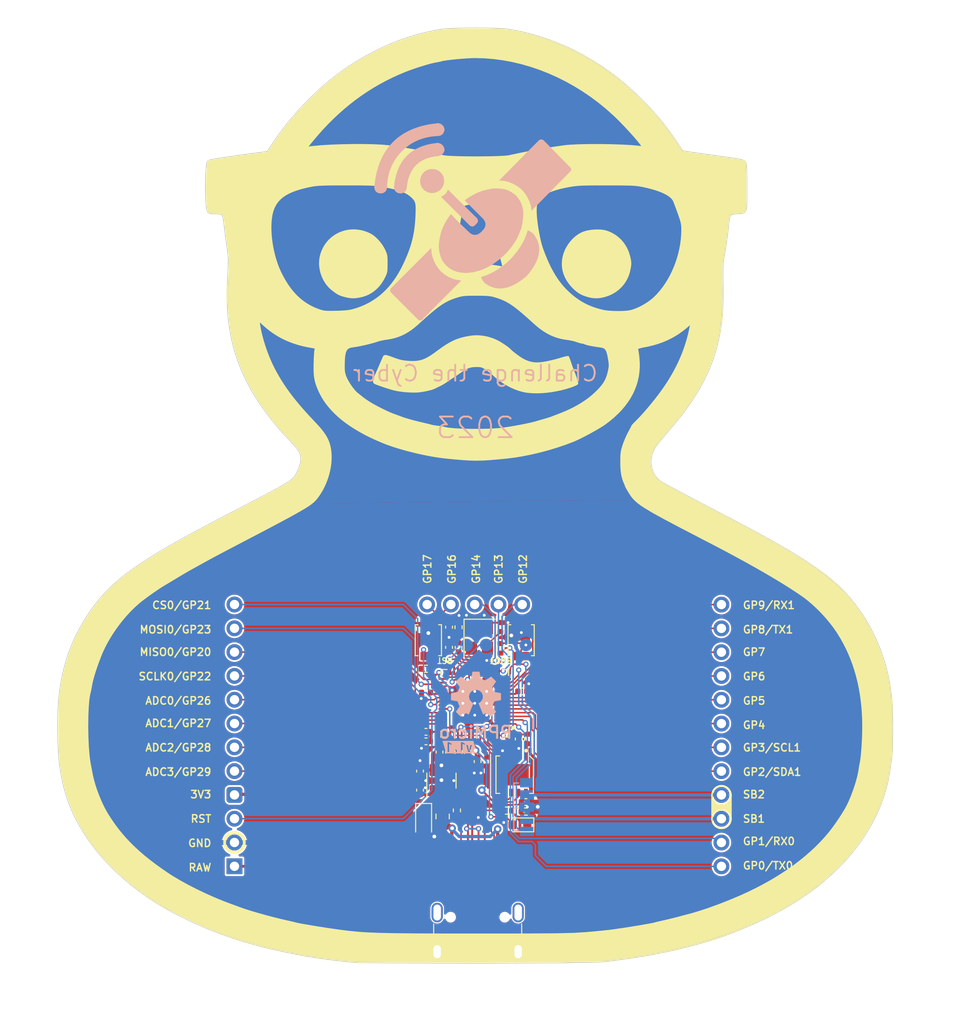
<source format=kicad_pcb>
(kicad_pcb (version 20221018) (generator pcbnew)
  (title_block (title "CTC Ducky - based on RP Micro") (date "2023-03-15") (rev "1.2") (comment 1 "RP Micro has an MIT License (Open source hardware)") (comment 2 "https://github.com/ziteh/rp-micro"))
  (layers (0 "F.Cu" signal) (31 "B.Cu" signal) (34 "B.Paste" user) (35 "F.Paste" user) (36 "B.SilkS" user "B.Silkscreen") (37 "F.SilkS" user "F.Silkscreen") (38 "B.Mask" user) (39 "F.Mask" user) (44 "Edge.Cuts" user))
  (net 0 "")
  (net 1 "RAW")
  (net 2 "GND")
  (net 3 "+3V3")
  (net 4 "VBUS")
  (net 5 "Net-(C4-Pad2)")
  (net 6 "+1V1")
  (net 7 "Net-(J1-PadA5)")
  (net 8 "Net-(J1-PadB5)")
  (net 9 "0_TX0")
  (net 10 "1_RX0")
  (net 11 "2")
  (net 12 "3")
  (net 13 "4")
  (net 14 "5")
  (net 15 "6")
  (net 16 "7")
  (net 17 "8_TX1")
  (net 18 "9_RX1")
  (net 19 "~{RESET}")
  (net 20 "A3")
  (net 21 "A2")
  (net 22 "A1")
  (net 23 "A0")
  (net 24 "Net-(C3-Pad2)")
  (net 25 "20_MISO")
  (net 26 "23_MOSI")
  (net 27 "21_CS")
  (net 28 "SWCLK")
  (net 29 "SWDIO")
  (net 30 "USB_D-")
  (net 31 "USB_D+")
  (net 32 "BOOT")
  (net 33 "QSPI_CS")
  (net 34 "+5V")
  (net 35 "22_SCLK")
  (net 36 "/RPD+")
  (net 37 "/RPD-")
  (net 38 "QSPI_SCLK")
  (net 39 "Net-(R3-Pad2)")
  (net 40 "13")
  (net 41 "14")
  (net 45 "STATE_LED")
  (net 46 "QSPI_D3")
  (net 47 "QSPI_D0")
  (net 48 "QSPI_D2")
  (net 49 "16")
  (net 50 "17")
  (net 52 "QSPI_D1")
  (net 54 "12")
  (net 56 "10")
  (net 57 "11")
  (net 58 "Net-(LD1-Pad1)")
  (net 59 "SB1_OUT")
  (net 60 "SB2_OUT")
  (footprint "Capacitor_SMD:C_0402_1005Metric" (layer "F.Cu") (at 162.118779 123.758386)
    (fp_text reference "C15" hide)
    (fp_text value "100nF")
  )
  (footprint "Capacitor_SMD:C_0402_1005Metric" (layer "F.Cu") (at 151.450779 116.265386 180)
    (fp_text reference "C8" hide)
    (fp_text value "100nF")
  )
  (footprint "Button_Switch_SMD:SW_SPST_B3U-1000P" (layer "F.Cu") (at 161.610779 106.486386 -90)
    (fp_text reference "SW1" hide)
    (fp_text value "BOOT")
  )
  (footprint "Connector_PinHeader_2.54mm:PinHeader_1x05_P2.54mm_Vertical" (layer "F.Cu") (at 161.732779 102.676386 -90)
    (fp_text reference "J3" hide)
    (fp_text value "Conn_01x05")
  )
  (footprint "Capacitor_SMD:C_0402_1005Metric" (layer "F.Cu") (at 151.450779 112.074386 180)
    (fp_text reference "C9" hide)
    (fp_text value "100nF")
  )
  (footprint "Capacitor_SMD:C_0402_1005Metric" (layer "F.Cu") (at 150.815779 122.488386 90)
    (fp_text reference "C14" hide)
    (fp_text value "1uF")
  )
  (footprint "Capacitor_SMD:C_0402_1005Metric" (layer "F.Cu") (at 157.978579 119.440386 -90)
    (fp_text reference "C5" hide)
    (fp_text value "100nF")
  )
  (footprint "Capacitor_SMD:C_0402_1005Metric" (layer "F.Cu") (at 151.450779 117.281386 180)
    (fp_text reference "C12" hide)
    (fp_text value "100nF")
  )
  (footprint "Diode_SMD:D_SOD-323_HandSoldering" (layer "F.Cu") (at 151.196779 125.71 -90)
    (fp_text reference "D1" hide)
    (fp_text value "B5817")
  )
  (footprint "LED_SMD:LED_0603_1608Metric" (layer "F.Cu") (at 161.483779 126.197693 180)
    (fp_text reference "LD1" hide)
    (fp_text value "BLUE")
  )
  (footprint "Capacitor_SMD:C_0402_1005Metric" (layer "F.Cu") (at 153.914579 105.097886 90)
    (fp_text reference "C4" hide)
    (fp_text value "20pF")
  )
  (footprint "Resistor_SMD:R_0402_1005Metric" (layer "F.Cu") (at 162.122779 124.776386)
    (fp_text reference "R9" hide)
    (fp_text value "1k")
  )
  (footprint "Package_DFN_QFN:QFN-56-1EP_7x7mm_P0.4mm_EP3.2x3.2mm" (layer "F.Cu") (at 156.657779 113.217386 180)
    (fp_text reference "U1" hide)
    (fp_text value "RP2040")
  )
  (footprint "proj-footprints:USB_C_Receptacle_TYPE-C-31-M-12" (layer "F.Cu") (at 156.972 138.684)
    (fp_text reference "J1" hide)
    (fp_text value "USB_C_Receptacle_USB2.0")
  )
  (footprint "Fuse:Fuse_0805_2012Metric" (layer "F.Cu") (at 153.228779 125.3005 90)
    (fp_text reference "F1" hide)
    (fp_text value "500mA, 6V")
  )
  (footprint "Capacitor_SMD:C_0402_1005Metric" (layer "F.Cu") (at 153.914579 118.424386 -90)
    (fp_text reference "C7" hide)
    (fp_text value "1uF")
  )
  (footprint "Crystal:Crystal_SMD_3225-4Pin_3.2x2.5mm" (layer "F.Cu") (at 157.165779 106.240886 -90)
    (fp_text reference "Y1" hide)
    (fp_text value "12MHz")
  )
  (footprint "Resistor_SMD:R_0402_1005Metric" (layer "F.Cu") (at 151.450779 109.534386)
    (fp_text reference "R8" hide)
    (fp_text value "10k")
  )
  (footprint "Resistor_SMD:R_0402_1005Metric" (layer "F.Cu") (at 155.946579 118.424386 90)
    (fp_text reference "R1" hide)
    (fp_text value "27")
  )
  (footprint "Capacitor_SMD:C_0402_1005Metric" (layer "F.Cu") (at 161.356779 117.027386 -90)
    (fp_text reference "C11" hide)
    (fp_text value "100nF")
  )
  (footprint "Button_Switch_SMD:SW_SPST_B3U-1000P" (layer "F.Cu") (at 151.704779 106.486386 -90)
    (fp_text reference "SW2" hide)
    (fp_text value "RESET")
  )
  (footprint "Resistor_SMD:R_0402_1005Metric" (layer "F.Cu") (at 162.372779 117.027386 -90)
    (fp_text reference "R5" hide)
    (fp_text value "10k")
  )
  (footprint "Resistor_SMD:R_0402_1005Metric" (layer "F.Cu") (at 154.752779 124.647386 90)
    (fp_text reference "R6" hide)
    (fp_text value "5.1k")
  )
  (footprint "Resistor_SMD:R_0402_1005Metric" (layer "F.Cu") (at 159.400979 107.349986 -90)
    (fp_text reference "R4" hide)
    (fp_text value "1k")
  )
  (footprint "Package_TO_SOT_SMD:SOT-23-5" (layer "F.Cu") (at 153.101779 121.472386 90)
    (fp_text reference "U3" hide)
    (fp_text value "RT9013-33GB")
  )
  (footprint "Capacitor_SMD:C_0402_1005Metric" (layer "F.Cu") (at 153.914579 107.248386 90)
    (fp_text reference "C1" hide)
    (fp_text value "100nF")
  )
  (footprint "Resistor_SMD:R_0402_1005Metric" (layer "F.Cu") (at 154.930579 105.097886 -90)
    (fp_text reference "R3" hide)
    (fp_text value "1k")
  )
  (footprint "Resistor_SMD:R_0402_1005Metric" (layer "F.Cu") (at 154.930579 118.424386 90)
    (fp_text reference "R2" hide)
    (fp_text value "27")
  )
  (footprint "Capacitor_SMD:C_0402_1005Metric" (layer "F.Cu") (at 156.962579 119.440386 -90)
    (fp_text reference "C10" hide)
    (fp_text value "100nF")
  )
  (footprint "Capacitor_SMD:C_0402_1005Metric" (layer "F.Cu") (at 161.737779 111.947386)
    (fp_text reference "C2" hide)
    (fp_text value "100nF")
  )
  (footprint "rp-micro:XSON-8 (4x4mm)" (layer "F.Cu") (at 160.924979 120.837386 -90)
    (fp_text reference "U2" hide)
    (fp_text value "W25Q64JVXGIQ")
  )
  (footprint "Capacitor_SMD:C_0402_1005Metric" (layer "F.Cu") (at 159.400979 105.089386 -90)
    (fp_text reference "C3" hide)
    (fp_text value "20pF")
  )
  (footprint "Capacitor_SMD:C_0402_1005Metric" (layer "F.Cu") (at 154.930579 107.248386 90)
    (fp_text reference "C6" hide)
    (fp_text value "100nF")
  )
  (footprint "Capacitor_SMD:C_0402_1005Metric" (layer "F.Cu") (at 152.898579 118.424386 -90)
    (fp_text reference "C13" hide)
    (fp_text value "1uF")
  )
  (footprint "Capacitor_SMD:C_0402_1005Metric" (layer "F.Cu") (at 150.815779 120.456386 90)
    (fp_text reference "C16" hide)
    (fp_text value "1uF")
  )
  (footprint "Resistor_SMD:R_0402_1005Metric" (layer "F.Cu") (at 160.086779 124.673693)
    (fp_text reference "R7" hide)
    (fp_text value "5.1k")
  )
  (footprint "TestPoint:TestPoint_Pad_D2.0mm" (layer "B.Cu") (at 162.118779 106.994386)
    (fp_text reference "TP1" hide)
    (fp_text value "BOOT")
  )
  (footprint "Jumper:SolderJumper-3_P1.3mm_Bridged12_Pad1.0x1.5mm" (layer "B.Cu") (at 162.245779 122.996386 90)
    (fp_text reference "SB2" hide)
    (fp_text value "SolderJumper_3_Bridged12")
  )
  (footprint "Connector_PinHeader_2.54mm:PinHeader_1x12_P2.54mm_Vertical" (layer "B.Cu") (at 131.0005 130.616748)
    (fp_text reference "J4" hide)
    (fp_text value "Conn_01x12")
  )
  (footprint "kibuzzard-637CA201" (layer "B.Cu") (at 155.059273 117.898698 180)
    (fp_text reference "kibuzzard-637CA201" hide)
    (fp_text value "G***" hide)
  )
  (footprint "TestPoint:TestPoint_Pad_D2.0mm" (layer "B.Cu") (at 157.876979 106.994386)
    (fp_text reference "TP3" hide)
    (fp_text value "SWCLK")
  )
  (footprint "Jumper:SolderJumper-3_P1.3mm_Bridged12_Pad1.0x1.5mm" (layer "B.Cu") (at 162.245779 125.6 -90)
    (fp_text reference "SB1" hide)
    (fp_text value "SolderJumper_3_Bridged12")
  )
  (footprint "Connector_PinHeader_2.54mm:PinHeader_1x12_P2.54mm_Vertical" (layer "B.Cu") (at 183.0005 130.622748)
    (fp_text reference "J2" hide)
    (fp_text value "Conn_01x12")
  )
  (footprint "TestPoint:TestPoint_Pad_D2.0mm" (layer "B.Cu") (at 155.794179 106.994386)
    (fp_text reference "TP2" hide)
    (fp_text value "SWDIO")
  )
  (gr_line (start 160.848779 121.726386) (end 160.848779 124.139386) (stroke (width 0.1)) (layer "B.SilkS"))
  (gr_poly (pts (xy 152.826911 64.345348) (xy 152.830287 64.248275) (xy 152.836167 64.150127) (xy 152.844552 64.050907) (xy 152.855442 63.950614) (xy 152.86884 63.849249) (xy 152.884744 63.746811) (xy 152.908427 63.621573) (xy 152.933493 63.497792) (xy 152.959953 63.375469) (xy 152.987818 63.254607) (xy 153.017098 63.135201) (xy 153.047807 63.017256) (xy 153.07995 62.900767) (xy 153.113543 62.785738) (xy 153.154963 62.67145) (xy 153.199255 62.557526) (xy 153.246419 62.443967) (xy 153.296454 62.330771) (xy 153.349356 62.217941) (xy 153.405127 62.105476) (xy 153.463764 61.993373) (xy 153.525267 61.881638) (xy 153.589631 61.770266) (xy 153.65686 61.659258) (xy 153.726948 61.548616) (xy 153.799895 61.438338) (xy 153.875701 61.328425) (xy 153.954364 61.218876) (xy 154.035884 61.109691) (xy 154.120256 61.000872) (xy 154.852412 61.779818) (xy 156.087922 62.969731) (xy 156.162387 63.028778) (xy 156.19961 63.055349) (xy 156.236831 63.079953) (xy 156.274046 63.102587) (xy 156.311259 63.123254) (xy 156.348469 63.141952) (xy 156.385674 63.158682) (xy 156.422877 63.173444) (xy 156.460079 63.186238) (xy 156.497278 63.197062) (xy 156.534476 63.20592) (xy 156.571671 63.212809) (xy 156.608866 63.21773) (xy 156.646062 63.220682) (xy 156.683255 63.221666) (xy 156.720449 63.220682) (xy 156.757644 63.217729) (xy 156.794838 63.212809) (xy 156.832035 63.20592) (xy 156.869233 63.197063) (xy 156.906432 63.186238) (xy 156.943633 63.173443) (xy 156.980835 63.158682) (xy 157.018041 63.141952) (xy 157.055251 63.123254) (xy 157.092464 63.102586) (xy 157.129679 63.079952) (xy 157.166899 63.055349) (xy 157.204125 63.028778) (xy 157.278587 62.969731) (xy 157.552232 62.695132) (xy 157.611274 62.620815) (xy 157.637842 62.583657) (xy 157.662443 62.546498) (xy 157.685074 62.509338) (xy 157.705739 62.472178) (xy 157.724435 62.435017) (xy 157.741163 62.397855) (xy 157.755924 62.360691) (xy 157.768716 62.323528) (xy 157.77954 62.286362) (xy 157.788395 62.249195) (xy 157.795284 62.212025) (xy 157.800204 62.174854) (xy 157.803156 62.13768) (xy 157.804139 62.100503) (xy 157.803156 62.063326) (xy 157.800203 62.026144) (xy 157.795284 61.988959) (xy 157.788395 61.951773) (xy 157.77954 61.914582) (xy 157.768715 61.877388) (xy 157.755923 61.840191) (xy 157.741163 61.80299) (xy 157.724435 61.765784) (xy 157.705739 61.728574) (xy 157.685074 61.691361) (xy 157.662443 61.654143) (xy 157.637841 61.616919) (xy 157.611274 61.579693) (xy 157.552232 61.505221) (xy 156.316722 60.269511) (xy 155.584566 59.536364) (xy 155.750492 59.413935) (xy 155.916397 59.297901) (xy 156.082283 59.188264) (xy 156.248153 59.085029) (xy 156.414005 58.988196) (xy 156.579845 58.897769) (xy 156.745669 58.813752) (xy 156.911483 58.736145) (xy 157.077285 58.664954) (xy 157.243079 58.60018) (xy 157.408864 58.541826) (xy 157.574642 58.489895) (xy 157.740414 58.444389) (xy 157.906183 58.405312) (xy 158.071949 58.372664) (xy 158.237714 58.346452) (xy 158.330147 58.300694) (xy 158.523984 58.281525) (xy 158.716297 58.269356) (xy 158.907103 58.264245) (xy 159.096428 58.266245) (xy 159.284293 58.275411) (xy 159.47072 58.291797) (xy 159.655729 58.31546) (xy 159.839344 58.346452) (xy 159.924617 58.370691) (xy 160.008837 58.39742) (xy 160.091999 58.426636) (xy 160.174104 58.458342) (xy 160.255147 58.492536) (xy 160.335123 58.52922) (xy 160.414034 58.568393) (xy 160.491875 58.610054) (xy 160.568643 58.654203) (xy 160.644337 58.700842) (xy 160.718953 58.749968) (xy 160.792488 58.801584) (xy 160.864938 58.855688) (xy 160.936305 58.91228) (xy 161.006582 58.971359) (xy 161.075768 59.032929) (xy 161.137329 59.101971) (xy 161.196403 59.172146) (xy 161.252987 59.243444) (xy 161.307085 59.31586) (xy 161.358693 59.389385) (xy 161.407813 59.464015) (xy 161.454445 59.539742) (xy 161.498588 59.616558) (xy 161.540244 59.694457) (xy 161.579411 59.773433) (xy 161.61609 59.853479) (xy 161.650282 59.934587) (xy 161.681984 60.016751) (xy 161.711198 60.099964) (xy 161.737925 60.184219) (xy 161.762164 60.269511) (xy 161.778573 60.343827) (xy 161.793145 60.418144) (xy 161.805885 60.492459) (xy 161.816802 60.566774) (xy 161.825901 60.641087) (xy 161.833189 60.715401) (xy 161.838671 60.789713) (xy 161.842356 60.864025) (xy 161.844252 60.938337) (xy 161.844361 61.012647) (xy 161.842694 61.086959) (xy 161.839255 61.161268) (xy 161.834052 61.23558) (xy 161.827091 61.309889) (xy 161.818379 61.384199) (xy 161.807923 61.45851) (xy 161.795142 61.595856) (xy 161.779466 61.733263) (xy 161.760916 61.87071) (xy 161.739513 62.008176) (xy 161.715277 62.145641) (xy 161.688231 62.283081) (xy 161.658398 62.42048) (xy 161.625796 62.557813) (xy 161.533365 62.740892) (xy 161.473359 62.911805) (xy 161.407626 63.081299) (xy 161.336166 63.249372) (xy 161.258977 63.416021) (xy 161.176063 63.581245) (xy 161.087421 63.745039) (xy 160.993054 63.907402) (xy 160.892958 64.06833) (xy 160.787135 64.227819) (xy 160.675584 64.38587) (xy 160.558307 64.54248) (xy 160.435303 64.697643) (xy 160.306572 64.851359) (xy 160.172114 65.003624) (xy 160.031929 65.154435) (xy 159.886016 65.303792) (xy 159.719725 65.46069) (xy 159.552726 65.611157) (xy 159.38502 65.75519) (xy 159.216603 65.892792) (xy 159.047479 66.023965) (xy 158.877647 66.148709) (xy 158.707105 66.267025) (xy 158.535857 66.378915) (xy 158.3639 66.484382) (xy 158.191236 66.583423) (xy 158.017864 66.676045) (xy 157.843785 66.762243) (xy 157.668998 66.842024) (xy 157.493504 66.915384) (xy 157.317304 66.98233) (xy 157.140396 67.042858) (xy 156.960045 67.088725) (xy 156.78553 67.134411) (xy 156.616847 67.180091) (xy 156.453999 67.225936) (xy 156.407588 67.226664) (xy 156.359663 67.228839) (xy 156.310259 67.232452) (xy 156.259408 67.23749) (xy 156.20714 67.243944) (xy 156.153489 67.251805) (xy 156.098485 67.261059) (xy 156.042162 67.271696) (xy 155.883346 67.280189) (xy 155.727436 67.283007) (xy 155.574423 67.280142) (xy 155.424293 67.271581) (xy 155.277038 67.257316) (xy 155.132647 67.237332) (xy 154.991108 67.211623) (xy 154.852412 67.180177) (xy 154.761688 67.15593) (xy 154.672786 67.129197) (xy 154.585697 67.099973) (xy 154.500419 67.068257) (xy 154.41695 67.034048) (xy 154.335283 66.997345) (xy 154.255415 66.958145) (xy 154.177342 66.916448) (xy 154.10106 66.872252) (xy 154.026566 66.825556) (xy 153.953854 66.776357) (xy 153.882921 66.724657) (xy 153.813764 66.67045) (xy 153.746376 66.613738) (xy 153.680757 66.554517) (xy 153.616901 66.492788) (xy 153.555178 66.428918) (xy 153.495966 66.363285) (xy 153.439263 66.295885) (xy 153.385071 66.226715) (xy 153.333387 66.155769) (xy 153.284214 66.083046) (xy 153.237549 66.00854) (xy 153.193395 65.932248) (xy 153.151749 65.854164) (xy 153.112615 65.774285) (xy 153.075988 65.692605) (xy 153.041873 65.609123) (xy 153.010266 65.523835) (xy 152.98117 65.436733) (xy 152.954582 65.347816) (xy 152.930505 65.257079) (xy 152.908927 65.170736) (xy 152.889837 65.083319) (xy 152.873239 64.994829) (xy 152.859133 64.905265) (xy 152.847521 64.814628) (xy 152.838403 64.722919) (xy 152.831783 64.630136) (xy 152.827659 64.536279) (xy 152.826035 64.44135)) (fill solid) (layer "B.SilkS"))
  (gr_line (start 161.356779 124.393386) (end 160.848779 124.393386) (stroke (width 0.1)) (layer "B.SilkS"))
  (gr_poly (pts (xy 157.602477 67.632892) (xy 157.790517 67.566872) (xy 157.977123 67.494781) (xy 158.162293 67.416618) (xy 158.34603 67.332386) (xy 158.528335 67.242081) (xy 158.709209 67.145705) (xy 158.888656 67.043258) (xy 159.066673 66.934739) (xy 159.243264 66.82015) (xy 159.418431 66.699489) (xy 159.592173 66.572756) (xy 159.764495 66.439953) (xy 159.935394 66.301078) (xy 160.104872 66.156131) (xy 160.272933 66.005115) (xy 160.439578 65.848026) (xy 160.613097 65.6642) (xy 160.779128 65.478954) (xy 160.937669 65.292291) (xy 161.088722 65.104206) (xy 161.232283 64.914701) (xy 161.36835 64.723773) (xy 161.496925 64.531421) (xy 161.618003 64.337644) (xy 161.731586 64.14244) (xy 161.83767 63.945807) (xy 161.936254 63.747748) (xy 162.027337 63.548258) (xy 162.110918 63.347336) (xy 162.186997 63.144981) (xy 162.255569 62.941193) (xy 162.316636 62.735971) (xy 162.362089 62.753666) (xy 162.406812 62.772436) (xy 162.450806 62.792277) (xy 162.49407 62.813191) (xy 162.536605 62.835176) (xy 162.578412 62.858237) (xy 162.619487 62.882369) (xy 162.659834 62.907574) (xy 162.699452 62.933851) (xy 162.738342 62.961204) (xy 162.776501 62.989628) (xy 162.813931 63.019124) (xy 162.850632 63.049696) (xy 162.886605 63.08134) (xy 162.921846 63.114057) (xy 162.956359 63.147847) (xy 163.044334 63.268563) (xy 163.125159 63.390443) (xy 163.198836 63.513486) (xy 163.265364 63.637692) (xy 163.324744 63.763063) (xy 163.376974 63.889595) (xy 163.422056 64.01729) (xy 163.459987 64.14615) (xy 163.49077 64.276171) (xy 163.514403 64.407353) (xy 163.530885 64.539699) (xy 163.540219 64.673207) (xy 163.5424 64.807876) (xy 163.537433 64.943708) (xy 163.525315 65.0807) (xy 163.506047 65.218855) (xy 163.479626 65.358169) (xy 163.446056 65.498647) (xy 163.405335 65.640284) (xy 163.357462 65.783082) (xy 163.302437 65.927041) (xy 163.24026 66.07216) (xy 163.170932 66.218439) (xy 163.094452 66.365878) (xy 163.010819 66.514476) (xy 162.920035 66.664236) (xy 162.717007 66.96723) (xy 162.48537 67.274863) (xy 162.225118 67.587132) (xy 161.907253 67.852921) (xy 161.594405 68.089767) (xy 161.286575 68.297668) (xy 160.983759 68.47662) (xy 160.685956 68.626623) (xy 160.393167 68.747673) (xy 160.248652 68.79734) (xy 160.105388 68.839767) (xy 159.963378 68.874955) (xy 159.82262 68.902903) (xy 159.683115 68.923611) (xy 159.544861 68.937078) (xy 159.407858 68.943304) (xy 159.272108 68.942288) (xy 159.13761 68.934031) (xy 159.004362 68.918532) (xy 158.872365 68.895792) (xy 158.741619 68.865808) (xy 158.612125 68.828582) (xy 158.48388 68.784111) (xy 158.356887 68.732398) (xy 158.231143 68.673441) (xy 158.10665 68.607239) (xy 157.983407 68.533793) (xy 157.861413 68.453101) (xy 157.740669 68.365165) (xy 157.706885 68.330473) (xy 157.674175 68.295057) (xy 157.642536 68.258914) (xy 157.611969 68.222052) (xy 157.582476 68.184471) (xy 157.554056 68.146174) (xy 157.526706 68.107164) (xy 157.50043 68.067445) (xy 157.475226 68.027018) (xy 157.451096 67.985885) (xy 157.428037 67.944052) (xy 157.406051 67.901519) (xy 157.385137 67.85829) (xy 157.365297 67.814368) (xy 157.346527 67.769753) (xy 157.328832 67.72445)) (fill solid) (layer "B.SilkS"))
  (gr_line (start 160.848779 126.806386) (end 161.356779 126.806386) (stroke (width 0.1)) (layer "B.SilkS"))
  (gr_line (start 161.356779 121.726386) (end 160.848779 121.726386) (stroke (width 0.1)) (layer "B.SilkS"))
  (gr_poly (pts (xy 150.827541 57.410942) (xy 150.831822 57.349184) (xy 150.838958 57.288131) (xy 150.848952 57.227783) (xy 150.861804 57.168137) (xy 150.877513 57.109195) (xy 150.896086 57.050951) (xy 150.91752 56.993408) (xy 150.941818 56.936562) (xy 150.96898 56.880411) (xy 150.999008 56.824957) (xy 151.031905 56.770195) (xy 151.06767 56.716126) (xy 151.106305 56.662748) (xy 151.147811 56.610058) (xy 151.192191 56.558056) (xy 151.244025 56.513837) (xy 151.296568 56.472469) (xy 151.349823 56.433953) (xy 151.403788 56.398291) (xy 151.458467 56.36548) (xy 151.513859 56.335522) (xy 151.569968 56.308416) (xy 151.626795 56.284163) (xy 151.684339 56.262763) (xy 151.742605 56.244215) (xy 151.80159 56.22852) (xy 151.8613 56.215681) (xy 151.921731 56.205693) (xy 151.98289 56.198559) (xy 152.044773 56.194277) (xy 152.107386 56.192851) (xy 152.175307 56.194118) (xy 152.241792 56.198258) (xy 152.306843 56.205269) (xy 152.370461 56.215153) (xy 152.432647 56.227905) (xy 152.493404 56.243525) (xy 152.55273 56.262012) (xy 152.610628 56.283364) (xy 152.6671 56.307579) (xy 152.722148 56.334656) (xy 152.775771 56.364595) (xy 152.827973 56.397392) (xy 152.878753 56.433047) (xy 152.928112 56.471558) (xy 152.976054 56.512925) (xy 153.022579 56.557143) (xy 153.06696 56.603836) (xy 153.108466 56.651925) (xy 153.147101 56.701411) (xy 153.182866 56.752294) (xy 153.215763 56.804578) (xy 153.245791 56.858262) (xy 153.272954 56.913348) (xy 153.297251 56.969838) (xy 153.318686 57.027734) (xy 153.337257 57.087036) (xy 153.352968 57.147745) (xy 153.365819 57.209864) (xy 153.375814 57.273392) (xy 153.382949 57.338334) (xy 153.387231 57.404687) (xy 153.388657 57.472454) (xy 153.388303 57.501119) (xy 153.38724 57.529781) (xy 153.385466 57.558441) (xy 153.382979 57.587097) (xy 153.37978 57.615748) (xy 153.375868 57.644391) (xy 153.371238 57.673026) (xy 153.365891 57.70165) (xy 153.359827 57.730265) (xy 153.353041 57.758865) (xy 153.345535 57.787453) (xy 153.337306 57.816025) (xy 153.328353 57.84458) (xy 153.318674 57.873117) (xy 153.30827 57.901635) (xy 153.297137 57.930131) (xy 153.285286 57.958796) (xy 153.272727 57.987457) (xy 153.259462 58.016115) (xy 153.245486 58.044769) (xy 153.230804 58.073417) (xy 153.215415 58.102056) (xy 153.199315 58.13069) (xy 153.18251 58.159312) (xy 153.146775 58.216524) (xy 153.108207 58.273685) (xy 153.066809 58.330783) (xy 153.022579 58.387807) (xy 152.965305 58.43234) (xy 152.908094 58.473964) (xy 152.850927 58.512696) (xy 152.793781 58.548543) (xy 152.765209 58.565387) (xy 152.736635 58.581517) (xy 152.708056 58.596931) (xy 152.679468 58.61163) (xy 152.650869 58.625617) (xy 152.622256 58.638894) (xy 152.593628 58.651461) (xy 152.564983 58.663318) (xy 152.536336 58.6743) (xy 152.507707 58.684594) (xy 152.479096 58.694195) (xy 152.450498 58.703101) (xy 152.421909 58.711312) (xy 152.39333 58.718821) (xy 152.364756 58.725628) (xy 152.336184 58.731731) (xy 152.307613 58.737125) (xy 152.279038 58.741808) (xy 152.250458 58.745779) (xy 152.22187 58.749032) (xy 152.193273 58.751569) (xy 152.164661 58.753383) (xy 152.136033 58.754475) (xy 152.107386 58.754839) (xy 152.044773 58.753411) (xy 151.98289 58.74913) (xy 151.921732 58.741991) (xy 151.861299 58.731995) (xy 151.801591 58.719141) (xy 151.742605 58.703425) (xy 151.684339 58.684851) (xy 151.626795 58.663413) (xy 151.569968 58.639112) (xy 151.513859 58.611946) (xy 151.458467 58.581913) (xy 151.403787 58.549014) (xy 151.349823 58.513246) (xy 151.296568 58.474609) (xy 151.244026 58.4331) (xy 151.192191 58.38872) (xy 151.147812 58.33688) (xy 151.106306 58.284328) (xy 151.067669 58.231069) (xy 151.031905 58.177096) (xy 150.999008 58.12241) (xy 150.96898 58.067009) (xy 150.941817 58.010893) (xy 150.917519 57.954058) (xy 150.896086 57.896507) (xy 150.877513 57.838235) (xy 150.861804 57.77924) (xy 150.848951 57.719525) (xy 150.838958 57.659086) (xy 150.831822 57.597921) (xy 150.827541 57.536028) (xy 150.826115 57.473408)) (fill solid) (layer "B.SilkS"))
  (gr_poly (pts (xy 148.101241 57.591459) (xy 148.197766 57.099196) (xy 148.25729 56.864466) (xy 148.324321 56.637336) (xy 148.398859 56.41781) (xy 148.480906 56.205885) (xy 148.570459 56.001561) (xy 148.66752 55.804842) (xy 148.77209 55.615724) (xy 148.884165 55.434212) (xy 149.003748 55.260302) (xy 149.130839 55.093996) (xy 149.265439 54.935294) (xy 149.407544 54.784198) (xy 149.557158 54.640706) (xy 149.714278 54.50482) (xy 149.878908 54.376538) (xy 150.051044 54.255864) (xy 150.230686 54.142796) (xy 150.417837 54.037334) (xy 150.612497 53.939479) (xy 150.814662 53.849231) (xy 151.024336 53.766592) (xy 151.241518 53.69156) (xy 151.466205 53.624136) (xy 151.698401 53.564321) (xy 151.938106 53.512113) (xy 152.185317 53.467517) (xy 152.702261 53.401152) (xy 152.780242 53.414624) (xy 152.853916 53.432388) (xy 152.889137 53.44288) (xy 152.923282 53.454445) (xy 152.956351 53.467085) (xy 152.988345 53.480798) (xy 153.019263 53.495585) (xy 153.049108 53.511447) (xy 153.077876 53.528382) (xy 153.105572 53.546393) (xy 153.132193 53.565478) (xy 153.157741 53.585637) (xy 153.182216 53.606873) (xy 153.205618 53.629182) (xy 153.227948 53.652569) (xy 153.249204 53.67703) (xy 153.26939 53.702567) (xy 153.288504 53.729179) (xy 153.306546 53.756868) (xy 153.323518 53.785633) (xy 153.33942 53.815475) (xy 153.354252 53.846393) (xy 153.368013 53.878387) (xy 153.380705 53.91146) (xy 153.392327 53.945608) (xy 153.402881 53.980834) (xy 153.420785 54.054519) (xy 153.434416 54.132514) (xy 153.420785 54.204701) (xy 153.412367 54.239329) (xy 153.402882 54.272981) (xy 153.392327 54.305658) (xy 153.380705 54.337356) (xy 153.368012 54.368078) (xy 153.354251 54.397822) (xy 153.339421 54.42659) (xy 153.323519 54.45438) (xy 153.306547 54.48119) (xy 153.288504 54.507024) (xy 153.269389 54.531881) (xy 153.249205 54.555759) (xy 153.227948 54.578658) (xy 153.205618 54.600579) (xy 153.182217 54.621521) (xy 153.157741 54.641484) (xy 153.132193 54.660467) (xy 153.105573 54.678472) (xy 153.077876 54.695497) (xy 153.049108 54.711542) (xy 153.019263 54.726607) (xy 152.988346 54.740693) (xy 152.956351 54.753799) (xy 152.923282 54.765923) (xy 152.889136 54.777068) (xy 152.853915 54.787232) (xy 152.780243 54.804617) (xy 152.702261 54.818076) (xy 152.340778 54.86328) (xy 152.167815 54.893912) (xy 152.000036 54.929899) (xy 151.837443 54.97124) (xy 151.680036 55.017937) (xy 151.527814 55.06999) (xy 151.380777 55.1274) (xy 151.238926 55.190168) (xy 151.10226 55.258294) (xy 150.970779 55.331779) (xy 150.844484 55.410624) (xy 150.723375 55.49483) (xy 150.607451 55.584396) (xy 150.496712 55.679325) (xy 150.39116 55.779615) (xy 150.290792 55.885268) (xy 150.195609 55.996287) (xy 150.105613 56.112669) (xy 150.020803 56.234416) (xy 149.941177 56.361531) (xy 149.866737 56.49401) (xy 149.797482 56.631858) (xy 149.733414 56.775074) (xy 149.67453 56.923657) (xy 149.620834 57.077611) (xy 149.572322 57.236934) (xy 149.528994 57.401628) (xy 149.457898 57.747131) (xy 149.407544 58.114124) (xy 149.399554 58.191947) (xy 149.393813 58.229111) (xy 149.38691 58.265114) (xy 149.378842 58.29995) (xy 149.36961 58.333624) (xy 149.359214 58.366133) (xy 149.347655 58.397477) (xy 149.334934 58.42766) (xy 149.321048 58.456677) (xy 149.305998 58.48453) (xy 149.289784 58.511218) (xy 149.272406 58.536745) (xy 149.253866 58.561106) (xy 149.234161 58.584304) (xy 149.213294 58.606337) (xy 149.191262 58.627206) (xy 149.168066 58.646913) (xy 149.143707 58.665455) (xy 149.118184 58.682832) (xy 149.091498 58.699048) (xy 149.063648 58.714098) (xy 149.034635 58.727985) (xy 149.004456 58.740707) (xy 148.973115 58.752267) (xy 148.940611 58.762662) (xy 148.906943 58.771894) (xy 148.87211 58.779963) (xy 148.836115 58.786867) (xy 148.798955 58.792608) (xy 148.721145 58.800598) (xy 148.643335 58.792608) (xy 148.606176 58.786867) (xy 148.57018 58.779963) (xy 148.535347 58.771895) (xy 148.50168 58.762662) (xy 148.469174 58.752267) (xy 148.437833 58.740707) (xy 148.407657 58.727985) (xy 148.378643 58.714098) (xy 148.350792 58.699048) (xy 148.324106 58.682833) (xy 148.298583 58.665455) (xy 148.274224 58.646913) (xy 148.251028 58.627207) (xy 148.228997 58.606337) (xy 148.208129 58.584303) (xy 148.188424 58.561106) (xy 148.169884 58.536745) (xy 148.152507 58.511219) (xy 148.136293 58.48453) (xy 148.121243 58.456677) (xy 148.107357 58.42766) (xy 148.094635 58.397478) (xy 148.083075 58.366133) (xy 148.07268 58.333623) (xy 148.063448 58.299951) (xy 148.055381 58.265114) (xy 148.048476 58.229111) (xy 148.042736 58.191947) (xy 148.034745 58.114123)) (fill solid) (layer "B.SilkS"))
  (gr_line (start 161.356779 124.139386) (end 160.848779 124.139386) (stroke (width 0.1)) (layer "B.SilkS"))
  (gr_poly (pts (xy 147.623367 69.134541) (xy 147.624436 69.120254) (xy 147.626219 69.105964) (xy 147.628716 69.091675) (xy 147.631926 69.077385) (xy 147.635847 69.063091) (xy 147.640483 69.048798) (xy 147.645832 69.034501) (xy 147.651896 69.020201) (xy 147.658671 69.005898) (xy 147.66616 68.991593) (xy 147.674361 68.977283) (xy 147.692905 68.948651) (xy 147.714302 68.92) (xy 152.015747 64.617992) (xy 152.017203 64.730876) (xy 152.021553 64.840928) (xy 152.028778 64.94815) (xy 152.038856 65.05254) (xy 152.051765 65.154097) (xy 152.067484 65.252825) (xy 152.085991 65.34872) (xy 152.107266 65.441785) (xy 152.143013 65.560846) (xy 152.181613 65.677762) (xy 152.22307 65.792534) (xy 152.267383 65.905161) (xy 152.314553 66.015643) (xy 152.364584 66.123979) (xy 152.417475 66.23017) (xy 152.47323 66.334218) (xy 152.531848 66.436119) (xy 152.593329 66.535876) (xy 152.657677 66.633488) (xy 152.724894 66.728954) (xy 152.794978 66.822276) (xy 152.867934 66.913453) (xy 152.94376 67.002484) (xy 153.02246 67.089372) (xy 153.109333 67.173387) (xy 153.19835 67.253823) (xy 153.28951 67.330679) (xy 153.382817 67.403956) (xy 153.478269 67.473657) (xy 153.575867 67.539782) (xy 153.675608 67.602334) (xy 153.777495 67.661313) (xy 153.881526 67.71672) (xy 153.987703 67.768558) (xy 154.096026 67.816825) (xy 154.206492 67.861527) (xy 154.319105 67.902662) (xy 154.43386 67.940232) (xy 154.550763 67.974239) (xy 154.66981 68.004685) (xy 155.218926 68.096203) (xy 151.054794 72.260907) (xy 151.026148 72.282306) (xy 150.997519 72.300851) (xy 150.983212 72.309055) (xy 150.968907 72.316545) (xy 150.954606 72.32332) (xy 150.940308 72.329384) (xy 150.926013 72.334734) (xy 150.91172 72.33937) (xy 150.897429 72.343294) (xy 150.883139 72.346503) (xy 150.868851 72.348999) (xy 150.854564 72.350783) (xy 150.840278 72.351853) (xy 150.825991 72.35221) (xy 150.811704 72.351853) (xy 150.797417 72.350783) (xy 150.783129 72.348999) (xy 150.76884 72.346503) (xy 150.75455 72.343294) (xy 150.740256 72.339371) (xy 150.725963 72.334734) (xy 150.711665 72.329384) (xy 150.697366 72.323321) (xy 150.683062 72.316545) (xy 150.668756 72.309055) (xy 150.654445 72.300852) (xy 150.625811 72.282306) (xy 150.597157 72.260907) (xy 147.714302 69.377657) (xy 147.692905 69.349006) (xy 147.674361 69.320376) (xy 147.66616 69.306066) (xy 147.65867 69.29176) (xy 147.651895 69.277457) (xy 147.645832 69.263158) (xy 147.640483 69.248861) (xy 147.635847 69.234566) (xy 147.631926 69.220274) (xy 147.628715 69.205983) (xy 147.626219 69.191693) (xy 147.624436 69.177405) (xy 147.623366 69.163116) (xy 147.62301 69.148829)) (fill solid) (layer "B.SilkS"))
  (gr_poly (pts (xy 157.126985 109.854517) (xy 157.128496 109.854629) (xy 157.129999 109.854814) (xy 157.131493 109.855069) (xy 157.132974 109.855394) (xy 157.134442 109.855785) (xy 157.135893 109.856242) (xy 157.137325 109.856762) (xy 157.138737 109.857343) (xy 157.140125 109.857984) (xy 157.141488 109.858683) (xy 157.142823 109.859437) (xy 157.144128 109.860246) (xy 157.145401 109.861106) (xy 157.14664 109.862018) (xy 157.147842 109.862977) (xy 157.149006 109.863983) (xy 157.150128 109.865034) (xy 157.151207 109.866128) (xy 157.152241 109.867263) (xy 157.153226 109.868437) (xy 157.154162 109.869649) (xy 157.155045 109.870896) (xy 157.155874 109.872177) (xy 157.156646 109.873489) (xy 157.15736 109.874831) (xy 157.158011 109.876202) (xy 157.1586 109.877599) (xy 157.159123 109.87902) (xy 157.159578 109.880464) (xy 157.159962 109.881928) (xy 157.160275 109.883411) (xy 157.285886 110.558218) (xy 157.286203 110.559713) (xy 157.286588 110.561213) (xy 157.287554 110.564219) (xy 157.288766 110.567216) (xy 157.290207 110.570183) (xy 157.291861 110.573102) (xy 157.29371 110.575952) (xy 157.295737 110.578715) (xy 157.297926 110.58137) (xy 157.300259 110.583899) (xy 157.302721 110.586281) (xy 157.305293 110.588496) (xy 157.307959 110.590526) (xy 157.310702 110.592351) (xy 157.313505 110.593951) (xy 157.314924 110.59466) (xy 157.316351 110.595306) (xy 157.317785 110.595886) (xy 157.319223 110.596397) (xy 157.771502 110.781539) (xy 157.774312 110.782776) (xy 157.777292 110.783809) (xy 157.780415 110.784641) (xy 157.783657 110.785272) (xy 157.786989 110.785704) (xy 157.790387 110.785941) (xy 157.793824 110.785982) (xy 157.797274 110.785831) (xy 157.80071 110.785488) (xy 157.804106 110.784956) (xy 157.807437 110.784236) (xy 157.810675 110.783331) (xy 157.813795 110.782242) (xy 157.81677 110.78097) (xy 157.819575 110.779518) (xy 157.822183 110.777888) (xy 158.385943 110.391014) (xy 158.387213 110.390187) (xy 158.388521 110.389424) (xy 158.389863 110.388726) (xy 158.391237 110.388091) (xy 158.39264 110.387519) (xy 158.394069 110.387012) (xy 158.395522 110.386567) (xy 158.396995 110.386185) (xy 158.398485 110.385865) (xy 158.39999 110.385608) (xy 158.403032 110.38528) (xy 158.406098 110.385197) (xy 158.409166 110.385359) (xy 158.412211 110.385762) (xy 158.415212 110.386405) (xy 158.418145 110.387286) (xy 158.419579 110.387815) (xy 158.420987 110.388402) (xy 158.422367 110.389048) (xy 158.423716 110.389752) (xy 158.42503 110.390514) (xy 158.426307 110.391333) (xy 158.427545 110.39221) (xy 158.428739 110.393144) (xy 158.429889 110.394134) (xy 158.430989 110.395181) (xy 158.905771 110.869963) (xy 158.906818 110.871064) (xy 158.907807 110.872213) (xy 158.90874 110.873408) (xy 158.909616 110.874646) (xy 158.910433 110.875925) (xy 158.911193 110.87724) (xy 158.912539 110.879971) (xy 158.91365 110.882816) (xy 158.914526 110.885752) (xy 158.915164 110.888757) (xy 158.915564 110.891806) (xy 158.915722 110.894877) (xy 158.915637 110.897947) (xy 158.915309 110.900992) (xy 158.914734 110.903991) (xy 158.913911 110.906918) (xy 158.913406 110.908349) (xy 158.912838 110.909753) (xy 158.912208 110.911127) (xy 158.911514 110.91247) (xy 158.910758 110.913778) (xy 158.909937 110.915048) (xy 158.52981 111.469085) (xy 158.528176 111.471704) (xy 158.526725 111.474513) (xy 158.525459 111.477487) (xy 158.524381 111.4806) (xy 158.523491 111.483827) (xy 158.522792 111.487142) (xy 158.522285 111.49052) (xy 158.521972 111.493935) (xy 158.521854 111.497361) (xy 158.521933 111.500774) (xy 158.522211 111.504147) (xy 158.522689 111.507455) (xy 158.523369 111.510673) (xy 158.524252 111.513775) (xy 158.52534 111.516735) (xy 158.526635 111.519528) (xy 158.726621 111.986094) (xy 158.727763 111.988959) (xy 158.729167 111.991798) (xy 158.730814 111.994594) (xy 158.732683 111.997329) (xy 158.734754 111.999988) (xy 158.737008 112.002552) (xy 158.739425 112.005006) (xy 158.741985 112.007332) (xy 158.744669 112.009514) (xy 158.747455 112.011534) (xy 158.750326 112.013375) (xy 158.75326 112.015021) (xy 158.756238 112.016455) (xy 158.75924 112.017659) (xy 158.762246 112.018618) (xy 158.765237 112.019313) (xy 159.41766 112.140638) (xy 159.419139 112.140957) (xy 159.4206 112.141348) (xy 159.422041 112.141809) (xy 159.423459 112.142337) (xy 159.424853 112.14293) (xy 159.426221 112.143586) (xy 159.427561 112.144303) (xy 159.428871 112.145078) (xy 159.431394 112.146796) (xy 159.433776 112.148721) (xy 159.436001 112.150836) (xy 159.438054 112.153124) (xy 159.439921 112.155567) (xy 159.441586 112.158147) (xy 159.443036 112.160847) (xy 159.443674 112.162236) (xy 159.444253 112.163648) (xy 159.444771 112.165082) (xy 159.445225 112.166534) (xy 159.445614 112.168003) (xy 159.445935 112.169487) (xy 159.446188 112.170983) (xy 159.446369 112.172489) (xy 159.446478 112.174003) (xy 159.446513 112.175523) (xy 159.446433 112.846995) (xy 159.446395 112.848512) (xy 159.446283 112.850023) (xy 159.446097 112.851528) (xy 159.445841 112.853023) (xy 159.445516 112.854506) (xy 159.445123 112.855976) (xy 159.444666 112.857429) (xy 159.444145 112.858864) (xy 159.443562 112.860278) (xy 159.44292 112.861669) (xy 159.44222 112.863035) (xy 159.441465 112.864373) (xy 159.440655 112.865681) (xy 159.439793 112.866957) (xy 159.438881 112.868199) (xy 159.43792 112.869404) (xy 159.436913 112.87057) (xy 159.435861 112.871695) (xy 159.434767 112.872776) (xy 159.433632 112.873812) (xy 159.432457 112.8748) (xy 159.431246 112.875737) (xy 159.429999 112.876621) (xy 159.428719 112.877451) (xy 159.427407 112.878224) (xy 159.426066 112.878937) (xy 159.424697 112.879589) (xy 159.423302 112.880176) (xy 159.421883 112.880697) (xy 159.420442 112.88115) (xy 159.418981 112.881532) (xy 159.417501 112.881841) (xy 158.781112 113.000268) (xy 158.779614 113.000576) (xy 158.778112 113.000952) (xy 158.77661 113.001396) (xy 158.77511 113.001905) (xy 158.772122 113.003109) (xy 158.76917 113.004547) (xy 158.766271 113.006203) (xy 158.763445 113.008057) (xy 158.760711 113.010093) (xy 158.758088 113.012294) (xy 158.755594 113.014642) (xy 158.753249 113.017119) (xy 158.751072 113.019708) (xy 158.749082 113.022392) (xy 158.747297 113.025153) (xy 158.745738 113.027974) (xy 158.744422 113.030837) (xy 158.743861 113.032279) (xy 158.743369 113.033725) (xy 158.544694 113.530017) (xy 158.543464 113.53284) (xy 158.54244 113.53583) (xy 158.541617 113.53896) (xy 158.540996 113.542206) (xy 158.540572 113.54554) (xy 158.540345 113.548938) (xy 158.540312 113.552373) (xy 158.540472 113.555819) (xy 158.540821 113.559251) (xy 158.541359 113.562643) (xy 158.542083 113.565968) (xy 158.542991 113.569202) (xy 158.544081 113.572317) (xy 158.545351 113.575289) (xy 158.5468 113.578091) (xy 158.548424 113.580698) (xy 158.909937 114.107471) (xy 158.910764 114.108741) (xy 158.911527 114.110049) (xy 158.912226 114.111392) (xy 158.91286 114.112768) (xy 158.913432 114.114173) (xy 158.91394 114.115604) (xy 158.914384 114.117059) (xy 158.914766 114.118534) (xy 158.915086 114.120027) (xy 158.915343 114.121535) (xy 158.915671 114.124584) (xy 158.915754 114.127658) (xy 158.915592 114.130732) (xy 158.915189 114.133785) (xy 158.914546 114.136793) (xy 158.913665 114.139733) (xy 158.913136 114.14117) (xy 158.912549 114.142581) (xy 158.911903 114.143963) (xy 158.911199 114.145314) (xy 158.910437 114.146631) (xy 158.909618 114.14791) (xy 158.908741 114.149149) (xy 158.907808 114.150345) (xy 158.906817 114.151494) (xy 158.90577 114.152595) (xy 158.430909 114.627377) (xy 158.429815 114.628416) (xy 158.428672 114.6294) (xy 158.427483 114.630328) (xy 158.42625 114.631199) (xy 158.424976 114.632013) (xy 158.423665 114.63277) (xy 158.420941 114.634111) (xy 158.4181 114.635221) (xy 158.415167 114.636097) (xy 158.412164 114.636737) (xy 158.409116 114.63714) (xy 158.406044 114.637302) (xy 158.402973 114.637223) (xy 158.399926 114.636899) (xy 158.396926 114.636329) (xy 158.393996 114.63551) (xy 158.392565 114.635007) (xy 158.391161 114.634441) (xy 158.389785 114.633812) (xy 158.388442 114.63312) (xy 158.387134 114.632364) (xy 158.385864 114.631544) (xy 157.868378 114.276381) (xy 157.865777 114.274761) (xy 157.862991 114.273341) (xy 157.860045 114.272121) (xy 157.856966 114.271102) (xy 157.853777 114.270284) (xy 157.850505 114.269666) (xy 157.847175 114.269251) (xy 157.843812 114.269038) (xy 157.840441 114.269028) (xy 157.837089 114.269221) (xy 157.833779 114.269618) (xy 157.830539 114.270219) (xy 157.827392 114.271025) (xy 157.824365 114.272036) (xy 157.821482 114.273252) (xy 157.818769 114.274674) (xy 157.590566 114.396515) (xy 157.589201 114.397163) (xy 157.587825 114.397734) (xy 157.586441 114.398227) (xy 157.585049 114.398643) (xy 157.583654 114.398983) (xy 157.582256 114.399249) (xy 157.580859 114.39944) (xy 157.579465 114.399558) (xy 157.578076 114.399604) (xy 157.576695 114.399578) (xy 157.575324 114.399482) (xy 157.573966 114.399316) (xy 157.572622 114.399082) (xy 157.571295 114.398779) (xy 157.569988 114.398409) (xy 157.568703 114.397973) (xy 157.567442 114.397472) (xy 157.566208 114.396906) (xy 157.565003 114.396277) (xy 157.563829 114.395584) (xy 157.562689 114.394831) (xy 157.561586 114.394016) (xy 157.56052 114.39314) (xy 157.559496 114.392206) (xy 157.558515 114.391213) (xy 157.55758 114.390163) (xy 157.556693 114.389056) (xy 157.555856 114.387894) (xy 157.555072 114.386676) (xy 157.554344 114.385405) (xy 157.553672 114.38408) (xy 157.553061 114.382704) (xy 157.082566 113.245736) (xy 157.082022 113.244322) (xy 157.08155 113.242886) (xy 157.081149 113.241431) (xy 157.080818 113.23996) (xy 157.080557 113.238476) (xy 157.080365 113.236982) (xy 157.080239 113.235479) (xy 157.080181 113.233971) (xy 157.080188 113.232461) (xy 157.08026 113.23095) (xy 157.080396 113.229443) (xy 157.080594 113.227941) (xy 157.080855 113.226447) (xy 157.081177 113.224964) (xy 157.081559 113.223495) (xy 157.082 113.222043) (xy 157.0825 113.220609) (xy 157.083057 113.219197) (xy 157.083671 113.21781) (xy 157.08434 113.216449) (xy 157.085064 113.215119) (xy 157.085842 113.213821) (xy 157.086673 113.212559) (xy 157.087555 113.211334) (xy 157.088489 113.21015) (xy 157.089473 113.20901) (xy 157.090506 113.207916) (xy 157.091587 113.20687) (xy 157.092716 113.205876) (xy 157.093891 113.204937) (xy 157.095112 113.204054) (xy 157.096377 113.203231) (xy 157.153487 113.168266) (xy 157.157598 113.165648) (xy 157.161987 113.16266) (xy 157.166571 113.159367) (xy 157.171267 113.155834) (xy 157.175994 113.152126) (xy 157.180667 113.148308) (xy 157.185205 113.144446) (xy 157.189524 113.140604) (xy 157.22733 113.114726) (xy 157.26341 113.08663) (xy 157.297667 113.056412) (xy 157.330001 113.024171) (xy 157.360315 112.990004) (xy 157.388509 112.95401) (xy 157.414486 112.916286) (xy 157.438146 112.87693) (xy 157.459392 112.836041) (xy 157.478124 112.793715) (xy 157.494245 112.750051) (xy 157.507655 112.705148) (xy 157.518257 112.659102) (xy 157.525951 112.612011) (xy 157.53064 112.563975) (xy 157.532225 112.515089) (xy 157.531259 112.476875) (xy 157.528391 112.439162) (xy 157.523669 112.401998) (xy 157.517139 112.365429) (xy 157.508847 112.329501) (xy 157.498841 112.294262) (xy 157.487166 112.259758) (xy 157.47387 112.226035) (xy 157.459 112.193141) (xy 157.442601 112.161122) (xy 157.424721 112.130024) (xy 157.405406 112.099895) (xy 157.384703 112.070781) (xy 157.362659 112.042728) (xy 157.33932 112.015783) (xy 157.314733 111.989994) (xy 157.288944 111.965406) (xy 157.262001 111.942066) (xy 157.233949 111.920021) (xy 157.204836 111.899318) (xy 157.174709 111.880002) (xy 157.143613 111.862122) (xy 157.111595 111.845723) (xy 157.078703 111.830852) (xy 157.044983 111.817556) (xy 157.010481 111.805881) (xy 156.975244 111.795875) (xy 156.93932 111.787583) (xy 156.902753 111.781053) (xy 156.865592 111.77633) (xy 156.827883 111.773463) (xy 156.789672 111.772496) (xy 156.751461 111.773463) (xy 156.713752 111.77633) (xy 156.67659 111.781053) (xy 156.640023 111.787583) (xy 156.604097 111.795875) (xy 156.56886 111.805881) (xy 156.534357 111.817556) (xy 156.500635 111.830852) (xy 156.467741 111.845723) (xy 156.435722 111.862122) (xy 156.404625 111.880002) (xy 156.374495 111.899318) (xy 156.345381 111.920021) (xy 156.317327 111.942066) (xy 156.290382 111.965406) (xy 156.264592 111.989994) (xy 156.240003 112.015783) (xy 156.216662 112.042728) (xy 156.194616 112.070781) (xy 156.173911 112.099895) (xy 156.154594 112.130024) (xy 156.136713 112.161122) (xy 156.120313 112.193141) (xy 156.105441 112.226035) (xy 156.092143 112.259758) (xy 156.080468 112.294262) (xy 156.07046 112.329501) (xy 156.062168 112.365429) (xy 156.055637 112.401998) (xy 156.050914 112.439162) (xy 156.048046 112.476875) (xy 156.047079 112.515089) (xy 156.047478 112.539632) (xy 156.048665 112.563975) (xy 156.050628 112.588105) (xy 156.053355 112.612011) (xy 156.056834 112.635681) (xy 156.061051 112.659102) (xy 156.065996 112.682261) (xy 156.071655 112.705148) (xy 156.078017 112.727749) (xy 156.085068 112.750052) (xy 156.092797 112.772044) (xy 156.101191 112.793715) (xy 156.110238 112.815051) (xy 156.119926 112.836041) (xy 156.141174 112.87693) (xy 156.164835 112.916286) (xy 156.190813 112.95401) (xy 156.219007 112.990004) (xy 156.24932 113.024171) (xy 156.281653 113.056412) (xy 156.315906 113.08663) (xy 156.351982 113.114726) (xy 156.389781 113.140604) (xy 156.394125 113.144446) (xy 156.398678 113.148308) (xy 156.403361 113.152126) (xy 156.408092 113.155834) (xy 156.412792 113.159367) (xy 156.41738 113.16266) (xy 156.421775 113.165648) (xy 156.425897 113.168266) (xy 156.483007 113.203231) (xy 156.48428 113.204054) (xy 156.485507 113.204937) (xy 156.486688 113.205876) (xy 156.487822 113.20687) (xy 156.488907 113.207916) (xy 156.489944 113.20901) (xy 156.491868 113.211334) (xy 156.493585 113.213821) (xy 156.495089 113.216449) (xy 156.496373 113.219197) (xy 156.497429 113.222043) (xy 156.498249 113.224964) (xy 156.498828 113.227941) (xy 156.499158 113.23095) (xy 156.499231 113.233971) (xy 156.499041 113.236982) (xy 156.498845 113.238476) (xy 156.49858 113.23996) (xy 156.498246 113.241431) (xy 156.497842 113.242886) (xy 156.497366 113.244322) (xy 156.496819 113.245736) (xy 156.026284 114.382664) (xy 156.025673 114.384041) (xy 156.025001 114.385366) (xy 156.024272 114.386638) (xy 156.023487 114.387856) (xy 156.02265 114.38902) (xy 156.021762 114.390127) (xy 156.020825 114.391179) (xy 156.019843 114.392172) (xy 156.018818 114.393108) (xy 156.017751 114.393984) (xy 156.016646 114.3948) (xy 156.015505 114.395556) (xy 156.01433 114.396249) (xy 156.013124 114.39688) (xy 156.011889 114.397446) (xy 156.010627 114.397949) (xy 156.009341 114.398386) (xy 156.008033 114.398756) (xy 156.006706 114.399059) (xy 156.005362 114.399294) (xy 156.004003 114.399461) (xy 156.002632 114.399557) (xy 156.001251 114.399582) (xy 155.999863 114.399536) (xy 155.99847 114.399417) (xy 155.997074 114.399224) (xy 155.995678 114.398957) (xy 155.994284 114.398615) (xy 155.992895 114.398197) (xy 155.991513 114.397701) (xy 155.99014 114.397128) (xy 155.988779 114.396475) (xy 155.760576 114.274635) (xy 155.75787 114.273213) (xy 155.754992 114.271998) (xy 155.751968 114.270989) (xy 155.748823 114.270185) (xy 155.745583 114.269587) (xy 155.742274 114.269192) (xy 155.73892 114.269002) (xy 155.735548 114.269014) (xy 155.732183 114.269228) (xy 155.72885 114.269645) (xy 155.725576 114.270262) (xy 155.722385 114.27108) (xy 155.719303 114.272097) (xy 155.716355 114.273313) (xy 155.713568 114.274728) (xy 155.710967 114.276341) (xy 155.193521 114.631505) (xy 155.192247 114.632325) (xy 155.190936 114.633081) (xy 155.18959 114.633773) (xy 155.188212 114.634402) (xy 155.186806 114.634968) (xy 155.185373 114.635471) (xy 155.183917 114.635911) (xy 155.182441 114.636289) (xy 155.180948 114.636605) (xy 155.17944 114.636859) (xy 155.176392 114.637183) (xy 155.173321 114.637263) (xy 155.170249 114.6371) (xy 155.1672 114.636698) (xy 155.164197 114.636058) (xy 155.161263 114.635182) (xy 155.15983 114.634656) (xy 155.158422 114.634072) (xy 155.157042 114.63343) (xy 155.155695 114.63273) (xy 155.154382 114.631973) (xy 155.153106 114.631159) (xy 155.151871 114.630289) (xy 155.150679 114.629361) (xy 155.149533 114.628377) (xy 155.148436 114.627337) (xy 154.673575 114.152556) (xy 154.672531 114.151455) (xy 154.671544 114.150305) (xy 154.670614 114.14911) (xy 154.66974 114.147871) (xy 154.668923 114.146592) (xy 154.668164 114.145275) (xy 154.666818 114.142542) (xy 154.665705 114.139693) (xy 154.664827 114.136754) (xy 154.664185 114.133746) (xy 154.663782 114.130693) (xy 154.66362 114.127618) (xy 154.663701 114.124545) (xy 154.664027 114.121496) (xy 154.664601 114.118495) (xy 154.665423 114.115564) (xy 154.665929 114.114133) (xy 154.666497 114.112728) (xy 154.667129 114.111353) (xy 154.667825 114.110009) (xy 154.668584 114.108701) (xy 154.669408 114.107431) (xy 155.030881 113.580659) (xy 155.032519 113.578052) (xy 155.033978 113.57525) (xy 155.035257 113.572278) (xy 155.036354 113.569162) (xy 155.037267 113.565929) (xy 155.037994 113.562603) (xy 155.038533 113.559212) (xy 155.038883 113.55578) (xy 155.039042 113.552333) (xy 155.039008 113.548898) (xy 155.03878 113.545501) (xy 155.038354 113.542166) (xy 155.037731 113.538921) (xy 155.036907 113.535791) (xy 155.035881 113.532801) (xy 155.034652 113.529978) (xy 154.835976 113.033686) (xy 154.835487 113.03224) (xy 154.834929 113.030798) (xy 154.833615 113.027934) (xy 154.832055 113.025114) (xy 154.830268 113.022353) (xy 154.828273 113.019669) (xy 154.82609 113.017079) (xy 154.823738 113.014602) (xy 154.821237 113.012255) (xy 154.818606 113.010054) (xy 154.815865 113.008018) (xy 154.813033 113.006163) (xy 154.81013 113.004508) (xy 154.807175 113.00307) (xy 154.804188 113.001865) (xy 154.801187 113.000913) (xy 154.799688 113.000536) (xy 154.798194 113.000229) (xy 154.161805 112.881802) (xy 154.160321 112.881493) (xy 154.158857 112.881111) (xy 154.157413 112.880658) (xy 154.155992 112.880137) (xy 154.154595 112.879549) (xy 154.153225 112.878898) (xy 154.151882 112.878184) (xy 154.15057 112.877412) (xy 154.149289 112.876582) (xy 154.148042 112.875697) (xy 154.145656 112.873773) (xy 154.143428 112.871656) (xy 154.14137 112.869365) (xy 154.1395 112.866918) (xy 154.13783 112.864333) (xy 154.136377 112.861629) (xy 154.135155 112.858824) (xy 154.134635 112.85739) (xy 154.134179 112.855936) (xy 154.133787 112.854467) (xy 154.133463 112.852983) (xy 154.133207 112.851488) (xy 154.133022 112.849984) (xy 154.13291 112.848472) (xy 154.132872 112.846956) (xy 154.132833 112.175483) (xy 154.13287 112.173967) (xy 154.132982 112.172457) (xy 154.133167 112.170954) (xy 154.133422 112.169461) (xy 154.133745 112.16798) (xy 154.134136 112.166513) (xy 154.134591 112.165063) (xy 154.13511 112.163632) (xy 154.13569 112.162221) (xy 154.13633 112.160834) (xy 154.137027 112.159472) (xy 154.13778 112.158137) (xy 154.138588 112.156833) (xy 154.139447 112.15556) (xy 154.140357 112.154321) (xy 154.141316 112.153119) (xy 154.142321 112.151956) (xy 154.143371 112.150833) (xy 154.144465 112.149753) (xy 154.145599 112.148719) (xy 154.146773 112.147732) (xy 154.147985 112.146795) (xy 154.149232 112.145909) (xy 154.150514 112.145078) (xy 154.151827 112.144302) (xy 154.15317 112.143586) (xy 154.154542 112.14293) (xy 154.155941 112.142337) (xy 154.157364 112.141809) (xy 154.158811 112.141348) (xy 154.160278 112.140957) (xy 154.161765 112.140638) (xy 154.814148 112.019313) (xy 154.815647 112.018999) (xy 154.817153 112.018618) (xy 154.82017 112.017659) (xy 154.82318 112.016455) (xy 154.826165 112.015021) (xy 154.829103 112.013375) (xy 154.831975 112.011534) (xy 154.834762 112.009514) (xy 154.837445 112.007332) (xy 154.840002 112.005006) (xy 154.842415 112.002552) (xy 154.844665 111.999988) (xy 154.84673 111.997329) (xy 154.848593 111.994594) (xy 154.850232 111.991798) (xy 154.851629 111.988959) (xy 154.85223 111.987529) (xy 154.852764 111.986094) (xy 155.052789 111.519528) (xy 155.054077 111.516735) (xy 155.055159 111.513775) (xy 155.056038 111.510673) (xy 155.056714 111.507455) (xy 155.057189 111.504147) (xy 155.057465 111.500774) (xy 155.057544 111.497361) (xy 155.057427 111.493935) (xy 155.057117 111.49052) (xy 155.056614 111.487142) (xy 155.055921 111.483827) (xy 155.055038 111.4806) (xy 155.053969 111.477487) (xy 155.052714 111.474513) (xy 155.051275 111.471704) (xy 155.049654 111.469085) (xy 154.669487 110.915048) (xy 154.66866 110.913778) (xy 154.667897 110.91247) (xy 154.667199 110.911127) (xy 154.666565 110.909753) (xy 154.665995 110.908349) (xy 154.665488 110.906918) (xy 154.665044 110.905465) (xy 154.664663 110.903991) (xy 154.664345 110.902499) (xy 154.664089 110.900992) (xy 154.663763 110.897947) (xy 154.663683 110.894877) (xy 154.663847 110.891806) (xy 154.664251 110.888757) (xy 154.664896 110.885752) (xy 154.665776 110.882816) (xy 154.666305 110.881381) (xy 154.666892 110.879971) (xy 154.667537 110.87859) (xy 154.66824 110.87724) (xy 154.669 110.875925) (xy 154.669818 110.874646) (xy 154.670692 110.873408) (xy 154.671623 110.872213) (xy 154.672611 110.871064) (xy 154.673654 110.869963) (xy 155.148476 110.395182) (xy 155.149573 110.394134) (xy 155.150719 110.393144) (xy 155.151911 110.39221) (xy 155.153146 110.391333) (xy 155.154422 110.390514) (xy 155.155735 110.389752) (xy 155.158462 110.388402) (xy 155.161303 110.387286) (xy 155.164237 110.386405) (xy 155.16724 110.385762) (xy 155.170289 110.385359) (xy 155.173361 110.385197) (xy 155.176432 110.38528) (xy 155.17948 110.385608) (xy 155.182481 110.386185) (xy 155.185413 110.387012) (xy 155.186846 110.38752) (xy 155.188252 110.388091) (xy 155.18963 110.388726) (xy 155.190976 110.389424) (xy 155.192287 110.390187) (xy 155.193561 110.391014) (xy 155.757282 110.777888) (xy 155.759883 110.779518) (xy 155.762681 110.78097) (xy 155.765651 110.782242) (xy 155.768767 110.783331) (xy 155.772002 110.784236) (xy 155.77533 110.784956) (xy 155.778725 110.785488) (xy 155.782161 110.785831) (xy 155.785611 110.785982) (xy 155.789049 110.785941) (xy 155.79245 110.785705) (xy 155.795786 110.785272) (xy 155.799031 110.784641) (xy 155.80216 110.78381) (xy 155.805146 110.782776) (xy 155.807963 110.781539) (xy 156.260281 110.596397) (xy 156.26316 110.595306) (xy 156.266011 110.593951) (xy 156.268817 110.592351) (xy 156.271562 110.590526) (xy 156.274229 110.588496) (xy 156.276801 110.586281) (xy 156.279261 110.583899) (xy 156.281593 110.58137) (xy 156.28378 110.578715) (xy 156.285805 110.575952) (xy 156.287652 110.573102) (xy 156.289303 110.570183) (xy 156.290742 110.567216) (xy 156.291952 110.564219) (xy 156.292916 110.561213) (xy 156.293619 110.558218) (xy 156.41919 109.883411) (xy 156.419502 109.881928) (xy 156.419887 109.880464) (xy 156.420342 109.87902) (xy 156.420865 109.877599) (xy 156.421453 109.876202) (xy 156.422105 109.874831) (xy 156.422818 109.873489) (xy 156.42359 109.872177) (xy 156.424418 109.870896) (xy 156.425301 109.869649) (xy 156.427222 109.867263) (xy 156.429333 109.865034) (xy 156.431617 109.862977) (xy 156.434056 109.861106) (xy 156.436632 109.859437) (xy 156.439327 109.857984) (xy 156.440713 109.857343) (xy 156.442123 109.856762) (xy 156.443553 109.856242) (xy 156.445001 109.855785) (xy 156.446466 109.855394) (xy 156.447945 109.855069) (xy 156.449436 109.854814) (xy 156.450936 109.854629) (xy 156.452444 109.854517) (xy 156.453956 109.854479) (xy 157.125469 109.854479)) (stroke (width 0.0225)) (fill solid) (layer "B.SilkS"))
  (gr_poly (pts (xy 153.125471 59.131904) (xy 153.182558 59.095405) (xy 153.23971 59.057465) (xy 153.296915 59.018099) (xy 153.354162 58.977319) (xy 153.411442 58.935133) (xy 153.468742 58.891555) (xy 153.526055 58.846595) (xy 153.570285 58.789271) (xy 153.611683 58.731958) (xy 153.650251 58.674671) (xy 153.685986 58.617416) (xy 153.71889 58.560203) (xy 153.734281 58.531616) (xy 153.748962 58.503043) (xy 153.762938 58.474485) (xy 153.776204 58.445944) (xy 153.788763 58.417423) (xy 153.800614 58.38892) (xy 154.898845 59.486398) (xy 156.912272 61.455255) (xy 156.933667 61.489394) (xy 156.952211 61.523171) (xy 156.967902 61.55659) (xy 156.980739 61.589652) (xy 156.990724 61.622362) (xy 156.997856 61.654721) (xy 157.002136 61.686732) (xy 157.003206 61.702608) (xy 157.003562 61.718398) (xy 157.003206 61.734101) (xy 157.002136 61.749721) (xy 157.000353 61.765255) (xy 156.997856 61.780703) (xy 156.994647 61.796067) (xy 156.990724 61.811349) (xy 156.986088 61.826546) (xy 156.980739 61.841659) (xy 156.967901 61.871638) (xy 156.952211 61.901286) (xy 156.933667 61.930606) (xy 156.912272 61.959603) (xy 156.637714 62.233249) (xy 156.608885 62.254813) (xy 156.594342 62.264517) (xy 156.579712 62.273502) (xy 156.564995 62.281767) (xy 156.550193 62.289315) (xy 156.535303 62.296144) (xy 156.520327 62.302253) (xy 156.505262 62.307644) (xy 156.490111 62.312316) (xy 156.474872 62.316269) (xy 156.459547 62.319504) (xy 156.444132 62.32202) (xy 156.42863 62.323817) (xy 156.41304 62.324895) (xy 156.397361 62.325255) (xy 156.381595 62.324895) (xy 156.365738 62.323816) (xy 156.349794 62.32202) (xy 156.333761 62.319504) (xy 156.317639 62.316269) (xy 156.301427 62.312316) (xy 156.285125 62.307644) (xy 156.268734 62.302253) (xy 156.235682 62.289315) (xy 156.202269 62.273501) (xy 156.168495 62.254813) (xy 156.134357 62.233249) (xy 154.12093 60.220497) (xy 153.068458 59.166953)) (fill solid) (layer "B.SilkS"))
  (gr_poly (pts (xy 146.026088 57.358576) (xy 146.090734 56.997068) (xy 146.166378 56.646552) (xy 146.253019 56.307026) (xy 146.350656 55.97849) (xy 146.459291 55.660946) (xy 146.578921 55.354393) (xy 146.709547 55.05883) (xy 146.851168 54.774262) (xy 147.003785 54.500686) (xy 147.167397 54.238102) (xy 147.342004 53.986511) (xy 147.527604 53.745915) (xy 147.724198 53.516312) (xy 147.931784 53.297703) (xy 148.150364 53.090089) (xy 148.379939 52.893468) (xy 148.620504 52.707844) (xy 148.872061 52.533216) (xy 149.134612 52.369583) (xy 149.408153 52.216947) (xy 149.692685 52.075308) (xy 149.988207 51.944665) (xy 150.294722 51.825019) (xy 150.612225 51.716372) (xy 150.940719 51.618722) (xy 151.280202 51.532069) (xy 151.630674 51.456417) (xy 151.992134 51.391763) (xy 152.748022 51.295454) (xy 152.820361 51.308754) (xy 152.888775 51.326001) (xy 152.953265 51.347195) (xy 152.984038 51.359274) (xy 153.013829 51.372337) (xy 153.042638 51.38639) (xy 153.070466 51.401428) (xy 153.097315 51.417453) (xy 153.123179 51.434464) (xy 153.148064 51.452464) (xy 153.171967 51.47145) (xy 153.19489 51.491422) (xy 153.21683 51.512381) (xy 153.237789 51.534327) (xy 153.257766 51.55726) (xy 153.276763 51.58118) (xy 153.294779 51.606086) (xy 153.311813 51.631979) (xy 153.327865 51.658858) (xy 153.342936 51.686726) (xy 153.357026 51.715578) (xy 153.370135 51.745419) (xy 153.382262 51.776246) (xy 153.403571 51.84086) (xy 153.420956 51.90942) (xy 153.434416 51.981928) (xy 153.420957 52.059751) (xy 153.403572 52.13292) (xy 153.382261 52.201433) (xy 153.370134 52.233943) (xy 153.357025 52.265289) (xy 153.342937 52.295472) (xy 153.327865 52.324491) (xy 153.311813 52.352346) (xy 153.294778 52.379036) (xy 153.276763 52.404565) (xy 153.257766 52.428927) (xy 153.23779 52.452127) (xy 153.216829 52.474162) (xy 153.19489 52.495034) (xy 153.171967 52.514742) (xy 153.148064 52.533285) (xy 153.12318 52.550666) (xy 153.097315 52.566882) (xy 153.070466 52.581934) (xy 153.042638 52.595822) (xy 153.013829 52.608547) (xy 152.984038 52.620107) (xy 152.953265 52.630504) (xy 152.921511 52.639736) (xy 152.888775 52.647805) (xy 152.855058 52.65471) (xy 152.820361 52.660452) (xy 152.748022 52.668443) (xy 152.459521 52.685324) (xy 152.177454 52.713315) (xy 151.901821 52.752415) (xy 151.632622 52.802618) (xy 151.36986 52.863925) (xy 151.113531 52.93633) (xy 150.863636 53.01983) (xy 150.620177 53.114425) (xy 150.383153 53.220111) (xy 150.152564 53.336886) (xy 149.928411 53.464745) (xy 149.710694 53.603688) (xy 149.499411 53.75371) (xy 149.294565 53.91481) (xy 149.096154 54.086984) (xy 148.904181 54.270229) (xy 148.715646 54.467545) (xy 148.53889 54.670587) (xy 148.373918 54.879356) (xy 148.220727 55.093852) (xy 148.079324 55.314077) (xy 147.949711 55.540028) (xy 147.83189 55.771707) (xy 147.725864 56.009112) (xy 147.631634 56.252247) (xy 147.549206 56.501107) (xy 147.47858 56.755697) (xy 147.41976 57.016014) (xy 147.372746 57.282058) (xy 147.337546 57.553831) (xy 147.314159 57.831331) (xy 147.302587 58.114558) (xy 147.294597 58.192382) (xy 147.288856 58.229548) (xy 147.281951 58.265549) (xy 147.273883 58.300386) (xy 147.264652 58.33406) (xy 147.254257 58.36657) (xy 147.242697 58.397914) (xy 147.229976 58.428096) (xy 147.21609 58.457114) (xy 147.20104 58.484967) (xy 147.184826 58.511656) (xy 147.167449 58.537182) (xy 147.148908 58.561542) (xy 147.129203 58.58474) (xy 147.108334 58.606775) (xy 147.086302 58.627645) (xy 147.063107 58.647351) (xy 147.038749 58.665893) (xy 147.013225 58.683271) (xy 146.986539 58.699485) (xy 146.958689 58.714536) (xy 146.929675 58.728422) (xy 146.899498 58.741145) (xy 146.868156 58.752704) (xy 146.835651 58.763101) (xy 146.801983 58.772331) (xy 146.767151 58.7804) (xy 146.731157 58.787305) (xy 146.693996 58.793045) (xy 146.616187 58.801035) (xy 146.538377 58.793045) (xy 146.501219 58.787304) (xy 146.465222 58.7804) (xy 146.43039 58.772331) (xy 146.396722 58.763101) (xy 146.364218 58.752705) (xy 146.332877 58.741146) (xy 146.302699 58.728422) (xy 146.273685 58.714535) (xy 146.245835 58.699485) (xy 146.219148 58.683271) (xy 146.193626 58.665893) (xy 146.169266 58.647351) (xy 146.146071 58.627645) (xy 146.12404 58.606774) (xy 146.103172 58.584741) (xy 146.083467 58.561543) (xy 146.064925 58.537182) (xy 146.047548 58.511655) (xy 146.031335 58.484967) (xy 146.016285 58.457114) (xy 146.002399 58.428096) (xy 145.989677 58.397915) (xy 145.978118 58.36657) (xy 145.967722 58.33406) (xy 145.958492 58.300386) (xy 145.950424 58.265549) (xy 145.94352 58.229547) (xy 145.937779 58.192382) (xy 145.929789 58.114559)) (fill solid) (layer "B.SilkS"))
  (gr_poly (pts (xy 163.507421 53.126001) (xy 163.541719 53.104596) (xy 163.575634 53.086047) (xy 163.609168 53.070352) (xy 163.642325 53.057509) (xy 163.675106 53.047521) (xy 163.707515 53.040387) (xy 163.739552 53.036106) (xy 163.755433 53.035036) (xy 163.771224 53.034679) (xy 163.786922 53.035036) (xy 163.80253 53.036106) (xy 163.818048 53.03789) (xy 163.833475 53.040387) (xy 163.848812 53.043597) (xy 163.864059 53.047521) (xy 163.879219 53.052159) (xy 163.894289 53.057509) (xy 163.924162 53.070351) (xy 163.953686 53.086047) (xy 163.98286 53.104597) (xy 164.01169 53.126) (xy 166.84883 56.009218) (xy 166.86271 56.023467) (xy 166.875697 56.03772) (xy 166.887786 56.05198) (xy 166.898979 56.066244) (xy 166.909279 56.080512) (xy 166.918682 56.094784) (xy 166.927189 56.10906) (xy 166.934802 56.12334) (xy 166.941518 56.137625) (xy 166.947338 56.151914) (xy 166.952264 56.166206) (xy 166.956294 56.1805) (xy 166.959428 56.194799) (xy 166.961668 56.209101) (xy 166.96301 56.223405) (xy 166.963459 56.237713) (xy 166.96301 56.252023) (xy 166.961668 56.266336) (xy 166.959429 56.28065) (xy 166.956294 56.294968) (xy 166.952264 56.309288) (xy 166.947339 56.323609) (xy 166.941518 56.337932) (xy 166.934802 56.352256) (xy 166.92719 56.366583) (xy 166.918681 56.38091) (xy 166.909278 56.395239) (xy 166.89898 56.409567) (xy 166.887786 56.423898) (xy 166.875697 56.438229) (xy 166.862711 56.452561) (xy 166.84883 56.466893) (xy 162.73042 60.63158) (xy 162.6389 60.081472) (xy 162.603153 59.962572) (xy 162.564552 59.845795) (xy 162.523097 59.731147) (xy 162.478783 59.618624) (xy 162.431613 59.508233) (xy 162.381581 59.39997) (xy 162.328691 59.293841) (xy 162.272937 59.189844) (xy 162.21432 59.087982) (xy 162.152837 58.988256) (xy 162.088488 58.890668) (xy 162.021273 58.795218) (xy 161.951187 58.701909) (xy 161.878232 58.610742) (xy 161.802407 58.521717) (xy 161.723707 58.434838) (xy 161.636834 58.356114) (xy 161.547816 58.280246) (xy 161.45665 58.207237) (xy 161.363334 58.137091) (xy 161.26787 58.069809) (xy 161.170253 58.005394) (xy 161.070482 57.943849) (xy 160.968558 57.885175) (xy 160.864477 57.829379) (xy 160.758241 57.776459) (xy 160.649846 57.726419) (xy 160.53929 57.679263) (xy 160.426573 57.634994) (xy 160.311695 57.593613) (xy 160.194653 57.555123) (xy 160.075446 57.519526) (xy 159.972749 57.497937) (xy 159.869925 57.479192) (xy 159.767016 57.463304) (xy 159.664063 57.450281) (xy 159.561111 57.440134) (xy 159.458201 57.432874) (xy 159.355379 57.42851) (xy 159.252683 57.427054)) (fill solid) (layer "B.SilkS"))
  (gr_line (start 160.848779 124.393386) (end 160.848779 126.806386) (stroke (width 0.1)) (layer "B.SilkS"))
  (gr_poly (pts (xy 158.736488 41.224809) (xy 159.458377 41.242152) (xy 160.035586 41.274803) (xy 160.527368 41.327495) (xy 160.992975 41.404958) (xy 161.491658 41.511921) (xy 162.08267 41.653115) (xy 162.450935 41.748218) (xy 162.88443 41.868824) (xy 163.826953 42.149414) (xy 164.275899 42.29083) (xy 164.669916 42.420615) (xy 164.978962 42.529486) (xy 165.172998 42.608159) (xy 165.288854 42.66036) (xy 165.479123 42.742655) (xy 165.717412 42.84375) (xy 165.977331 42.952351) (xy 166.358352 43.115665) (xy 166.747247 43.292801) (xy 167.543714 43.685537) (xy 168.356846 44.12456) (xy 169.176753 44.603871) (xy 169.993549 45.117473) (xy 170.797346 45.659367) (xy 171.578255 46.223554) (xy 172.326391 46.804037) (xy 172.675617 47.105848) (xy 173.155471 47.548627) (xy 173.721342 48.088385) (xy 174.328619 48.681131) (xy 174.93269 49.282875) (xy 175.488946 49.849627) (xy 175.952775 50.337397) (xy 176.279565 50.702195) (xy 176.503106 50.978453) (xy 176.789234 51.348588) (xy 177.115735 51.78224) (xy 177.460394 52.249054) (xy 177.800997 52.718673) (xy 178.115328 53.160738) (xy 178.381174 53.544892) (xy 178.576318 53.840779) (xy 178.667489 53.983567) (xy 178.706785 54.041748) (xy 178.743607 54.092149) (xy 178.761493 54.114673) (xy 178.779244 54.135543) (xy 178.797021 54.154855) (xy 178.814986 54.172704) (xy 178.833298 54.189188) (xy 178.852121 54.204404) (xy 178.871614 54.218447) (xy 178.891939 54.231415) (xy 178.913257 54.243404) (xy 178.935729 54.25451) (xy 178.959517 54.264831) (xy 178.984781 54.274462) (xy 179.011682 54.283501) (xy 179.040383 54.292043) (xy 179.103825 54.308026) (xy 179.176397 54.323184) (xy 179.259386 54.338289) (xy 179.461778 54.371431) (xy 179.756406 54.416732) (xy 180.105796 54.467698) (xy 180.466233 54.518087) (xy 180.794 54.561656) (xy 181.526105 54.658786) (xy 182.275667 54.762675) (xy 184.053667 55.009604) (xy 184.449892 55.065453) (xy 184.762748 55.115583) (xy 184.891848 55.139855) (xy 185.004828 55.164317) (xy 185.103262 55.189511) (xy 185.188725 55.215977) (xy 185.262791 55.244254) (xy 185.327033 55.274883) (xy 185.383026 55.308404) (xy 185.432345 55.345357) (xy 185.476563 55.386283) (xy 185.517254 55.431721) (xy 185.555993 55.482212) (xy 185.594354 55.538296) (xy 185.618787 55.578657) (xy 185.62997 55.600024) (xy 185.640491 55.622629) (xy 185.650369 55.646806) (xy 185.659624 55.672892) (xy 185.668276 55.701221) (xy 185.676345 55.732129) (xy 185.683849 55.765951) (xy 185.69081 55.803023) (xy 185.697247 55.843679) (xy 185.703179 55.888254) (xy 185.708626 55.937085) (xy 185.713609 55.990506) (xy 185.722257 56.112461) (xy 185.729283 56.2568) (xy 185.734842 56.426206) (xy 185.739095 56.623361) (xy 185.742198 56.850946) (xy 185.744309 57.111645) (xy 185.745586 57.408139) (xy 185.746271 58.119242) (xy 185.742018 59.440361) (xy 185.734403 59.866011) (xy 185.720693 60.170393) (xy 185.699061 60.380009) (xy 185.684703 60.457562) (xy 185.66768 60.521362) (xy 185.647762 60.574723) (xy 185.624722 60.620956) (xy 185.568361 60.705294) (xy 185.539066 60.743614) (xy 185.52489 60.761197) (xy 185.510882 60.777778) (xy 185.496935 60.793394) (xy 185.48294 60.808083) (xy 185.468788 60.82188) (xy 185.45437 60.834825) (xy 185.439578 60.846952) (xy 185.424304 60.8583) (xy 185.408438 60.868905) (xy 185.391872 60.878805) (xy 185.374498 60.888036) (xy 185.356206 60.896636) (xy 185.336889 60.904642) (xy 185.316437 60.91209) (xy 185.294743 60.919018) (xy 185.271696 60.925463) (xy 185.247189 60.931462) (xy 185.221114 60.937051) (xy 185.193361 60.942269) (xy 185.163821 60.947152) (xy 185.132387 60.951736) (xy 185.09895 60.95606) (xy 185.02563 60.964073) (xy 184.942994 60.971487) (xy 184.850171 60.978599) (xy 184.746294 60.985704) (xy 184.596641 60.997482) (xy 184.46147 61.012162) (xy 184.341279 61.029637) (xy 184.286957 61.039387) (xy 184.236567 61.049793) (xy 184.190172 61.060843) (xy 184.147833 61.072523) (xy 184.109613 61.084817) (xy 184.075575 61.097713) (xy 184.045781 61.111197) (xy 184.020293 61.125255) (xy 183.999173 61.139873) (xy 183.982484 61.155037) (xy 183.975631 61.163338) (xy 183.968713 61.173656) (xy 183.954711 61.200207) (xy 183.940531 61.234424) (xy 183.926225 61.276041) (xy 183.911848 61.32479) (xy 183.897451 61.380407) (xy 183.883088 61.442625) (xy 183.868811 61.511178) (xy 183.854674 61.585799) (xy 183.840728 61.666223) (xy 183.827027 61.752182) (xy 183.813624 61.843411) (xy 183.800572 61.939644) (xy 183.787923 62.040615) (xy 183.764047 62.255703) (xy 183.645384 63.322822) (xy 183.582507 63.818953) (xy 183.516795 64.2934) (xy 183.447891 64.748615) (xy 183.375441 65.187047) (xy 183.299091 65.611148) (xy 183.218484 66.023369) (xy 183.201048 66.113252) (xy 183.185772 66.201786) (xy 183.172635 66.290338) (xy 183.161616 66.380274) (xy 183.152694 66.472962) (xy 183.145847 66.569768) (xy 183.141055 66.67206) (xy 183.138297 66.781204) (xy 183.13755 66.898568) (xy 183.138794 67.025517) (xy 183.147171 67.313644) (xy 183.163257 67.656518) (xy 183.186884 68.065077) (xy 183.212759 68.626732) (xy 183.223696 69.217414) (xy 183.220014 69.829132) (xy 183.20203 70.453901) (xy 183.170063 71.08373) (xy 183.124433 71.710633) (xy 183.065458 72.32662) (xy 182.993456 72.923704) (xy 182.931757 73.321939) (xy 182.848547 73.7655) (xy 182.747776 74.238333) (xy 182.633393 74.724385) (xy 182.509346 75.207601) (xy 182.379585 75.671929) (xy 182.248058 76.101315) (xy 182.118715 76.479704) (xy 181.924732 76.993724) (xy 181.723281 77.492817) (xy 181.512812 77.97948) (xy 181.291772 78.456205) (xy 181.058612 78.925488) (xy 180.81178 79.389823) (xy 180.549726 79.851705) (xy 180.270897 80.313627) (xy 179.973745 80.778085) (xy 179.656716 81.247573) (xy 179.318262 81.724585) (xy 178.956829 82.211616) (xy 178.570869 82.71116) (xy 178.158829 83.225712) (xy 177.250307 84.309816) (xy 176.778024 84.866503) (xy 176.398354 85.333554) (xy 176.239997 85.5388) (xy 176.10089 85.728038) (xy 175.979732 85.903402) (xy 175.875222 86.067026) (xy 175.786059 86.221043) (xy 175.710943 86.367587) (xy 175.648573 86.508792) (xy 175.597646 86.646791) (xy 175.556864 86.783719) (xy 175.524923 86.921709) (xy 175.500524 87.062895) (xy 175.482366 87.20941) (xy 175.475336 87.310145) (xy 175.474131 87.417271) (xy 175.478483 87.529709) (xy 175.488126 87.646379) (xy 175.502796 87.766201) (xy 175.522224 87.888095) (xy 175.546145 88.01098) (xy 175.574293 88.133778) (xy 175.606402 88.255407) (xy 175.642204 88.374789) (xy 175.681435 88.490842) (xy 175.723827 88.602488) (xy 175.769114 88.708646) (xy 175.817031 88.808236) (xy 175.867311 88.900178) (xy 175.919687 88.983393) (xy 175.963831 89.046471) (xy 176.008324 89.105916) (xy 176.053959 89.162335) (xy 176.101525 89.216334) (xy 176.151815 89.268519) (xy 176.205618 89.319496) (xy 176.263727 89.369872) (xy 176.326932 89.420253) (xy 176.396026 89.471245) (xy 176.471797 89.523455) (xy 176.555039 89.577488) (xy 176.646542 89.633951) (xy 176.747097 89.69345) (xy 176.857495 89.756592) (xy 176.978528 89.823982) (xy 177.110986 89.896227) (xy 177.347788 90.025527) (xy 177.554429 90.140625) (xy 177.708682 90.228991) (xy 177.759219 90.259233) (xy 177.788324 90.278093) (xy 177.896578 90.340521) (xy 178.142805 90.473713) (xy 178.965372 90.908424) (xy 180.088415 91.494307) (xy 181.344324 92.143438) (xy 183.975811 93.512297) (xy 185.217807 94.169322) (xy 186.339655 94.770742) (xy 187.48266 95.386629) (xy 187.778206 95.548078) (xy 188.113497 95.735356) (xy 188.447325 95.925237) (xy 188.738481 96.094492) (xy 188.981356 96.236813) (xy 189.183714 96.353364) (xy 189.324425 96.432115) (xy 189.365059 96.453557) (xy 189.382356 96.461039) (xy 189.420313 96.47711) (xy 189.505223 96.523182) (xy 189.795086 96.692459) (xy 190.709256 97.249496) (xy 191.791773 97.926315) (xy 192.29207 98.245319) (xy 192.709543 98.51708) (xy 193.344989 98.949808) (xy 193.644874 99.163947) (xy 193.933938 99.377544) (xy 194.212984 99.591304) (xy 194.482814 99.805932) (xy 194.744232 100.022133) (xy 194.998041 100.240614) (xy 195.245043 100.462079) (xy 195.486042 100.687234) (xy 195.72184 100.916784) (xy 195.953241 101.151434) (xy 196.181048 101.391891) (xy 196.406063 101.638859) (xy 196.62909 101.893043) (xy 196.850931 102.15515) (xy 197.067709 102.420363) (xy 197.278554 102.687651) (xy 197.483438 102.956965) (xy 197.68233 103.228259) (xy 197.875203 103.501485) (xy 198.062027 103.776597) (xy 198.242774 104.053547) (xy 198.417414 104.332288) (xy 198.585919 104.612773) (xy 198.74826 104.894954) (xy 198.904407 105.178785) (xy 199.054332 105.464219) (xy 199.198006 105.751208) (xy 199.335401 106.039705) (xy 199.466486 106.329663) (xy 199.591234 106.621035) (xy 199.813519 107.147875) (xy 199.908847 107.369133) (xy 199.97677 107.522829) (xy 200.001121 107.57884) (xy 200.023837 107.635765) (xy 200.044421 107.692027) (xy 200.062377 107.746043) (xy 200.077207 107.796235) (xy 200.088415 107.841022) (xy 200.092506 107.860894) (xy 200.095505 107.878823) (xy 200.09735 107.894611) (xy 200.097978 107.90806) (xy 200.098351 107.920542) (xy 200.099443 107.933493) (xy 200.10122 107.946811) (xy 200.103642 107.960393) (xy 200.106675 107.974139) (xy 200.110281 107.987945) (xy 200.114423 108.001711) (xy 200.119065 108.015333) (xy 200.124169 108.028711) (xy 200.129699 108.041741) (xy 200.135619 108.054323) (xy 200.14189 108.066353) (xy 200.148477 108.077731) (xy 200.155343 108.088354) (xy 200.162451 108.09812) (xy 200.169763 108.106928) (xy 200.178252 108.119515) (xy 200.188812 108.140367) (xy 200.201291 108.16901) (xy 200.215536 108.204968) (xy 200.248709 108.296928) (xy 200.287107 108.412445) (xy 200.329505 108.547717) (xy 200.374678 108.698941) (xy 200.4214 108.862315) (xy 200.468446 109.034037) (xy 200.774675 110.177034) (xy 200.83345 110.41558) (xy 200.893363 110.694396) (xy 200.95315 111.005832) (xy 201.011545 111.342239) (xy 201.067283 111.69597) (xy 201.119101 112.059374) (xy 201.165732 112.424804) (xy 201.205911 112.784609) (xy 201.239409 113.353703) (xy 201.258167 114.196876) (xy 201.263316 115.218561) (xy 201.255989 116.323186) (xy 201.237315 117.415182) (xy 201.208426 118.39898) (xy 201.170454 119.179009) (xy 201.124529 119.6597) (xy 200.91102 120.966997) (xy 200.851454 121.314223) (xy 200.790103 121.637485) (xy 200.734188 121.90067) (xy 200.710527 121.998446) (xy 200.690935 122.067659) (xy 200.569661 122.45649) (xy 200.395578 123.027567) (xy 200.258999 123.451225) (xy 200.103403 123.881471) (xy 199.929479 124.317137) (xy 199.737919 124.757053) (xy 199.529413 125.200049) (xy 199.30465 125.644956) (xy 199.06432 126.090604) (xy 198.809115 126.535825) (xy 198.539724 126.979448) (xy 198.256837 127.420305) (xy 197.961144 127.857226) (xy 197.653336 128.289041) (xy 197.334102 128.714581) (xy 197.004134 129.132677) (xy 196.66412 129.542159) (xy 196.314752 129.941858) (xy 195.967232 130.312248) (xy 195.537293 130.744327) (xy 195.054838 131.210531) (xy 194.549764 131.683296) (xy 194.051974 132.135058) (xy 193.591366 132.538252) (xy 193.197841 132.865313) (xy 193.035579 132.991681) (xy 192.9013 133.088678) (xy 192.493052 133.371667) (xy 191.927637 133.768335) (xy 191.378155 134.142213) (xy 190.788001 134.518332) (xy 190.161631 134.894654) (xy 189.503503 135.269141) (xy 188.818076 135.639754) (xy 188.109809 136.004456) (xy 186.642582 136.707972) (xy 185.137487 137.363382) (xy 184.381884 137.667952) (xy 183.630189 137.954382) (xy 182.886859 138.220632) (xy 182.156352 138.464664) (xy 181.443127 138.684441) (xy 180.751642 138.877924) (xy 179.495423 139.207566) (xy 178.570493 139.443035) (xy 177.868306 139.611261) (xy 177.280313 139.739176) (xy 176.007573 139.992952) (xy 174.852753 140.205466) (xy 173.789879 140.38127) (xy 172.792978 140.524912) (xy 171.524284 140.694737) (xy 170.464647 140.841684) (xy 166.288862 140.902592) (xy 157.594358 140.950161) (xy 144.34498 140.939218) (xy 144.344995 140.939203) (xy 143.573899 140.876125) (xy 142.716631 140.789997) (xy 141.805481 140.685147) (xy 140.872739 140.565901) (xy 139.950696 140.436587) (xy 139.071643 140.301533) (xy 138.267869 140.165065) (xy 137.571666 140.031511) (xy 135.821105 139.66754) (xy 135.224503 139.539109) (xy 134.730544 139.4268) (xy 134.276872 139.315926) (xy 133.801128 139.191802) (xy 132.533998 138.845057) (xy 131.732492 138.611323) (xy 130.900802 138.344473) (xy 130.048324 138.048127) (xy 129.184456 137.725906) (xy 128.318593 137.381434) (xy 127.460131 137.018331) (xy 126.618467 136.640218) (xy 125.802998 136.250719) (xy 124.754454 135.730662) (xy 124.375237 135.538148) (xy 124.057801 135.372002) (xy 123.775952 135.21824) (xy 123.503497 135.06288) (xy 122.881999 134.691439) (xy 122.408676 134.396646) (xy 121.937668 134.088263) (xy 121.469974 133.76716) (xy 121.006591 133.434203) (xy 120.548517 133.090261) (xy 120.09675 132.736202) (xy 119.652287 132.372895) (xy 119.216127 132.001206) (xy 118.789267 131.622006) (xy 118.372705 131.236161) (xy 117.967439 130.84454) (xy 117.574467 130.448011) (xy 117.194787 130.047443) (xy 116.829395 129.643702) (xy 116.479292 129.237658) (xy 116.145473 128.830179) (xy 115.79674 128.378532) (xy 115.462033 127.915888) (xy 115.141742 127.443096) (xy 114.836253 126.961008) (xy 114.545954 126.470473) (xy 114.271233 125.972342) (xy 114.012479 125.467467) (xy 113.770077 124.956696) (xy 113.544417 124.44088) (xy 113.335886 123.920871) (xy 113.144872 123.397518) (xy 112.971763 122.871671) (xy 112.816945 122.344182) (xy 112.680808 121.815901) (xy 112.563739 121.287677) (xy 112.466125 120.760363) (xy 112.376416 120.234897) (xy 112.289525 119.744364) (xy 112.271567 119.591202) (xy 112.253061 119.333068) (xy 112.234537 118.98385) (xy 112.216526 118.557441) (xy 112.184164 117.528609) (xy 112.160217 116.357698) (xy 112.151408 115.61293) (xy 115.342477 115.61293) (xy 115.35906 116.748465) (xy 115.407791 117.842067) (xy 115.488638 118.822207) (xy 115.541095 119.247377) (xy 115.60157 119.617357) (xy 115.809712 120.718027) (xy 115.864866 120.988003) (xy 115.929808 121.265895) (xy 116.003952 121.550202) (xy 116.086713 121.839426) (xy 116.177506 122.132067) (xy 116.275746 122.426626) (xy 116.492223 123.015498) (xy 116.731461 123.594049) (xy 116.858153 123.875705) (xy 116.98878 124.150282) (xy 117.122756 124.41628) (xy 117.259496 124.672202) (xy 117.398414 124.916546) (xy 117.538926 125.147814) (xy 117.824799 125.589415) (xy 118.118008 126.016779) (xy 118.420018 126.431343) (xy 118.732292 126.834548) (xy 119.056295 127.22783) (xy 119.393492 127.612628) (xy 119.745348 127.990382) (xy 120.113326 128.362528) (xy 120.498891 128.730506) (xy 120.903508 129.095753) (xy 121.328641 129.459709) (xy 121.775755 129.823812) (xy 122.246314 130.1895) (xy 122.741783 130.558211) (xy 123.263625 130.931384) (xy 123.813306 131.310457) (xy 124.138615 131.525156) (xy 124.487589 131.744409) (xy 125.247145 132.191932) (xy 126.073209 132.643739) (xy 126.947014 133.090541) (xy 127.849793 133.52305) (xy 128.762779 133.931976) (xy 129.667206 134.308033) (xy 130.544307 134.641932) (xy 131.132211 134.856041) (xy 131.475639 134.984194) (xy 131.889171 135.135019) (xy 132.422153 135.309921) (xy 133.046497 135.500962) (xy 133.734119 135.7002) (xy 134.45693 135.899695) (xy 135.186845 136.091507) (xy 135.895777 136.267696) (xy 136.555639 136.42032) (xy 136.894404 136.496311) (xy 137.190903 136.565028) (xy 137.413186 136.618921) (xy 137.529304 136.650438) (xy 137.74421 136.701749) (xy 138.152627 136.780646) (xy 139.366742 136.990825) (xy 140.805138 137.220237) (xy 142.101303 137.408144) (xy 143.140551 137.539103) (xy 144.136041 137.640055) (xy 144.659083 137.680498) (xy 145.221234 137.714903) (xy 146.529595 137.767554) (xy 148.194586 137.801914) (xy 150.34967 137.821888) (xy 153.128311 137.831381) (xy 156.663973 137.834299) (xy 162.080396 137.830889) (xy 165.356996 137.810935) (xy 167.261 137.764621) (xy 168.559637 137.682131) (xy 168.559663 137.682131) (xy 169.356388 137.612307) (xy 170.148749 137.536436) (xy 170.845066 137.463672) (xy 171.353662 137.40317) (xy 172.629241 137.217503) (xy 174.055981 136.989177) (xy 175.263977 136.77966) (xy 175.670351 136.701165) (xy 175.883325 136.650423) (xy 175.926119 136.637922) (xy 175.999447 136.618867) (xy 176.22173 136.564878) (xy 176.518227 136.496021) (xy 176.856989 136.419863) (xy 177.245861 136.330734) (xy 177.678786 136.226581) (xy 178.102981 136.120358) (xy 178.465662 136.025019) (xy 179.101701 135.854442) (xy 179.560861 135.735666) (xy 179.788747 135.675232) (xy 180.08049 135.591286) (xy 180.767335 135.380752) (xy 181.444977 135.159844) (xy 181.725216 135.062933) (xy 181.936998 134.984346) (xy 182.036146 134.946857) (xy 182.180936 134.894127) (xy 182.351923 134.83316) (xy 182.529657 134.77096) (xy 182.7909 134.674265) (xy 183.189264 134.519374) (xy 183.670574 134.327635) (xy 184.180658 134.120394) (xy 185.002037 133.771645) (xy 185.80228 133.408502) (xy 186.580856 133.03133) (xy 187.337231 132.640497) (xy 188.070875 132.236369) (xy 188.781254 131.819313) (xy 189.467836 131.389696) (xy 190.13009 130.947884) (xy 190.767483 130.494243) (xy 191.379483 130.029142) (xy 191.965558 129.552946) (xy 192.525175 129.066022) (xy 193.057803 128.568737) (xy 193.562909 128.061457) (xy 194.039962 127.54455) (xy 194.488428 127.018381) (xy 194.740421 126.69822) (xy 195.011934 126.332183) (xy 195.291874 125.936916) (xy 195.569152 125.529063) (xy 195.832679 125.125269) (xy 196.071362 124.742178) (xy 196.274113 124.396435) (xy 196.429842 124.104685) (xy 196.640705 123.653187) (xy 196.846953 123.162181) (xy 197.043231 122.647885) (xy 197.224186 122.126517) (xy 197.384463 121.614295) (xy 197.518709 121.127436) (xy 197.62157 120.682158) (xy 197.659558 120.480181) (xy 197.687692 120.29468) (xy 197.700211 120.203593) (xy 197.714695 120.106925) (xy 197.747487 119.908654) (xy 197.781925 119.72348) (xy 197.798467 119.643182) (xy 197.813867 119.575014) (xy 197.837923 119.459003) (xy 197.861954 119.313018) (xy 197.909119 118.942866) (xy 197.95372 118.488027) (xy 197.994114 117.971973) (xy 198.028655 117.418175) (xy 198.055702 116.850102) (xy 198.07361 116.291226) (xy 198.080736 115.765017) (xy 198.071766 115.037666) (xy 198.041401 114.323067) (xy 197.989657 113.621277) (xy 197.91655 112.932354) (xy 197.822094 112.256355) (xy 197.706304 111.593336) (xy 197.569197 110.943356) (xy 197.410788 110.306471) (xy 197.231092 109.682738) (xy 197.030124 109.072215) (xy 196.8079 108.474959) (xy 196.564435 107.891027) (xy 196.299744 107.320477) (xy 196.013843 106.763364) (xy 195.706748 106.219748) (xy 195.378473 105.689684) (xy 195.20062 105.423475) (xy 195.010763 105.15525) (xy 194.809939 104.886098) (xy 194.599187 104.617111) (xy 194.379544 104.349378) (xy 194.152049 104.083989) (xy 193.917741 103.822035) (xy 193.677657 103.564606) (xy 193.432835 103.312793) (xy 193.184315 103.067685) (xy 192.933133 102.830373) (xy 192.680328 102.601947) (xy 192.426939 102.383497) (xy 192.174004 102.176115) (xy 191.92256 101.980889) (xy 191.673647 101.79891) (xy 191.054765 101.374656) (xy 190.337312 100.90698) (xy 189.535011 100.404086) (xy 188.661581 99.874175) (xy 187.730743 99.325451) (xy 186.756218 98.766115) (xy 185.751726 98.204371) (xy 184.730989 97.64842) (xy 183.545648 97.008524) (xy 182.489411 96.45297) (xy 180.663301 95.504828) (xy 178.541044 94.403223) (xy 176.899052 93.535435) (xy 175.664717 92.854863) (xy 174.765429 92.314908) (xy 174.418737 92.083098) (xy 174.12858 91.868967) (xy 173.88588 91.666691) (xy 173.681561 91.470442) (xy 173.506548 91.274398) (xy 173.351764 91.072732) (xy 173.066579 90.629236) (xy 172.943909 90.419787) (xy 172.843452 90.241559) (xy 172.804793 90.17005) (xy 172.775575 90.113422) (xy 172.757094 90.074034) (xy 172.752285 90.061541) (xy 172.750646 90.054243) (xy 172.750022 90.048311) (xy 172.74819 90.03983) (xy 172.745211 90.028959) (xy 172.741149 90.015857) (xy 172.730017 89.983603) (xy 172.715289 89.944345) (xy 172.697457 89.899359) (xy 172.677016 89.849924) (xy 172.65446 89.797315) (xy 172.630281 89.742811) (xy 172.578913 89.624472) (xy 172.531714 89.506131) (xy 172.488568 89.387093) (xy 172.449355 89.266662) (xy 172.413958 89.144143) (xy 172.382258 89.018842) (xy 172.354138 88.890062) (xy 172.329479 88.757108) (xy 172.308163 88.619285) (xy 172.290073 88.475898) (xy 172.27509 88.326251) (xy 172.263095 88.169649) (xy 172.253972 88.005398) (xy 172.247601 87.8328) (xy 172.243866 87.651162) (xy 172.242647 87.459787) (xy 172.244248 87.139104) (xy 172.250339 86.873779) (xy 172.255671 86.757457) (xy 172.262848 86.649672) (xy 172.272112 86.548656) (xy 172.283704 86.452642) (xy 172.297865 86.359862) (xy 172.314836 86.268549) (xy 172.334858 86.176934) (xy 172.358172 86.083251) (xy 172.415643 85.88261) (xy 172.489175 85.652483) (xy 172.545762 85.489363) (xy 172.612209 85.312505) (xy 172.686086 85.127545) (xy 172.764962 84.940118) (xy 172.846407 84.75586) (xy 172.927989 84.580406) (xy 173.007277 84.419393) (xy 173.081842 84.278456) (xy 173.216286 84.031477) (xy 173.32647 83.821446) (xy 173.368909 83.737231) (xy 173.401017 83.670587) (xy 173.421372 83.624293) (xy 173.426698 83.609645) (xy 173.428552 83.601126) (xy 173.42925 83.597814) (xy 173.431273 83.593242) (xy 173.439158 83.580461) (xy 173.451943 83.563067) (xy 173.469365 83.541344) (xy 173.491158 83.515576) (xy 173.517058 83.486048) (xy 173.580123 83.41685) (xy 173.656444 83.336023) (xy 173.743908 83.245842) (xy 173.840399 83.148582) (xy 173.943803 83.046518) (xy 174.161609 82.8263) (xy 174.406824 82.565187) (xy 174.673323 82.270272) (xy 174.95498 81.94865) (xy 175.245672 81.607414) (xy 175.539271 81.253657) (xy 175.829655 80.894474) (xy 176.110696 80.536959) (xy 176.46103 80.073146) (xy 176.793267 79.609919) (xy 177.107627 79.14681) (xy 177.404329 78.68335) (xy 177.683592 78.219068) (xy 177.945634 77.753498) (xy 178.190676 77.286168) (xy 178.418936 76.816612) (xy 178.630634 76.344358) (xy 178.825987 75.868939) (xy 179.005217 75.389885) (xy 179.16854 74.906728) (xy 179.316177 74.418998) (xy 179.448347 73.926227) (xy 179.565269 73.427945) (xy 179.667162 72.923683) (xy 179.670943 72.901935) (xy 179.673902 72.881809) (xy 179.676051 72.863358) (xy 179.677405 72.846636) (xy 179.677976 72.831696) (xy 179.677778 72.818593) (xy 179.676825 72.807379) (xy 179.675129 72.798107) (xy 179.672703 72.790833) (xy 179.671222 72.787961) (xy 179.669563 72.785608) (xy 179.667728 72.783781) (xy 179.66572 72.782487) (xy 179.663539 72.781732) (xy 179.661188 72.781523) (xy 179.658668 72.781866) (xy 179.65598 72.782769) (xy 179.653127 72.784238) (xy 179.650111 72.786279) (xy 179.643592 72.792107) (xy 179.636438 72.800306) (xy 179.626708 72.811384) (xy 179.612178 72.826239) (xy 179.569884 72.866277) (xy 179.511886 72.918411) (xy 179.440516 72.980633) (xy 179.358106 73.050933) (xy 179.266987 73.127301) (xy 179.169491 73.207728) (xy 179.067949 73.290205) (xy 178.849261 73.4608) (xy 178.625712 73.624035) (xy 178.397294 73.779913) (xy 178.164001 73.928438) (xy 177.925825 74.069612) (xy 177.682759 74.203438) (xy 177.434796 74.32992) (xy 177.181929 74.449061) (xy 176.924152 74.560864) (xy 176.661456 74.665332) (xy 176.393836 74.762469) (xy 176.121284 74.852277) (xy 175.843792 74.93476) (xy 175.561355 75.009921) (xy 175.273965 75.077762) (xy 174.981615 75.138289) (xy 174.709232 75.192093) (xy 174.492753 75.238202) (xy 174.32685 75.278484) (xy 174.2612 75.297022) (xy 174.206196 75.314803) (xy 174.161173 75.33206) (xy 174.125464 75.349026) (xy 174.098404 75.365935) (xy 174.079328 75.38302) (xy 174.067568 75.400513) (xy 174.062459 75.418649) (xy 174.063336 75.437661) (xy 174.069532 75.457781) (xy 174.075567 75.475273) (xy 174.08222 75.500032) (xy 174.097111 75.569513) (xy 174.113661 75.662552) (xy 174.131325 75.775481) (xy 174.14956 75.904629) (xy 174.167821 76.046325) (xy 174.185564 76.1969) (xy 174.202245 76.352682) (xy 174.237291 76.865002) (xy 174.237426 77.368189) (xy 174.20268 77.862183) (xy 174.133085 78.346923) (xy 174.028672 78.822346) (xy 173.889472 79.288394) (xy 173.715516 79.745004) (xy 173.506836 80.192116) (xy 173.263462 80.629669) (xy 172.985426 81.057602) (xy 172.672758 81.475854) (xy 172.325491 81.884363) (xy 171.943654 82.28307) (xy 171.52728 82.671913) (xy 171.076399 83.050831) (xy 170.591043 83.419764) (xy 170.292652 83.620418) (xy 169.90266 83.85994) (xy 169.44903 84.123118) (xy 168.959723 84.394744) (xy 168.462702 84.659609) (xy 167.985928 84.902503) (xy 167.557365 85.108217) (xy 167.204973 85.261541) (xy 166.352832 85.583901) (xy 165.4643 85.884743) (xy 164.552306 86.160806) (xy 163.629781 86.408828) (xy 162.709656 86.62555) (xy 161.804859 86.807709) (xy 160.928321 86.952045) (xy 160.092973 87.055296) (xy 159.073169 87.154621) (xy 158.228982 87.225567) (xy 157.501873 87.268135) (xy 156.833304 87.282324) (xy 156.164734 87.268135) (xy 155.437626 87.225567) (xy 154.59344 87.154621) (xy 153.573637 87.055296) (xy 152.848813 86.965595) (xy 152.060668 86.838186) (xy 151.232529 86.678532) (xy 150.38772 86.492096) (xy 149.549568 86.284343) (xy 148.741397 86.060735) (xy 147.986535 85.826735) (xy 147.308305 85.587809) (xy 146.874865 85.418651) (xy 146.450561 85.243242) (xy 146.035873 85.061865) (xy 145.631284 84.874806) (xy 145.237274 84.68235) (xy 144.854324 84.484782) (xy 144.482917 84.282386) (xy 144.123533 84.075449) (xy 143.776654 83.864253) (xy 143.442761 83.649085) (xy 143.122335 83.43023) (xy 142.815857 83.207972) (xy 142.52381 82.982596) (xy 142.246673 82.754388) (xy 141.984929 82.523632) (xy 141.739059 82.290613) (xy 141.591975 82.143445) (xy 141.451563 81.997999) (xy 141.317535 81.853876) (xy 141.189602 81.710677) (xy 141.067475 81.568002) (xy 140.950866 81.425452) (xy 140.839486 81.282629) (xy 140.733047 81.139132) (xy 140.631259 80.994562) (xy 140.533835 80.848521) (xy 140.440486 80.700609) (xy 140.350922 80.550426) (xy 140.264856 80.397574) (xy 140.181999 80.241653) (xy 140.102062 80.082264) (xy 140.024757 79.919008) (xy 139.940625 79.731981) (xy 139.864952 79.554051) (xy 139.797381 79.383185) (xy 139.737561 79.217351) (xy 139.685135 79.054515) (xy 139.639751 78.892645) (xy 139.601054 78.729709) (xy 139.568689 78.563673) (xy 139.542303 78.392505) (xy 139.521542 78.214172) (xy 139.506051 78.026642) (xy 139.495476 77.827881) (xy 139.489464 77.615857) (xy 139.487659 77.388538) (xy 139.488908 77.239434) (xy 142.734028 77.239434) (xy 142.735788 77.454229) (xy 142.738868 77.548947) (xy 142.74359 77.636599) (xy 142.750085 77.718226) (xy 142.758484 77.794869) (xy 142.768919 77.867568) (xy 142.781521 77.937365) (xy 142.796422 78.005299) (xy 142.813751 78.072412) (xy 142.833642 78.139744) (xy 142.856225 78.208337) (xy 142.909992 78.353464) (xy 142.956566 78.464335) (xy 143.011562 78.581446) (xy 143.074039 78.703449) (xy 143.143058 78.828993) (xy 143.21768 78.956729) (xy 143.296966 79.085306) (xy 143.379975 79.213374) (xy 143.465769 79.339584) (xy 143.553408 79.462586) (xy 143.641952 79.581029) (xy 143.730462 79.693564) (xy 143.817999 79.79884) (xy 143.903623 79.895508) (xy 143.986395 79.982218) (xy 144.065375 80.05762) (xy 144.139623 80.120363) (xy 144.408245 80.33274) (xy 144.673975 80.546106) (xy 144.764392 80.617789) (xy 144.860318 80.690507) (xy 145.068238 80.838773) (xy 145.296814 80.990348) (xy 145.545123 81.144676) (xy 145.812244 81.301201) (xy 146.097255 81.459367) (xy 146.399234 81.618618) (xy 146.71726 81.778399) (xy 147.235732 82.029562) (xy 147.438188 82.123726) (xy 147.618923 82.203894) (xy 147.790036 82.275277) (xy 147.963627 82.343088) (xy 148.151795 82.412537) (xy 148.36664 82.488836) (xy 148.495062 82.534515) (xy 148.625668 82.582043) (xy 148.743176 82.625798) (xy 148.832307 82.660158) (xy 148.992607 82.719014) (xy 149.199034 82.787072) (xy 149.442668 82.861808) (xy 149.714585 82.940695) (xy 150.005864 83.02121) (xy 150.307581 83.100825) (xy 150.610814 83.177017) (xy 150.906641 83.247259) (xy 151.23899 83.324858) (xy 151.549313 83.399552) (xy 151.802882 83.462843) (xy 151.964971 83.506231) (xy 152.026363 83.522271) (xy 152.10368 83.539426) (xy 152.193796 83.557163) (xy 152.293585 83.574951) (xy 152.399923 83.592257) (xy 152.509683 83.60855) (xy 152.619742 83.623296) (xy 152.726972 83.635965) (xy 152.834203 83.648729) (xy 152.944262 83.66375) (xy 153.054023 83.680477) (xy 153.160361 83.698359) (xy 153.260151 83.716843) (xy 153.350266 83.735379) (xy 153.427582 83.753415) (xy 153.488973 83.770399) (xy 153.660187 83.810518) (xy 153.896773 83.846393) (xy 154.534001 83.905009) (xy 155.336543 83.945445) (xy 156.240286 83.966897) (xy 157.181115 83.968561) (xy 158.094916 83.949635) (xy 158.917575 83.909314) (xy 159.27469 83.88088) (xy 159.584978 83.846796) (xy 159.584997 83.846785) (xy 160.030023 83.784216) (xy 160.514734 83.707842) (xy 161.019212 83.621445) (xy 161.52354 83.528807) (xy 162.0078 83.433711) (xy 162.452074 83.33994) (xy 162.836446 83.251275) (xy 163.140997 83.171499) (xy 164.415669 82.801787) (xy 164.68786 82.717314) (xy 164.834329 82.664522) (xy 164.950184 82.618882) (xy 165.140452 82.545295) (xy 165.638662 82.354918) (xy 165.955821 82.231008) (xy 166.263801 82.103528) (xy 166.562711 81.972412) (xy 166.852658 81.837595) (xy 167.133752 81.69901) (xy 167.4061 81.556593) (xy 167.66981 81.410277) (xy 167.924992 81.259996) (xy 168.171752 81.105686) (xy 168.4102 80.94728) (xy 168.640444 80.784713) (xy 168.862592 80.617919) (xy 169.076752 80.446832) (xy 169.283032 80.271387) (xy 169.481541 80.091518) (xy 169.672388 79.90716) (xy 169.811139 79.766351) (xy 169.938858 79.631506) (xy 170.056165 79.501563) (xy 170.163677 79.375462) (xy 170.262014 79.252141) (xy 170.351794 79.13054) (xy 170.433635 79.009596) (xy 170.508157 78.888248) (xy 170.575979 78.765436) (xy 170.637718 78.640099) (xy 170.693993 78.511173) (xy 170.745424 78.3776) (xy 170.792628 78.238317) (xy 170.836225 78.092263) (xy 170.876833 77.938378) (xy 170.915071 77.775599) (xy 170.955214 77.587192) (xy 170.971039 77.504151) (xy 170.984045 77.42668) (xy 170.994239 77.353377) (xy 171.00163 77.282839) (xy 171.006227 77.213664) (xy 171.008038 77.144448) (xy 171.007071 77.073789) (xy 171.003336 77.000284) (xy 170.996839 76.92253) (xy 170.987591 76.839125) (xy 170.975599 76.748666) (xy 170.960872 76.649749) (xy 170.923246 76.420935) (xy 170.893013 76.251521) (xy 170.862655 76.098709) (xy 170.831549 75.961599) (xy 170.79907 75.839291) (xy 170.764594 75.730886) (xy 170.727497 75.635484) (xy 170.687154 75.552187) (xy 170.642942 75.480094) (xy 170.619189 75.447969) (xy 170.594235 75.418307) (xy 170.568002 75.390997) (xy 170.540411 75.365926) (xy 170.511385 75.342981) (xy 170.480845 75.322051) (xy 170.448713 75.303023) (xy 170.414912 75.285784) (xy 170.341989 75.256224) (xy 170.261451 75.232472) (xy 170.172673 75.21363) (xy 170.075033 75.198797) (xy 169.799037 75.160865) (xy 169.526836 75.118777) (xy 169.266275 75.074101) (xy 169.025199 75.028404) (xy 168.811452 74.983252) (xy 168.632878 74.940212) (xy 168.497323 74.900853) (xy 168.448128 74.883042) (xy 168.41263 74.866739) (xy 168.396978 74.858551) (xy 168.380439 74.850592) (xy 168.363155 74.842904) (xy 168.345268 74.835528) (xy 168.326921 74.828505) (xy 168.308255 74.821878) (xy 168.289412 74.815685) (xy 168.270536 74.80997) (xy 168.251767 74.804773) (xy 168.233248 74.800135) (xy 168.215122 74.796097) (xy 168.19753 74.792702) (xy 168.180615 74.789989) (xy 168.164518 74.788) (xy 168.149383 74.786777) (xy 168.135351 74.78636) (xy 168.119669 74.785512) (xy 168.099694 74.783025) (xy 168.075731 74.778981) (xy 168.048085 74.773466) (xy 167.982964 74.758353) (xy 167.906773 74.738357) (xy 167.821954 74.714148) (xy 167.730948 74.686397) (xy 167.636196 74.655772) (xy 167.54014 74.622946) (xy 167.436834 74.588949) (xy 167.321305 74.554971) (xy 167.197453 74.521916) (xy 167.069174 74.490692) (xy 166.940368 74.462202) (xy 166.814931 74.437353) (xy 166.696761 74.417049) (xy 166.589758 74.402197) (xy 166.333315 74.367347) (xy 166.084099 74.324057) (xy 165.841404 74.271984) (xy 165.604527 74.210788) (xy 165.372764 74.140126) (xy 165.145413 74.059657) (xy 164.921768 73.969041) (xy 164.701128 73.867934) (xy 164.482787 73.755997) (xy 164.266042 73.632887) (xy 164.05019 73.498262) (xy 163.834527 73.351782) (xy 163.618349 73.193105) (xy 163.400953 73.02189) (xy 163.181635 72.837794) (xy 162.959692 72.640476) (xy 162.230143 71.98304) (xy 161.610212 71.446823) (xy 161.333711 71.219019) (xy 161.075443 71.015337) (xy 160.83235 70.833715) (xy 160.601376 70.672094) (xy 160.379463 70.528412) (xy 160.163555 70.400608) (xy 159.950593 70.286621) (xy 159.737521 70.18439) (xy 159.521281 70.091855) (xy 159.298816 70.006953) (xy 159.06707 69.927626) (xy 158.822984 69.851811) (xy 158.731957 69.825587) (xy 158.643327 69.801988) (xy 158.555629 69.780882) (xy 158.467396 69.762139) (xy 158.377162 69.745626) (xy 158.283462 69.731212) (xy 158.18483 69.718767) (xy 158.079799 69.708159) (xy 157.966905 69.699257) (xy 157.84468 69.69193) (xy 157.71166 69.686045) (xy 157.566378 69.681473) (xy 157.233165 69.67574) (xy 156.833315 69.673679) (xy 156.418249 69.674533) (xy 156.07881 69.679223) (xy 155.800194 69.689154) (xy 155.567597 69.705734) (xy 155.366214 69.73037) (xy 155.181242 69.764469) (xy 154.997876 69.809439) (xy 154.801313 69.866686) (xy 154.55977 69.944087) (xy 154.329818 70.025262) (xy 154.108439 70.112275) (xy 153.892614 70.207189) (xy 153.679324 70.312069) (xy 153.465552 70.428979) (xy 153.248277 70.559982) (xy 153.024482 70.707143) (xy 152.791147 70.872525) (xy 152.545255 71.058192) (xy 152.283786 71.266207) (xy 152.003722 71.498636) (xy 151.702044 71.757542) (xy 151.375734 72.044988) (xy 150.63714 72.713759) (xy 150.433647 72.895283) (xy 150.231651 73.065056) (xy 150.030551 73.223368) (xy 149.829743 73.370513) (xy 149.628625 73.506783) (xy 149.426596 73.63247) (xy 149.223052 73.747868) (xy 149.017392 73.853268) (xy 148.809013 73.948963) (xy 148.597313 74.035245) (xy 148.381689 74.112408) (xy 148.16154 74.180743) (xy 147.936263 74.240544) (xy 147.705256 74.292102) (xy 147.467916 74.33571) (xy 147.223642 74.37166) (xy 147.097677 74.389647) (xy 146.9668 74.411292) (xy 146.834831 74.435773) (xy 146.705591 74.462268) (xy 146.582898 74.489957) (xy 146.470574 74.518016) (xy 146.372438 74.545625) (xy 146.29231 74.571962) (xy 146.040965 74.655185) (xy 145.730182 74.745132) (xy 145.378717 74.837447) (xy 145.005328 74.927768) (xy 144.62877 75.011738) (xy 144.267799 75.084998) (xy 143.941172 75.143187) (xy 143.667644 75.181948) (xy 143.59981 75.190611) (xy 143.535291 75.20077) (xy 143.474007 75.212583) (xy 143.415875 75.226206) (xy 143.360815 75.241798) (xy 143.308744 75.259517) (xy 143.259581 75.27952) (xy 143.213246 75.301966) (xy 143.169655 75.327012) (xy 143.128728 75.354817) (xy 143.090383 75.385538) (xy 143.054539 75.419333) (xy 143.021114 75.456359) (xy 142.990026 75.496776) (xy 142.961195 75.54074) (xy 142.934538 75.588409) (xy 142.909975 75.639942) (xy 142.887422 75.695496) (xy 142.8668 75.755229) (xy 142.848027 75.819299) (xy 142.83102 75.887864) (xy 142.815699 75.961082) (xy 142.801982 76.03911) (xy 142.789788 76.122106) (xy 142.779034 76.21023) (xy 142.76964 76.303637) (xy 142.754605 76.506935) (xy 142.744029 76.733265) (xy 142.73726 76.983889) (xy 142.734028 77.239434) (xy 139.488908 77.239434) (xy 139.489708 77.14389) (xy 139.495256 76.879881) (xy 139.513326 76.36855) (xy 139.537597 75.92932) (xy 139.551065 75.751362) (xy 139.564891 75.608971) (xy 139.578679 75.507994) (xy 139.585434 75.474863) (xy 139.592031 75.454279) (xy 139.596447 75.444272) (xy 139.600243 75.434668) (xy 139.603401 75.425453) (xy 139.605902 75.416614) (xy 139.607728 75.408137) (xy 139.608858 75.400009) (xy 139.609276 75.392216) (xy 139.608961 75.384744) (xy 139.607895 75.37758) (xy 139.60606 75.37071) (xy 139.603437 75.36412) (xy 139.600006 75.357797) (xy 139.59575 75.351727) (xy 139.590648 75.345897) (xy 139.584684 75.340293) (xy 139.577838 75.334901) (xy 139.57009 75.329708) (xy 139.561423 75.3247) (xy 139.551818 75.319864) (xy 139.541255 75.315186) (xy 139.529717 75.310651) (xy 139.517184 75.306248) (xy 139.503638 75.301961) (xy 139.489059 75.297778) (xy 139.473429 75.293685) (xy 139.45673 75.289667) (xy 139.420048 75.281807) (xy 139.378862 75.274088) (xy 139.333023 75.266401) (xy 138.920588 75.194503) (xy 138.521604 75.112648) (xy 138.135378 75.020509) (xy 137.761217 74.917761) (xy 137.398428 74.804079) (xy 137.04632 74.679135) (xy 136.704199 74.542605) (xy 136.371373 74.394162) (xy 136.047149 74.233481) (xy 135.730834 74.060235) (xy 135.421735 73.874099) (xy 135.119161 73.674747) (xy 134.822419 73.461852) (xy 134.530815 73.23509) (xy 134.243657 72.994134) (xy 133.960252 72.738659) (xy 133.650861 72.450041) (xy 133.69383 72.750364) (xy 133.738101 73.03096) (xy 133.791651 73.319807) (xy 133.854084 73.615709) (xy 133.925002 73.917473) (xy 134.090704 74.533803) (xy 134.285581 75.15924) (xy 134.506452 75.784225) (xy 134.750141 76.399199) (xy 135.013469 76.994604) (xy 135.151505 77.281981) (xy 135.293258 77.560881) (xy 135.479359 77.908016) (xy 135.672297 78.250672) (xy 135.872967 78.590031) (xy 136.082267 78.927279) (xy 136.301093 79.263599) (xy 136.530343 79.600176) (xy 136.770911 79.938194) (xy 137.023696 80.278837) (xy 137.289594 80.623289) (xy 137.5695 80.972736) (xy 137.864313 81.328361) (xy 138.174929 81.691348) (xy 138.847154 82.444147) (xy 139.593349 83.240606) (xy 139.793771 83.453248) (xy 139.978075 83.655479) (xy 140.146982 83.848516) (xy 140.30121 84.033578) (xy 140.441479 84.211881) (xy 140.568508 84.384643) (xy 140.683018 84.553081) (xy 140.785727 84.718412) (xy 140.877356 84.881854) (xy 140.958624 85.044624) (xy 141.03025 85.207939) (xy 141.092954 85.373017) (xy 141.147455 85.541075) (xy 141.194473 85.71333) (xy 141.234728 85.890999) (xy 141.26894 86.0753) (xy 141.311566 86.395989) (xy 141.334203 86.725558) (xy 141.337305 87.062365) (xy 141.321328 87.404771) (xy 141.286725 87.751134) (xy 141.233952 88.099813) (xy 141.163462 88.449167) (xy 141.075711 88.797555) (xy 140.971153 89.143336) (xy 140.850243 89.48487) (xy 140.713435 89.820515) (xy 140.561184 90.148629) (xy 140.393944 90.467574) (xy 140.21217 90.775706) (xy 140.016318 91.071386) (xy 139.80684 91.352972) (xy 139.693689 91.489608) (xy 139.633075 91.55668) (xy 139.568144 91.623856) (xy 139.497679 91.69184) (xy 139.420461 91.761331) (xy 139.335273 91.833032) (xy 139.240896 91.907645) (xy 139.136113 91.985871) (xy 139.019705 92.068412) (xy 138.890454 92.155969) (xy 138.747142 92.249245) (xy 138.588551 92.348941) (xy 138.413463 92.455759) (xy 138.008924 92.693566) (xy 137.52378 92.96828) (xy 136.948288 93.285515) (xy 136.272701 93.650884) (xy 135.487277 94.07) (xy 134.58227 94.548477) (xy 133.547936 95.091929) (xy 131.052309 96.396212) (xy 129.50529 97.206451) (xy 128.639309 97.666044) (xy 127.015886 98.561274) (xy 126.071696 99.08804) (xy 125.437646 99.455462) (xy 124.744642 99.87266) (xy 123.978937 100.33347) (xy 123.505265 100.613764) (xy 123.278838 100.751298) (xy 122.985174 100.941872) (xy 122.645342 101.170737) (xy 122.280415 101.423148) (xy 121.911461 101.684357) (xy 121.559553 101.939618) (xy 121.24576 102.174184) (xy 120.991154 102.373308) (xy 120.715836 102.603852) (xy 120.442074 102.848201) (xy 120.17056 103.105481) (xy 119.901983 103.374819) (xy 119.637032 103.65534) (xy 119.376398 103.94617) (xy 119.12077 104.246435) (xy 118.870838 104.555262) (xy 118.627291 104.871776) (xy 118.39082 105.195103) (xy 118.162114 105.524368) (xy 117.941862 105.858699) (xy 117.730756 106.19722) (xy 117.529484 106.539058) (xy 117.338735 106.883339) (xy 117.159201 107.229189) (xy 116.954889 107.665268) (xy 116.741146 108.172165) (xy 116.527052 108.723711) (xy 116.321686 109.29374) (xy 116.134128 109.856086) (xy 115.973458 110.384581) (xy 115.848756 110.85306) (xy 115.80273 111.056615) (xy 115.7691 111.235354) (xy 115.725601 111.485516) (xy 115.678889 111.728536) (xy 115.634571 111.936632) (xy 115.615061 112.018903) (xy 115.598252 112.082026) (xy 115.538055 112.341024) (xy 115.485929 112.67001) (xy 115.441872 113.06004) (xy 115.40588 113.502174) (xy 115.358073 114.50699) (xy 115.342477 115.61293) (xy 112.151408 115.61293) (xy 112.148017 115.326184) (xy 112.147114 114.460817) (xy 112.159666 113.726097) (xy 112.187831 113.086524) (xy 112.233764 112.506598) (xy 112.299623 111.950819) (xy 112.387565 111.383687) (xy 112.499747 110.769701) (xy 112.594082 110.315313) (xy 112.70286 109.855908) (xy 112.825537 109.39281) (xy 112.961568 108.927339) (xy 113.110409 108.46082) (xy 113.271515 107.994573) (xy 113.444342 107.529921) (xy 113.628344 107.068187) (xy 113.822977 106.610692) (xy 114.027696 106.15876) (xy 114.241958 105.713712) (xy 114.465216 105.276871) (xy 114.696926 104.849558) (xy 114.936544 104.433097) (xy 115.183526 104.028809) (xy 115.437325 103.638018) (xy 115.69972 103.256516) (xy 115.968786 102.885536) (xy 116.245266 102.524361) (xy 116.529899 102.172274) (xy 116.823425 101.828559) (xy 117.126584 101.492499) (xy 117.440117 101.163377) (xy 117.764763 100.840476) (xy 118.101263 100.523079) (xy 118.450357 100.210469) (xy 118.812785 99.901931) (xy 119.189288 99.596746) (xy 119.580604 99.294198) (xy 119.987476 98.99357) (xy 120.410641 98.694146) (xy 120.850842 98.395208) (xy 121.568951 97.941308) (xy 122.626187 97.29329) (xy 123.591924 96.712688) (xy 123.90591 96.529397) (xy 124.035536 96.461035) (xy 124.040757 96.460004) (xy 124.049046 96.456979) (xy 124.060224 96.452062) (xy 124.07411 96.445355) (xy 124.109287 96.426978) (xy 124.15314 96.402663) (xy 124.204228 96.373224) (xy 124.261112 96.339478) (xy 124.322353 96.302238) (xy 124.386511 96.26232) (xy 124.795215 96.021115) (xy 125.4502 95.654) (xy 127.314611 94.641001) (xy 129.61093 93.421238) (xy 131.970344 92.192629) (xy 133.406703 91.449668) (xy 134.572974 90.838545) (xy 135.409214 90.390954) (xy 135.855482 90.138586) (xy 135.919787 90.099037) (xy 135.98145 90.062141) (xy 136.039002 90.028705) (xy 136.090973 89.999538) (xy 136.135895 89.975446) (xy 136.172298 89.957238) (xy 136.198712 89.94572) (xy 136.207715 89.942723) (xy 136.21367 89.941702) (xy 136.228667 89.93987) (xy 136.247659 89.934501) (xy 136.296595 89.913914) (xy 136.358409 89.881466) (xy 136.431029 89.838682) (xy 136.512386 89.787086) (xy 136.600409 89.728204) (xy 136.78817 89.59468) (xy 136.977751 89.450307) (xy 137.068046 89.377864) (xy 137.152586 89.307283) (xy 137.229298 89.24009) (xy 137.296112 89.177808) (xy 137.350959 89.121963) (xy 137.391767 89.07408) (xy 137.48176 88.947567) (xy 137.566687 88.811235) (xy 137.646199 88.666437) (xy 137.719942 88.514529) (xy 137.787566 88.356862) (xy 137.848718 88.194791) (xy 137.903046 88.02967) (xy 137.9502 87.862852) (xy 137.989827 87.695691) (xy 138.021575 87.529541) (xy 138.045093 87.365756) (xy 138.060029 87.205688) (xy 138.066031 87.050693) (xy 138.062748 86.902123) (xy 138.049828 86.761332) (xy 138.026918 86.629675) (xy 138.013153 86.573512) (xy 137.99675 86.518776) (xy 137.977119 86.464666) (xy 137.95367 86.410384) (xy 137.925812 86.35513) (xy 137.892956 86.298103) (xy 137.854511 86.238503) (xy 137.809887 86.175531) (xy 137.758494 86.108387) (xy 137.699741 86.036271) (xy 137.633038 85.958383) (xy 137.557795 85.873923) (xy 137.473421 85.782092) (xy 137.379327 85.68209) (xy 137.274922 85.573116) (xy 137.159616 85.454371) (xy 136.580265 84.847088) (xy 136.027375 84.239183) (xy 135.500771 83.630376) (xy 135.000278 83.020386) (xy 134.525722 82.408932) (xy 134.076928 81.795733) (xy 133.653721 81.180509) (xy 133.255927 80.562979) (xy 132.883371 79.942862) (xy 132.535877 79.319878) (xy 132.213272 78.693745) (xy 131.915381 78.064184) (xy 131.642029 77.430913) (xy 131.393041 76.793652) (xy 131.168242 76.15212) (xy 130.967458 75.506037) (xy 130.854113 75.094626) (xy 130.749123 74.66825) (xy 130.652644 74.228529) (xy 130.564834 73.77708) (xy 130.485848 73.315525) (xy 130.415844 72.845483) (xy 130.303409 71.886415) (xy 130.228781 70.912834) (xy 130.193216 69.937696) (xy 130.190474 69.453592) (xy 130.197967 68.973958) (xy 130.215853 68.500413) (xy 130.244289 68.034576) (xy 130.291375 67.366278) (xy 130.324498 66.820335) (xy 130.34347 66.370935) (xy 130.348097 65.992268) (xy 130.338188 65.658523) (xy 130.313554 65.343887) (xy 130.274001 65.022551) (xy 130.219339 64.668703) (xy 130.154386 64.239747) (xy 130.080466 63.697682) (xy 130.006676 63.111961) (xy 129.942112 62.552036) (xy 129.90747 62.249222) (xy 129.905511 62.233962) (xy 134.902883 62.233962) (xy 134.903933 62.665944) (xy 134.924535 63.112752) (xy 134.964268 63.570419) (xy 135.022709 64.034975) (xy 135.099436 64.502452) (xy 135.194026 64.96888) (xy 135.306056 65.430292) (xy 135.435105 65.882718) (xy 135.580749 66.322189) (xy 135.742566 66.744738) (xy 135.920133 67.146395) (xy 136.113199 67.535814) (xy 136.312938 67.905434) (xy 136.519662 68.255565) (xy 136.733684 68.586514) (xy 136.955315 68.898592) (xy 137.184867 69.192107) (xy 137.422652 69.467369) (xy 137.668982 69.724686) (xy 137.924169 69.964368) (xy 138.188524 70.186724) (xy 138.46236 70.392062) (xy 138.745989 70.580693) (xy 139.039721 70.752924) (xy 139.34387 70.909065) (xy 139.658747 71.049426) (xy 139.984665 71.174314) (xy 140.087189 71.210067) (xy 140.181747 71.241584) (xy 140.27067 71.26908) (xy 140.356287 71.292772) (xy 140.44093 71.312878) (xy 140.52693 71.329614) (xy 140.616617 71.343197) (xy 140.712322 71.353842) (xy 140.816377 71.361768) (xy 140.931112 71.367191) (xy 141.058858 71.370326) (xy 141.201945 71.371393) (xy 141.362706 71.370605) (xy 141.543469 71.368182) (xy 141.974331 71.359291) (xy 142.294982 71.349914) (xy 142.575625 71.337133) (xy 142.822962 71.320157) (xy 143.043697 71.298196) (xy 143.244531 71.270461) (xy 143.432168 71.236161) (xy 143.613311 71.194506) (xy 143.794662 71.144707) (xy 143.794662 71.144705) (xy 144.227239 71.005059) (xy 144.644742 70.845443) (xy 145.047407 70.665643) (xy 145.43547 70.465445) (xy 145.809169 70.244634) (xy 146.168738 70.002997) (xy 146.514415 69.74032) (xy 146.846435 69.456389) (xy 147.165035 69.15099) (xy 147.470451 68.823909) (xy 147.762919 68.474932) (xy 148.042675 68.103845) (xy 148.309956 67.710433) (xy 148.564998 67.294485) (xy 148.808036 66.855784) (xy 148.938169 66.596013) (xy 154.010482 66.596013) (xy 154.0112 66.604504) (xy 154.012649 66.611826) (xy 154.01483 66.61803) (xy 154.017746 66.623168) (xy 154.021399 66.627289) (xy 154.025791 66.630446) (xy 154.030924 66.632689) (xy 154.0368 66.63407) (xy 154.050788 66.634447) (xy 154.06777 66.631985) (xy 154.087764 66.627094) (xy 154.110784 66.62018) (xy 154.157358 66.608578) (xy 154.235856 66.592772) (xy 154.342054 66.573465) (xy 154.471727 66.551359) (xy 154.784602 66.501562) (xy 155.140688 66.448998) (xy 155.140688 66.449034) (xy 155.563806 66.395931) (xy 155.980965 66.357957) (xy 156.394522 66.335109) (xy 156.806834 66.327385) (xy 157.220257 66.334785) (xy 157.637147 66.357307) (xy 158.059862 66.39495) (xy 158.490758 66.447712) (xy 158.858232 66.500482) (xy 159.17506 66.549499) (xy 159.407422 66.589291) (xy 159.481359 66.604019) (xy 159.521497 66.614389) (xy 159.535124 66.619025) (xy 159.54776 66.622542) (xy 159.559388 66.62481) (xy 159.564819 66.625434) (xy 159.569991 66.625697) (xy 159.574902 66.625583) (xy 159.57955 66.625074) (xy 159.583933 66.624154) (xy 159.588048 66.622807) (xy 159.591893 66.621017) (xy 159.595467 66.618767) (xy 159.598766 66.616041) (xy 159.601789 66.612822) (xy 159.604533 66.609094) (xy 159.606996 66.604841) (xy 159.609176 66.600046) (xy 159.611071 66.594693) (xy 159.612678 66.588765) (xy 159.613996 66.582246) (xy 159.615022 66.57512) (xy 159.615753 66.56737) (xy 159.616188 66.558979) (xy 159.616324 66.549933) (xy 159.615692 66.529804) (xy 159.613838 66.506852) (xy 159.610745 66.480946) (xy 159.606395 66.451954) (xy 159.600771 66.419746) (xy 159.593854 66.384191) (xy 159.585627 66.345156) (xy 159.576073 66.302512) (xy 159.565172 66.256126) (xy 159.552908 66.205868) (xy 159.539262 66.151607) (xy 159.507756 66.030549) (xy 159.470511 65.891904) (xy 159.427385 65.734622) (xy 159.378236 65.557653) (xy 159.293469 65.236861) (xy 159.200122 64.850601) (xy 159.097093 64.393596) (xy 158.98328 63.860566) (xy 158.718896 62.54532) (xy 158.398157 60.862637) (xy 158.371334 60.725862) (xy 158.343387 60.595339) (xy 158.334898 60.558918) (xy 163.230412 60.558918) (xy 163.230838 60.720281) (xy 163.23584 60.893682) (xy 163.245367 61.078462) (xy 163.259363 61.273962) (xy 163.277776 61.479521) (xy 163.300552 61.69448) (xy 163.358981 62.149958) (xy 163.434224 62.63512) (xy 163.525854 63.144688) (xy 163.592581 63.482277) (xy 163.656155 63.777696) (xy 163.720491 64.044299) (xy 163.789503 64.29544) (xy 163.867104 64.544472) (xy 163.957211 64.804751) (xy 164.063736 65.089629) (xy 164.190595 65.41246) (xy 164.335201 65.764594) (xy 164.481651 66.10135) (xy 164.630424 66.423443) (xy 164.781996 66.731586) (xy 164.936846 67.026496) (xy 165.095453 67.308886) (xy 165.258295 67.579471) (xy 165.425849 67.838965) (xy 165.598594 68.088085) (xy 165.777009 68.327543) (xy 165.96157 68.558055) (xy 166.152757 68.780335) (xy 166.351048 68.995099) (xy 166.55692 69.20306) (xy 166.770852 69.404933) (xy 166.993322 69.601433) (xy 167.181897 69.7581) (xy 167.372368 69.907089) (xy 167.565054 70.048557) (xy 167.760279 70.182662) (xy 167.958361 70.309561) (xy 168.159624 70.429409) (xy 168.364387 70.542364) (xy 168.572973 70.648584) (xy 168.785701 70.748224) (xy 169.002894 70.841442) (xy 169.224872 70.928394) (xy 169.451957 71.009238) (xy 169.684469 71.084131) (xy 169.92273 71.153229) (xy 170.167061 71.216689) (xy 170.417783 71.274668) (xy 170.544672 71.298749) (xy 170.689935 71.320112) (xy 171.025091 71.354536) (xy 171.402254 71.377647) (xy 171.80043 71.389151) (xy 172.198622 71.388757) (xy 172.575835 71.37617) (xy 172.911073 71.351099) (xy 173.05639 71.33379) (xy 173.18334 71.31325) (xy 173.183347 71.31325) (xy 173.337082 71.279364) (xy 173.497984 71.234942) (xy 173.664861 71.18063) (xy 173.836521 71.117078) (xy 174.011771 71.044936) (xy 174.189419 70.964852) (xy 174.368272 70.877475) (xy 174.547137 70.783454) (xy 174.724823 70.683438) (xy 174.900136 70.578076) (xy 175.071885 70.468017) (xy 175.238876 70.35391) (xy 175.399917 70.236404) (xy 175.553816 70.116148) (xy 175.69938 69.993791) (xy 175.835416 69.869982) (xy 176.157896 69.543531) (xy 176.465457 69.191795) (xy 176.757304 68.816722) (xy 177.032641 68.420262) (xy 177.290673 68.004366) (xy 177.530605 67.570982) (xy 177.751641 67.122059) (xy 177.952985 66.659549) (xy 178.133842 66.185399) (xy 178.293416 65.70156) (xy 178.430912 65.209982) (xy 178.545535 64.712613) (xy 178.636488 64.211403) (xy 178.702977 63.708302) (xy 178.744205 63.20526) (xy 178.759378 62.704226) (xy 178.757587 62.49209) (xy 178.754164 62.39598) (xy 178.748601 62.304359) (xy 178.740555 62.215618) (xy 178.729683 62.128143) (xy 178.715644 62.040324) (xy 178.698094 61.950549) (xy 178.676692 61.857206) (xy 178.651095 61.758685) (xy 178.620961 61.653373) (xy 178.585947 61.53966) (xy 178.499913 61.280582) (xy 178.390253 60.968559) (xy 178.235569 60.540418) (xy 178.089204 60.144379) (xy 177.967657 59.824529) (xy 177.887422 59.624956) (xy 177.860088 59.567871) (xy 177.827791 59.511242) (xy 177.790558 59.455083) (xy 177.748419 59.399407) (xy 177.701402 59.344227) (xy 177.649536 59.289558) (xy 177.592848 59.235414) (xy 177.531367 59.181806) (xy 177.465121 59.128751) (xy 177.394139 59.07626) (xy 177.31845 59.024348) (xy 177.238081 58.973028) (xy 177.153062 58.922314) (xy 177.06342 58.872219) (xy 176.870381 58.773943) (xy 176.659194 58.678308) (xy 176.430084 58.585423) (xy 176.18328 58.495397) (xy 175.919007 58.40834) (xy 175.637495 58.32436) (xy 175.338969 58.243567) (xy 175.023656 58.166068) (xy 174.691785 58.091974) (xy 174.404028 58.033989) (xy 174.267382 58.010066) (xy 174.129599 57.989233) (xy 173.986212 57.971275) (xy 173.832751 57.955976) (xy 173.664747 57.943117) (xy 173.477733 57.932483) (xy 173.267239 57.923858) (xy 173.028797 57.917025) (xy 172.450193 57.907868) (xy 171.706173 57.903281) (xy 170.760988 57.901531) (xy 169.075644 57.905246) (xy 168.48946 57.91373) (xy 168.026067 57.928839) (xy 167.649316 57.952231) (xy 167.323056 57.985561) (xy 167.011138 58.030485) (xy 166.677412 58.088661) (xy 166.282444 58.165749) (xy 165.914152 58.247519) (xy 165.572027 58.334262) (xy 165.255566 58.426271) (xy 164.964261 58.523835) (xy 164.697607 58.627247) (xy 164.455097 58.736797) (xy 164.236227 58.852777) (xy 164.040489 58.975479) (xy 163.867378 59.105193) (xy 163.716388 59.24221) (xy 163.587012 59.386823) (xy 163.478746 59.539322) (xy 163.391083 59.699998) (xy 163.323516 59.869143) (xy 163.275541 60.047049) (xy 163.257127 60.153659) (xy 163.243503 60.274948) (xy 163.234616 60.410254) (xy 163.230412 60.558918) (xy 158.334898 60.558918) (xy 158.315135 60.474134) (xy 158.287401 60.365311) (xy 158.261004 60.271938) (xy 158.236765 60.197079) (xy 158.215505 60.143801) (xy 158.206249 60.126213) (xy 158.198045 60.11517) (xy 158.183833 60.103958) (xy 158.16382 60.092764) (xy 158.107638 60.070555) (xy 158.031988 60.048804) (xy 157.939362 60.027774) (xy 157.832249 60.007727) (xy 157.713138 59.988925) (xy 157.584521 59.97163) (xy 157.448886 59.956103) (xy 157.166526 59.931405) (xy 157.02478 59.922757) (xy 156.885977 59.916926) (xy 156.752607 59.914174) (xy 156.62716 59.914762) (xy 156.512125 59.918954) (xy 156.409994 59.927011) (xy 156.061317 59.965065) (xy 155.920551 59.984166) (xy 155.799581 60.006152) (xy 155.745913 60.018892) (xy 155.696466 60.033151) (xy 155.650998 60.049196) (xy 155.609266 60.067292) (xy 155.571027 60.087705) (xy 155.53604 60.110701) (xy 155.504062 60.136547) (xy 155.474849 60.165507) (xy 155.44816 60.197849) (xy 155.423752 60.233837) (xy 155.401382 60.273738) (xy 155.380808 60.317818) (xy 155.361788 60.366343) (xy 155.344079 60.419579) (xy 155.327438 60.477791) (xy 155.311623 60.541246) (xy 155.281501 60.684948) (xy 155.251771 60.852812) (xy 155.185732 61.269537) (xy 155.070017 61.974494) (xy 154.944781 62.673163) (xy 154.811871 63.357086) (xy 154.673132 64.017809) (xy 154.530408 64.646873) (xy 154.385546 65.235824) (xy 154.240391 65.776203) (xy 154.096788 66.259554) (xy 154.058161 66.384377) (xy 154.043071 66.43559) (xy 154.030817 66.479883) (xy 154.021415 66.517664) (xy 154.014882 66.54934) (xy 154.011232 66.575321) (xy 154.010482 66.596013) (xy 148.938169 66.596013) (xy 149.039308 66.394117) (xy 149.203843 66.041401) (xy 149.355308 65.700757) (xy 149.494185 65.37029) (xy 149.620955 65.048103) (xy 149.7361 64.732299) (xy 149.8401 64.420982) (xy 149.933437 64.112255) (xy 150.016591 63.804222) (xy 150.090045 63.494986) (xy 150.154278 63.182651) (xy 150.209773 62.86532) (xy 150.25701 62.541097) (xy 150.296471 62.208084) (xy 150.328636 61.864387) (xy 150.353988 61.508107) (xy 150.373006 61.137348) (xy 150.388666 60.688117) (xy 150.391572 60.498776) (xy 150.39049 60.330159) (xy 150.384893 60.180169) (xy 150.37425 60.04671) (xy 150.358033 59.927688) (xy 150.335713 59.821007) (xy 150.30676 59.72457) (xy 150.270647 59.636283) (xy 150.226844 59.55405) (xy 150.174823 59.475775) (xy 150.114054 59.399364) (xy 150.044008 59.322719) (xy 149.964157 59.243746) (xy 149.873972 59.160349) (xy 149.767997 59.069402) (xy 149.656368 58.983276) (xy 149.538139 58.901619) (xy 149.412362 58.824083) (xy 149.27809 58.750317) (xy 149.134377 58.679972) (xy 148.980275 58.612699) (xy 148.814839 58.548147) (xy 148.637121 58.485967) (xy 148.446173 58.425809) (xy 148.241051 58.367324) (xy 148.020805 58.310162) (xy 147.784491 58.253973) (xy 147.53116 58.198407) (xy 147.259867 58.143115) (xy 146.969663 58.087748) (xy 146.643154 58.030393) (xy 146.489273 58.00666) (xy 146.335846 57.985953) (xy 146.178527 57.968068) (xy 146.012969 57.9528) (xy 145.834825 57.939947) (xy 145.639749 57.929305) (xy 145.423394 57.920669) (xy 145.181414 57.913837) (xy 144.603191 57.904767) (xy 143.87031 57.900467) (xy 142.947996 57.899307) (xy 141.371165 57.904678) (xy 140.802588 57.913065) (xy 140.347978 57.92657) (xy 139.982891 57.946179) (xy 139.682883 57.97288) (xy 139.423511 58.007658) (xy 139.18033 58.051502) (xy 138.751914 58.142515) (xy 138.352063 58.238521) (xy 137.979798 58.340106) (xy 137.634141 58.447858) (xy 137.314114 58.562363) (xy 137.01874 58.684207) (xy 136.747041 58.813977) (xy 136.498037 58.952259) (xy 136.270752 59.099641) (xy 136.064208 59.256708) (xy 135.877426 59.424048) (xy 135.709428 59.602246) (xy 135.559236 59.79189) (xy 135.425872 59.993566) (xy 135.308359 60.20786) (xy 135.205719 60.43536) (xy 135.102665 60.733677) (xy 135.021278 61.066664) (xy 134.961133 61.430354) (xy 134.921809 61.820776) (xy 134.902883 62.233962) (xy 129.905511 62.233962) (xy 129.873309 61.983069) (xy 129.839555 61.75318) (xy 129.806133 61.55916) (xy 129.772968 61.400614) (xy 129.739986 61.277148) (xy 129.72354 61.228445) (xy 129.707112 61.188364) (xy 129.690693 61.156855) (xy 129.674272 61.133869) (xy 129.664605 61.123297) (xy 129.654526 61.113199) (xy 129.64399 61.103566) (xy 129.632951 61.094389) (xy 129.621363 61.08566) (xy 129.609182 61.077368) (xy 129.596363 61.069505) (xy 129.582859 61.062062) (xy 129.568626 61.05503) (xy 129.553618 61.048399) (xy 129.537789 61.04216) (xy 129.521096 61.036305) (xy 129.503491 61.030824) (xy 129.484931 61.025709) (xy 129.465369 61.020949) (xy 129.44476 61.016537) (xy 129.400221 61.008716) (xy 129.35095 61.002174) (xy 129.296586 60.996839) (xy 129.236765 60.992636) (xy 129.171125 60.989494) (xy 129.099303 60.98734) (xy 129.020936 60.986101) (xy 128.935663 60.985704) (xy 128.784267 60.984701) (xy 128.650675 60.980521) (xy 128.533625 60.971413) (xy 128.48091 60.964463) (xy 128.431858 60.955624) (xy 128.38631 60.944676) (xy 128.34411 60.9314) (xy 128.305099 60.915577) (xy 128.26912 60.896989) (xy 128.236015 60.875415) (xy 128.205627 60.850637) (xy 128.177798 60.822436) (xy 128.15237 60.790593) (xy 128.129185 60.754888) (xy 128.108086 60.715103) (xy 128.088915 60.671018) (xy 128.071514 60.622414) (xy 128.055726 60.569072) (xy 128.041393 60.510773) (xy 128.028358 60.447298) (xy 128.016462 60.378428) (xy 127.995458 60.223625) (xy 127.97712 60.044613) (xy 127.960186 59.839637) (xy 127.943396 59.606945) (xy 127.921232 59.125491) (xy 127.911553 58.54278) (xy 127.913163 57.905228) (xy 127.924867 57.259248) (xy 127.945469 56.651255) (xy 127.973773 56.127663) (xy 128.008583 55.734887) (xy 128.028054 55.602059) (xy 128.048704 55.51934) (xy 128.058117 55.49659) (xy 128.068804 55.4747) (xy 128.080893 55.453628) (xy 128.094511 55.433333) (xy 128.109786 55.413774) (xy 128.126843 55.39491) (xy 128.145812 55.3767) (xy 128.166818 55.359102) (xy 128.189989 55.342076) (xy 128.215452 55.325581) (xy 128.243335 55.309575) (xy 128.273764 55.294017) (xy 128.306866 55.278866) (xy 128.34277 55.264081) (xy 128.381602 55.249621) (xy 128.423489 55.235444) (xy 128.468559 55.221511) (xy 128.516938 55.207778) (xy 128.568755 55.194206) (xy 128.624135 55.180754) (xy 128.683207 55.167379) (xy 128.746097 55.154042) (xy 128.883841 55.127314) (xy 129.038386 55.10024) (xy 129.210748 55.072492) (xy 129.401946 55.043741) (xy 129.612997 55.013658) (xy 131.390997 54.762174) (xy 132.238564 54.645034) (xy 133.206289 54.517616) (xy 133.62702 54.461568) (xy 133.993946 54.408565) (xy 134.267618 54.36458) (xy 134.357156 54.347836) (xy 134.408586 54.335586) (xy 134.41647 54.332752) (xy 134.424741 54.329144) (xy 134.433379 54.324783) (xy 134.44236 54.319695) (xy 134.46127 54.307424) (xy 134.481298 54.292515) (xy 134.50227 54.275154) (xy 134.524015 54.255526) (xy 134.546358 54.233814) (xy 134.569128 54.210204) (xy 134.59215 54.184881) (xy 134.615254 54.158029) (xy 134.638264 54.129833) (xy 134.661009 54.100479) (xy 134.683315 54.07015) (xy 134.70501 54.039031) (xy 134.725921 54.007308) (xy 134.745874 53.975165) (xy 134.831006 53.840719) (xy 138.815395 53.840719) (xy 139.336528 53.77865) (xy 140.225311 53.695242) (xy 141.283605 53.631738) (xy 142.445819 53.588747) (xy 143.646362 53.566878) (xy 144.819643 53.566738) (xy 145.900069 53.588935) (xy 146.82205 53.634079) (xy 147.519994 53.702776) (xy 149.115588 53.944809) (xy 150.60923 54.20036) (xy 152.018754 54.472672) (xy 152.697546 54.616126) (xy 153.361997 54.764987) (xy 153.54811 54.793541) (xy 153.832611 54.818231) (xy 154.640768 54.856042) (xy 155.674442 54.878474) (xy 156.821607 54.885577) (xy 157.970237 54.877405) (xy 159.008307 54.854008) (xy 159.823791 54.815441) (xy 160.113055 54.790484) (xy 160.304662 54.761754) (xy 160.304662 54.761753) (xy 161.55983 54.495203) (xy 162.856008 54.239682) (xy 164.040681 54.024149) (xy 164.961332 53.877565) (xy 165.571461 53.790692) (xy 166.146665 53.705653) (xy 166.44091 53.669541) (xy 166.806493 53.638908) (xy 167.714555 53.593859) (xy 168.796609 53.570057) (xy 169.978412 53.567058) (xy 171.185721 53.584415) (xy 172.344295 53.621683) (xy 173.37989 53.678414) (xy 174.218263 53.754163) (xy 174.542863 53.7928) (xy 174.158361 53.304079) (xy 173.920941 53.013854) (xy 173.627981 52.674189) (xy 173.294107 52.300778) (xy 172.933947 51.909314) (xy 172.562128 51.51549) (xy 172.193279 51.134997) (xy 171.842026 50.783529) (xy 171.522996 50.476779) (xy 170.72708 49.76427) (xy 169.903472 49.091026) (xy 169.054395 48.45797) (xy 168.182069 47.866029) (xy 167.288715 47.316126) (xy 166.376554 46.809188) (xy 165.447807 46.346139) (xy 164.504694 45.927905) (xy 163.549437 45.55541) (xy 162.584257 45.229579) (xy 161.611375 44.951339) (xy 160.633011 44.721613) (xy 159.651386 44.541327) (xy 158.668722 44.411406) (xy 157.687238 44.332775) (xy 156.709158 44.306359) (xy 156.311179 44.315594) (xy 155.827743 44.341029) (xy 155.294883 44.379255) (xy 154.74863 44.426864) (xy 154.225016 44.480448) (xy 153.760073 44.536599) (xy 153.389832 44.591909) (xy 153.251486 44.618183) (xy 153.150327 44.642969) (xy 153.092187 44.659111) (xy 153.024187 44.676293) (xy 152.948801 44.693988) (xy 152.868499 44.711668) (xy 152.785755 44.728804) (xy 152.703039 44.74487) (xy 152.622826 44.759336) (xy 152.547586 44.771676) (xy 152.420391 44.794198) (xy 152.271586 44.825599) (xy 151.91866 44.912102) (xy 151.507829 45.025327) (xy 151.058114 45.159414) (xy 150.588537 45.308503) (xy 150.11812 45.466736) (xy 149.665883 45.628253) (xy 149.250848 45.787195) (xy 148.536466 46.085667) (xy 147.835958 46.405344) (xy 147.149001 46.74647) (xy 146.475272 47.109287) (xy 145.814446 47.494038) (xy 145.1662 47.900965) (xy 144.53021 48.330312) (xy 143.906152 48.782322) (xy 143.293701 49.257236) (xy 142.692535 49.755299) (xy 142.102329 50.276751) (xy 141.52276 50.821838) (xy 140.953503 51.3908) (xy 140.394235 51.983881) (xy 139.844631 52.601324) (xy 139.304369 53.243372) (xy 138.815395 53.840719) (xy 134.831006 53.840719) (xy 135.046099 53.501032) (xy 135.408202 52.970836) (xy 135.817885 52.403121) (xy 136.260854 51.816431) (xy 136.722812 51.229309) (xy 137.189464 50.660298) (xy 137.646514 50.127944) (xy 138.079666 49.650787) (xy 138.616429 49.091788) (xy 139.158787 48.551798) (xy 139.706702 48.030842) (xy 140.260138 47.528946) (xy 140.81906 47.046138) (xy 141.383431 46.582442) (xy 141.953215 46.137884) (xy 142.528375 45.712492) (xy 143.108875 45.306291) (xy 143.69468 44.919307) (xy 144.285752 44.551565) (xy 144.882056 44.203093) (xy 145.483556 43.873916) (xy 146.090214 43.564061) (xy 146.701996 43.273552) (xy 147.318864 43.002418) (xy 147.924201 42.745699) (xy 148.324331 42.573887) (xy 148.379675 42.550354) (xy 148.439657 42.526149) (xy 148.502367 42.501961) (xy 148.565896 42.478482) (xy 148.628333 42.456402) (xy 148.687769 42.436413) (xy 148.742292 42.419204) (xy 148.789995 42.405467) (xy 148.835972 42.392504) (xy 148.885544 42.377517) (xy 148.937151 42.361039) (xy 148.989229 42.343606) (xy 149.040215 42.325753) (xy 149.088547 42.308014) (xy 149.132663 42.290926) (xy 149.170999 42.275022) (xy 149.217975 42.256576) (xy 149.286853 42.232203) (xy 149.374334 42.202947) (xy 149.477121 42.169856) (xy 149.71541 42.096347) (xy 149.844315 42.058022) (xy 149.975328 42.020044) (xy 150.238588 41.943639) (xy 150.485973 41.869857) (xy 150.689703 41.807104) (xy 150.821996 41.76379) (xy 150.88698 41.743989) (xy 150.991032 41.716226) (xy 151.128767 41.681774) (xy 151.294805 41.641904) (xy 151.690257 41.550998) (xy 152.134328 41.453684) (xy 152.503975 41.376066) (xy 152.666764 41.344648) (xy 152.823587 41.317696) (xy 152.980987 41.294866) (xy 153.145505 41.275812) (xy 153.323686 41.260191) (xy 153.522072 41.247657) (xy 153.747206 41.237865) (xy 154.00563 41.23047) (xy 154.303887 41.225128) (xy 154.64852 41.221493) (xy 155.503084 41.217967) (xy 156.621664 41.217131)) (stroke (width 0.084666)) (fill solid) (layer "F.SilkS"))
  (gr_line (start 184.025 125.564) (end 184.025 123.024) (stroke (width 0.15)) (layer "F.SilkS"))
  (gr_poly (pts (xy 156.946867 73.980159) (xy 157.134041 73.987773) (xy 157.322164 74.002919) (xy 157.51081 74.025521) (xy 157.699552 74.055502) (xy 157.887961 74.092787) (xy 158.075612 74.137299) (xy 158.262077 74.188962) (xy 158.446928 74.2477) (xy 158.629739 74.313436) (xy 158.810082 74.386095) (xy 158.987531 74.465599) (xy 159.161657 74.551874) (xy 159.319864 74.639718) (xy 159.501962 74.749786) (xy 159.696083 74.873951) (xy 159.890359 75.004084) (xy 160.072922 75.132056) (xy 160.231905 75.249739) (xy 160.355439 75.349005) (xy 160.400204 75.389191) (xy 160.431657 75.421724) (xy 160.479113 75.472951) (xy 160.540253 75.532285) (xy 160.613392 75.598468) (xy 160.696847 75.670243) (xy 160.887963 75.825542) (xy 161.100126 75.988121) (xy 161.319859 76.147921) (xy 161.533686 76.294885) (xy 161.634174 76.360409) (xy 161.728131 76.418952) (xy 161.813874 76.469257) (xy 161.889719 76.510065) (xy 162.0267 76.576805) (xy 162.16073 76.636496) (xy 162.292595 76.689234) (xy 162.423086 76.735115) (xy 162.552991 76.774234) (xy 162.683099 76.806686) (xy 162.8142 76.832567) (xy 162.947081 76.851971) (xy 163.082533 76.864995) (xy 163.221343 76.871733) (xy 163.364301 76.872281) (xy 163.512196 76.866735) (xy 163.665817 76.855189) (xy 163.825953 76.837739) (xy 163.993392 76.814481) (xy 164.168924 76.785509) (xy 164.35287 76.750727) (xy 164.555919 76.70835) (xy 164.771379 76.660018) (xy 164.992558 76.607367) (xy 165.212762 76.552034) (xy 165.4253 76.495657) (xy 165.623479 76.439873) (xy 165.800607 76.38632) (xy 165.961931 76.33714) (xy 166.114817 76.293889) (xy 166.255748 76.257326) (xy 166.381208 76.228209) (xy 166.48768 76.207296) (xy 166.571648 76.195347) (xy 166.604094 76.192971) (xy 166.629594 76.193119) (xy 166.64771 76.195888) (xy 166.658002 76.201372) (xy 166.665105 76.211017) (xy 166.673864 76.225994) (xy 166.684155 76.245986) (xy 166.695852 76.270677) (xy 166.722971 76.332892) (xy 166.754224 76.410107) (xy 166.788618 76.499791) (xy 166.825157 76.599415) (xy 166.862844 76.706448) (xy 166.900686 76.818357) (xy 166.977304 77.045404) (xy 167.051198 77.256773) (xy 167.113952 77.428852) (xy 167.138522 77.492778) (xy 167.157152 77.538027) (xy 167.230371 77.715962) (xy 167.312548 77.933289) (xy 167.397908 78.172572) (xy 167.480679 78.416373) (xy 167.555086 78.647257) (xy 167.615356 78.847786) (xy 167.655716 79.000524) (xy 167.666626 79.053522) (xy 167.670393 79.088034) (xy 167.66776 79.102137) (xy 167.660006 79.11729) (xy 167.647276 79.133439) (xy 167.629716 79.15053) (xy 167.60747 79.16851) (xy 167.580683 79.187326) (xy 167.514067 79.227246) (xy 167.431029 79.269861) (xy 167.332729 79.314742) (xy 167.220329 79.361458) (xy 167.094988 79.409579) (xy 166.957867 79.458677) (xy 166.810126 79.50832) (xy 166.652927 79.558079) (xy 166.487428 79.607524) (xy 166.314792 79.656226) (xy 166.136179 79.703753) (xy 165.952748 79.749678) (xy 165.765661 79.79357) (xy 165.301969 79.889857) (xy 164.843416 79.967533) (xy 164.391686 80.026478) (xy 163.948464 80.066576) (xy 163.515433 80.08771) (xy 163.094277 80.089761) (xy 162.888679 80.083594) (xy 162.686681 80.072612) (xy 162.488494 80.056801) (xy 162.294328 80.036146) (xy 162.294332 80.036142) (xy 162.059665 80.001157) (xy 161.820421 79.952303) (xy 161.577556 79.890074) (xy 161.332022 79.814963) (xy 161.084776 79.727464) (xy 160.836771 79.628069) (xy 160.588961 79.517271) (xy 160.342301 79.395565) (xy 160.097746 79.263442) (xy 159.856249 79.121396) (xy 159.618765 78.96992) (xy 159.386248 78.809508) (xy 159.159653 78.640652) (xy 158.939934 78.463845) (xy 158.728046 78.279582) (xy 158.524942 78.088354) (xy 158.509179 78.07366) (xy 158.488815 78.05593) (xy 158.435568 78.012319) (xy 158.367764 77.959432) (xy 158.287964 77.899177) (xy 158.198733 77.833466) (xy 158.102634 77.764208) (xy 158.002228 77.693312) (xy 157.900079 77.62269) (xy 157.74241 77.516725) (xy 157.674342 77.473225) (xy 157.611691 77.43551) (xy 157.553135 77.403175) (xy 157.497353 77.375819) (xy 157.443026 77.353038) (xy 157.388831 77.334428) (xy 157.333447 77.319586) (xy 157.275555 77.308109) (xy 157.213832 77.299594) (xy 157.146958 77.293638) (xy 157.073612 77.289837) (xy 156.992472 77.287788) (xy 156.80153 77.287333) (xy 156.68042 77.289451) (xy 156.566695 77.29482) (xy 156.458928 77.304016) (xy 156.355692 77.317615) (xy 156.255559 77.33619) (xy 156.157103 77.360318) (xy 156.058896 77.390575) (xy 155.959511 77.427536) (xy 155.857521 77.471775) (xy 155.751498 77.523869) (xy 155.640015 77.584393) (xy 155.521645 77.653922) (xy 155.39496 77.733032) (xy 155.258533 77.822299) (xy 155.110938 77.922297) (xy 154.950746 78.033602) (xy 154.744987 78.176602) (xy 154.554646 78.306427) (xy 154.400914 78.408777) (xy 154.344397 78.445181) (xy 154.304979 78.469355) (xy 154.267202 78.492422) (xy 154.215389 78.525656) (xy 154.078933 78.616364) (xy 153.914162 78.728958) (xy 153.739626 78.850916) (xy 153.646624 78.914691) (xy 153.543158 78.982177) (xy 153.432688 79.051325) (xy 153.318672 79.120086) (xy 153.204569 79.186414) (xy 153.093838 79.248259) (xy 152.989937 79.303573) (xy 152.896326 79.350309) (xy 152.327688 79.623842) (xy 152.283524 79.643763) (xy 152.231201 79.664407) (xy 152.171191 79.685662) (xy 152.103968 79.707412) (xy 151.949772 79.751948) (xy 151.772391 79.797104) (xy 151.575609 79.841972) (xy 151.363206 79.885641) (xy 151.138962 79.927203) (xy 150.90666 79.965746) (xy 150.771381 79.983626) (xy 150.623288 79.997215) (xy 150.463927 80.00661) (xy 150.294843 80.011905) (xy 149.933695 80.010582) (xy 149.552213 79.994008) (xy 149.162766 79.962948) (xy 148.777723 79.918166) (xy 148.590718 79.890869) (xy 148.409453 79.860427) (xy 148.235473 79.826937) (xy 148.070325 79.790495) (xy 147.859479 79.734642) (xy 147.584926 79.653334) (xy 147.271222 79.554775) (xy 146.94292 79.447168) (xy 146.624575 79.338719) (xy 146.340741 79.237629) (xy 146.115973 79.152105) (xy 145.974825 79.090349) (xy 145.958514 79.081222) (xy 145.943195 79.071226) (xy 145.92887 79.060368) (xy 145.915537 79.048654) (xy 145.903198 79.03609) (xy 145.891852 79.022682) (xy 145.8815 79.008436) (xy 145.872141 78.993357) (xy 145.863777 78.977453) (xy 145.856408 78.960728) (xy 145.850033 78.94319) (xy 145.844654 78.924843) (xy 145.840269 78.905695) (xy 145.83688 78.88575) (xy 145.834487 78.865016) (xy 145.83309 78.843497) (xy 145.832689 78.821201) (xy 145.833284 78.798132) (xy 145.834877 78.774298) (xy 145.837466 78.749704) (xy 145.841052 78.724356) (xy 145.845636 78.69826) (xy 145.851218 78.671422) (xy 145.857797 78.643848) (xy 145.865375 78.615545) (xy 145.873951 78.586517) (xy 145.883526 78.556772) (xy 145.8941 78.526315) (xy 145.905673 78.495152) (xy 145.918245 78.46329) (xy 145.94639 78.39749) (xy 146.407395 77.349267) (xy 146.850794 76.325792) (xy 146.876406 76.267285) (xy 146.888906 76.24101) (xy 146.901475 76.216736) (xy 146.914318 76.194474) (xy 146.92764 76.174234) (xy 146.941644 76.156029) (xy 146.956537 76.139869) (xy 146.972523 76.125766) (xy 146.989806 76.11373) (xy 147.008591 76.103773) (xy 147.029083 76.095906) (xy 147.051486 76.09014) (xy 147.076007 76.086487) (xy 147.102848 76.084957) (xy 147.132215 76.085562) (xy 147.164312 76.088313) (xy 147.199345 76.093221) (xy 147.237518 76.100297) (xy 147.279036 76.109553) (xy 147.324103 76.121) (xy 147.372924 76.134648) (xy 147.425704 76.150509) (xy 147.482648 76.168594) (xy 147.543961 76.188914) (xy 147.609846 76.211482) (xy 147.756156 76.2634) (xy 147.923215 76.324438) (xy 148.112661 76.394686) (xy 148.306536 76.463845) (xy 148.490332 76.52283) (xy 148.579682 76.548768) (xy 148.667991 76.572475) (xy 148.755751 76.594055) (xy 148.843453 76.613613) (xy 148.931593 76.631252) (xy 149.02066 76.647077) (xy 149.111149 76.661192) (xy 149.203552 76.673701) (xy 149.39607 76.694319) (xy 149.602155 76.709765) (xy 149.822435 76.720489) (xy 150.029269 76.724294) (xy 150.224598 76.720511) (xy 150.410364 76.708469) (xy 150.588505 76.6875) (xy 150.760965 76.656935) (xy 150.929682 76.616105) (xy 151.096599 76.564341) (xy 151.263656 76.500973) (xy 151.432793 76.425333) (xy 151.605951 76.336752) (xy 151.785072 76.234561) (xy 151.972096 76.11809) (xy 152.168963 75.98667) (xy 152.377615 75.839633) (xy 152.599992 75.67631) (xy 152.866898 75.479598) (xy 153.118847 75.299702) (xy 153.357877 75.135693) (xy 153.586023 74.986642) (xy 153.805324 74.85162) (xy 154.017814 74.729697) (xy 154.225531 74.619945) (xy 154.430511 74.521434) (xy 154.634791 74.433235) (xy 154.840407 74.35442) (xy 155.049396 74.284058) (xy 155.263795 74.221222) (xy 155.48564 74.164982) (xy 155.716967 74.114408) (xy 155.959813 74.068572) (xy 156.216215 74.026545) (xy 156.395317 74.003269) (xy 156.577078 73.987831) (xy 156.761071 73.980152)) (stroke (width 0.084666)) (fill solid) (layer "F.SilkS"))
  (gr_circle (center 183.009 123.024) (end 181.993 123.024) (stroke (width 0.15)) (fill none) (layer "F.SilkS"))
  (gr_circle (center 131.0005 128.076748) (end 129.9505 128.076748) (stroke (width 0.3)) (fill none) (layer "F.SilkS"))
  (gr_poly (pts (xy 182.247 124.802) (xy 182.628 124.548) (xy 183.39 124.548) (xy 183.771 124.802) (xy 184.025 125.564) (xy 184.025 123.024) (xy 183.771 123.786) (xy 183.39 124.04) (xy 183.263 124.04) (xy 182.755 124.04) (xy 182.628 124.04) (xy 182.247 123.659) (xy 181.993 123.024) (xy 181.993 125.564)) (fill solid) (layer "F.SilkS"))
  (gr_poly (pts (xy 157.848465 41.131802) (xy 158.872261 41.156184) (xy 159.712515 41.19682) (xy 160.035135 41.223234) (xy 160.277456 41.253711) (xy 160.95984 41.374885) (xy 161.634466 41.513507) (xy 162.301705 41.669728) (xy 162.961926 41.843697) (xy 163.6155 42.035564) (xy 164.262799 42.245479) (xy 164.904192 42.473591) (xy 165.54005 42.720049) (xy 166.170744 42.985004) (xy 166.796645 43.268605) (xy 167.418123 43.571002) (xy 168.035548 43.892344) (xy 168.649292 44.232781) (xy 169.259724 44.592463) (xy 169.867217 44.971539) (xy 170.472139 45.370159) (xy 170.975652 45.720047) (xy 171.466708 46.080681) (xy 171.951141 46.456975) (xy 172.434785 46.853846) (xy 172.923474 47.276211) (xy 173.423044 47.728984) (xy 173.939329 48.217082) (xy 174.478162 48.74542) (xy 175.053615 49.32816) (xy 175.576719 49.878718) (xy 176.05729 50.408858) (xy 176.505143 50.930345) (xy 176.930096 51.454942) (xy 177.341963 51.994416) (xy 177.75056 52.56053) (xy 178.165704 53.165048) (xy 178.886591 54.238025) (xy 179.45141 54.326541) (xy 180.571568 54.489298) (xy 182.471567 54.756308) (xy 184.258674 55.010461) (xy 184.807491 55.101536) (xy 185.012608 55.142631) (xy 185.177967 55.182503) (xy 185.308393 55.222452) (xy 185.408714 55.263782) (xy 185.483755 55.307795) (xy 185.538344 55.355793) (xy 185.577307 55.40908) (xy 185.605471 55.468957) (xy 185.648706 55.613692) (xy 185.666779 55.727254) (xy 185.683026 55.919493) (xy 185.709761 56.494352) (xy 185.728343 57.246961) (xy 185.738202 58.086012) (xy 185.738769 58.920198) (xy 185.729476 59.658211) (xy 185.709753 60.208742) (xy 185.695803 60.38517) (xy 185.679033 60.480486) (xy 185.65301 60.549014) (xy 185.639674 60.580662) (xy 185.626004 60.610625) (xy 185.611916 60.638943) (xy 185.597322 60.665662) (xy 185.582137 60.690824) (xy 185.566274 60.714472) (xy 185.549647 60.736648) (xy 185.532169 60.757397) (xy 185.513753 60.776761) (xy 185.494315 60.794783) (xy 185.473766 60.811506) (xy 185.452021 60.826974) (xy 185.428994 60.841228) (xy 185.404597 60.854313) (xy 185.378745 60.866272) (xy 185.351351 60.877147) (xy 185.322329 60.886981) (xy 185.291592 60.895819) (xy 185.259055 60.903701) (xy 185.22463 60.910673) (xy 185.188231 60.916776) (xy 185.149772 60.922054) (xy 185.109167 60.926549) (xy 185.066328 60.930306) (xy 184.973607 60.935774) (xy 184.870918 60.938803) (xy 184.75757 60.939735) (xy 184.622134 60.940892) (xy 184.50153 60.944978) (xy 184.39479 60.952922) (xy 184.346316 60.958629) (xy 184.300945 60.965648) (xy 184.258555 60.974095) (xy 184.219026 60.984085) (xy 184.182236 60.995734) (xy 184.148064 61.009158) (xy 184.116389 61.024473) (xy 184.08709 61.041794) (xy 184.060046 61.061238) (xy 184.035135 61.08292) (xy 184.012237 61.106956) (xy 183.99123 61.133461) (xy 183.971994 61.162553) (xy 183.954407 61.194346) (xy 183.938348 61.228956) (xy 183.923696 61.266499) (xy 183.910329 61.307092) (xy 183.898128 61.350849) (xy 183.876735 61.448321) (xy 183.858547 61.559841) (xy 183.842596 61.686337) (xy 183.827913 61.828735) (xy 183.781724 62.268112) (xy 183.721681 62.772439) (xy 183.576347 63.861065) (xy 183.424539 64.864861) (xy 183.356403 65.263148) (xy 183.298883 65.55407) (xy 183.279821 65.645783) (xy 183.262674 65.742789) (xy 183.247371 65.847077) (xy 183.233841 65.960638) (xy 183.222011 66.085463) (xy 183.211812 66.223544) (xy 183.203171 66.376871) (xy 183.196018 66.547436) (xy 183.18589 66.94824) (xy 183.180857 67.441884) (xy 183.180351 68.044296) (xy 183.183801 68.771402) (xy 183.185464 70.076293) (xy 183.179518 70.599168) (xy 183.168521 71.052137) (xy 183.152072 71.447556) (xy 183.129772 71.79778) (xy 183.101221 72.115166) (xy 183.066019 72.412069) (xy 182.947439 73.204073) (xy 182.804578 73.974943) (xy 182.636349 74.726968) (xy 182.441665 75.462437) (xy 182.219439 76.183639) (xy 181.968587 76.892864) (xy 181.68802 77.592399) (xy 181.376652 78.284534) (xy 181.033398 78.971557) (xy 180.657171 79.655759) (xy 180.246883 80.339427) (xy 179.80145 81.024852) (xy 179.319783 81.714321) (xy 178.800798 82.410123) (xy 178.243407 83.114549) (xy 177.646524 83.829885) (xy 176.341608 85.354784) (xy 176.206879 85.519908) (xy 176.08373 85.687388) (xy 175.972221 85.857001) (xy 175.872409 86.028525) (xy 175.784353 86.201736) (xy 175.708111 86.376412) (xy 175.643742 86.552328) (xy 175.591305 86.729262) (xy 175.550857 86.906991) (xy 175.522457 87.085291) (xy 175.506164 87.26394) (xy 175.502036 87.442714) (xy 175.510131 87.62139) (xy 175.530509 87.799745) (xy 175.563226 87.977556) (xy 175.608343 88.1546) (xy 175.648913 88.286935) (xy 175.691547 88.411297) (xy 175.736681 88.528252) (xy 175.78475 88.638364) (xy 175.836193 88.742199) (xy 175.891446 88.840322) (xy 175.950944 88.933297) (xy 176.015125 89.02169) (xy 176.084426 89.106067) (xy 176.159282 89.186991) (xy 176.240131 89.265028) (xy 176.327409 89.340744) (xy 176.421553 89.414703) (xy 176.522999 89.48747) (xy 176.632184 89.55961) (xy 176.749544 89.631689) (xy 177.093534 89.827529) (xy 177.628249 90.121084) (xy 179.130794 90.927397) (xy 180.979057 91.902746) (xy 182.894914 92.899248) (xy 184.966973 93.980907) (xy 186.847313 94.989831) (xy 188.54216 95.929695) (xy 190.05774 96.804174) (xy 191.400279 97.616944) (xy 192.576003 98.371681) (xy 193.591139 99.072061) (xy 194.451913 99.721758) (xy 194.936159 100.123421) (xy 195.406578 100.546018) (xy 195.862661 100.988797) (xy 196.303894 101.451008) (xy 196.729766 101.931899) (xy 197.139766 102.430719) (xy 197.53338 102.946715) (xy 197.910099 103.479137) (xy 198.269408 104.027234) (xy 198.610798 104.590253) (xy 198.933755 105.167444) (xy 199.237768 105.758055) (xy 199.522326 106.361335) (xy 199.786915 106.976532) (xy 200.031026 107.602895) (xy 200.254144 108.239672) (xy 200.422709 108.764462) (xy 200.57035 109.2601) (xy 200.700077 109.739935) (xy 200.8149 110.217318) (xy 200.91783 110.7056) (xy 201.011876 111.218132) (xy 201.100049 111.768264) (xy 201.185358 112.369349) (xy 201.234721 112.915642) (xy 201.272278 113.685606) (xy 201.297579 114.60516) (xy 201.310177 115.600224) (xy 201.309625 116.596715) (xy 201.295473 117.520555) (xy 201.267274 118.297661) (xy 201.22458 118.853952) (xy 201.094002 119.852621) (xy 200.949227 120.755489) (xy 200.785001 121.581899) (xy 200.69395 121.972477) (xy 200.596066 122.351193) (xy 200.490691 122.720467) (xy 200.377168 123.082715) (xy 200.25484 123.440355) (xy 200.12305 123.795806) (xy 199.981141 124.151484) (xy 199.828456 124.509809) (xy 199.48813 125.244066) (xy 199.29804 125.625814) (xy 199.10316 125.998493) (xy 198.902921 126.362892) (xy 198.696752 126.719805) (xy 198.484083 127.070024) (xy 198.264344 127.414339) (xy 198.036963 127.753543) (xy 197.801371 128.088427) (xy 197.556997 128.419783) (xy 197.303271 128.748402) (xy 197.039623 129.075077) (xy 196.765481 129.4006) (xy 196.480276 129.725761) (xy 196.183437 130.051353) (xy 195.874394 130.378167) (xy 195.552576 130.706995) (xy 194.479154 131.722749) (xy 193.329278 132.689291) (xy 192.103995 133.606211) (xy 190.804353 134.473097) (xy 189.431399 135.289537) (xy 187.986182 136.05512) (xy 186.469749 136.769435) (xy 184.883147 137.43207) (xy 183.227426 138.042613) (xy 181.503631 138.600654) (xy 179.712812 139.10578) (xy 177.856016 139.557581) (xy 175.93429 139.955644) (xy 173.948682 140.299559) (xy 171.900241 140.588914) (xy 169.790014 140.823298) (xy 165.182367 140.91843) (xy 156.640619 140.948296) (xy 148.107293 140.913928) (xy 143.524913 140.816362) (xy 143.524912 140.816364) (xy 143.524911 140.816366) (xy 143.52491 140.816367) (xy 143.524909 140.816369) (xy 143.524905 140.816378) (xy 143.524902 140.816382) (xy 143.524901 140.816384) (xy 143.524898 140.816388) (xy 143.524897 140.81639) (xy 143.524896 140.816391) (xy 143.524894 140.816393) (xy 140.816906 140.496973) (xy 138.222555 140.089345) (xy 136.967186 139.852234) (xy 135.739258 139.592809) (xy 134.538448 139.31098) (xy 133.364433 139.006661) (xy 132.216892 138.679764) (xy 131.0955 138.330201) (xy 129.999936 137.957885) (xy 128.929876 137.562726) (xy 127.884999 137.144639) (xy 126.864981 136.703535) (xy 125.869499 136.239326) (xy 124.898231 135.751925) (xy 123.629833 135.056714) (xy 122.421856 134.322724) (xy 121.275453 133.551351) (xy 120.191779 132.74399) (xy 119.171987 131.902038) (xy 118.217232 131.02689) (xy 117.328667 130.119942) (xy 116.507447 129.182591) (xy 115.754725 128.216231) (xy 115.071656 127.222259) (xy 114.459394 126.20207) (xy 113.919093 125.157062) (xy 113.451906 124.088628) (xy 113.058989 122.998166) (xy 112.741494 121.887071) (xy 112.500577 120.756739) (xy 112.409439 120.208557) (xy 112.334682 119.675368) (xy 112.274992 119.137912) (xy 112.229055 118.576934) (xy 112.195558 117.973175) (xy 112.173189 117.307378) (xy 112.160632 116.560286) (xy 112.156576 115.712641) (xy 112.159135 115.352353) (xy 112.347431 115.352353) (xy 112.34878 116.012138) (xy 112.365098 116.67659) (xy 112.396181 117.342158) (xy 112.441824 118.005292) (xy 112.50182 118.662439) (xy 112.575967 119.310049) (xy 112.664057 119.94457) (xy 112.765886 120.562451) (xy 112.88125 121.16014) (xy 113.009943 121.734087) (xy 113.151759 122.280741) (xy 113.353925 122.948772) (xy 113.586279 123.611942) (xy 113.848331 124.269525) (xy 114.139588 124.920797) (xy 114.459559 125.565032) (xy 114.80775 126.201505) (xy 115.18367 126.829491) (xy 115.586828 127.448265) (xy 116.01673 128.057102) (xy 116.472885 128.655276) (xy 116.954801 129.242063) (xy 117.461986 129.816737) (xy 117.993947 130.378574) (xy 118.550193 130.926848) (xy 119.130232 131.460834) (xy 119.733571 131.979807) (xy 120.454262 132.561906) (xy 121.173456 133.106971) (xy 121.535986 133.367826) (xy 121.902336 133.622076) (xy 122.273905 133.870604) (xy 122.652091 134.114295) (xy 123.038291 134.354033) (xy 123.433905 134.590703) (xy 124.258966 135.058375) (xy 125.138459 135.524384) (xy 126.08357 135.995806) (xy 126.844171 136.354334) (xy 127.62094 136.699397) (xy 128.413779 137.030967) (xy 129.22259 137.349014) (xy 130.047274 137.653509) (xy 130.887733 137.944425) (xy 131.743868 138.221731) (xy 132.615579 138.485399) (xy 134.405341 138.971707) (xy 136.256231 139.403117) (xy 138.167458 139.779398) (xy 140.138237 140.100321) (xy 141.520012 140.301314) (xy 142.016297 140.369427) (xy 142.468911 140.426141) (xy 142.942398 140.479101) (xy 143.501306 140.535951) (xy 145.133569 140.691896) (xy 149.020365 140.745151) (xy 156.683877 140.764092) (xy 164.350734 140.748014) (xy 168.247568 140.696207) (xy 168.24756 140.696207) (xy 169.821672 140.546815) (xy 170.958893 140.425235) (xy 172.010448 140.290306) (xy 173.327562 140.10087) (xy 175.31268 139.776504) (xy 177.237609 139.396133) (xy 179.101342 138.960051) (xy 180.902875 138.468553) (xy 182.641201 137.921934) (xy 184.315316 137.320489) (xy 185.924214 136.664513) (xy 187.46689 135.954302) (xy 188.066097 135.658976) (xy 188.584647 135.396601) (xy 189.045303 135.154249) (xy 189.470829 134.91899) (xy 189.883987 134.677895) (xy 190.30754 134.418034) (xy 190.764253 134.126479) (xy 191.276888 133.7903) (xy 192.193997 133.15733) (xy 193.069415 132.500257) (xy 193.90243 131.820039) (xy 194.692331 131.117636) (xy 195.438406 130.394005) (xy 196.139943 129.650105) (xy 196.79623 128.886892) (xy 197.406557 128.105327) (xy 197.97021 127.306366) (xy 198.486479 126.490968) (xy 198.954651 125.66009) (xy 199.374015 124.814692) (xy 199.74386 123.955732) (xy 200.063473 123.084166) (xy 200.332143 122.200955) (xy 200.549158 121.307055) (xy 200.684183 120.621519) (xy 200.800812 119.924353) (xy 200.899054 119.217829) (xy 200.978919 118.504221) (xy 201.040413 117.785801) (xy 201.083547 117.064843) (xy 201.108328 116.34362) (xy 201.114766 115.624404) (xy 201.102868 114.909469) (xy 201.072645 114.201088) (xy 201.024104 113.501535) (xy 200.957254 112.813081) (xy 200.872103 112.138001) (xy 200.768661 111.478567) (xy 200.646936 110.837053) (xy 200.506937 110.215731) (xy 200.35582 109.627188) (xy 200.193559 109.053571) (xy 200.019824 108.494206) (xy 199.834281 107.948417) (xy 199.636599 107.415531) (xy 199.426445 106.894873) (xy 199.203488 106.385768) (xy 198.967394 105.887543) (xy 198.717833 105.399522) (xy 198.454473 104.921033) (xy 198.17698 104.451399) (xy 197.885023 103.989947) (xy 197.578269 103.536002) (xy 197.256388 103.088891) (xy 196.919046 102.647938) (xy 196.565912 102.212469) (xy 196.248006 101.84338) (xy 195.91562 101.481787) (xy 195.566205 101.125819) (xy 195.197209 100.773605) (xy 194.806082 100.423273) (xy 194.390273 100.072954) (xy 193.947232 99.720775) (xy 193.474408 99.364865) (xy 192.96925 99.003355) (xy 192.429208 98.634371) (xy 191.851732 98.256044) (xy 191.234269 97.866503) (xy 190.574271 97.463876) (xy 189.869186 97.046292) (xy 189.116464 96.61188) (xy 188.313554 96.15877) (xy 186.958887 95.399759) (xy 186.707133 95.262011) (xy 186.272026 95.028412) (xy 185.096216 94.404326) (xy 182.810213 93.197706) (xy 181.6146 92.57257) (xy 179.810098 91.634855) (xy 178.329901 90.857035) (xy 177.184377 90.232302) (xy 176.742334 89.980267) (xy 176.39022 89.77001) (xy 176.130121 89.602703) (xy 175.964124 89.479513) (xy 175.94672 89.463215) (xy 175.927123 89.442203) (xy 175.905547 89.416806) (xy 175.882209 89.387354) (xy 175.857324 89.354174) (xy 175.831109 89.317597) (xy 175.803778 89.277952) (xy 175.775548 89.235568) (xy 175.717254 89.1439) (xy 175.657952 89.045226) (xy 175.599368 88.94218) (xy 175.570885 88.889841) (xy 175.54323 88.837397) (xy 175.49987 88.752901) (xy 175.461514 88.675587) (xy 175.427854 88.603836) (xy 175.398581 88.536027) (xy 175.373388 88.470542) (xy 175.351965 88.405762) (xy 175.334005 88.340065) (xy 175.3192 88.271834) (xy 175.30724 88.199449) (xy 175.297819 88.12129) (xy 175.290627 88.035738) (xy 175.285356 87.941173) (xy 175.281699 87.835976) (xy 175.279346 87.718527) (xy 175.277322 87.440397) (xy 175.277869 87.163804) (xy 175.282848 86.940772) (xy 175.287726 86.845288) (xy 175.294584 86.758331) (xy 175.303714 86.67828) (xy 175.315407 86.603512) (xy 175.329953 86.532408) (xy 175.347643 86.463346) (xy 175.368769 86.394704) (xy 175.39362 86.324862) (xy 175.422489 86.252198) (xy 175.455666 86.175091) (xy 175.536108 86.001062) (xy 175.56918 85.934172) (xy 175.605839 85.865245) (xy 175.645969 85.794437) (xy 175.689457 85.721902) (xy 175.736191 85.647797) (xy 175.786056 85.572276) (xy 175.83894 85.495495) (xy 175.894729 85.41761) (xy 175.95331 85.338775) (xy 176.014569 85.259146) (xy 176.078392 85.178878) (xy 176.144668 85.098127) (xy 176.284119 84.935797) (xy 176.432016 84.773397) (xy 176.67901 84.506231) (xy 176.922883 84.23488) (xy 177.167903 83.954245) (xy 177.418343 83.659229) (xy 177.678473 83.344734) (xy 177.952563 83.005662) (xy 178.244885 82.636914) (xy 178.559709 82.233393) (xy 178.919004 81.757301) (xy 179.264439 81.274354) (xy 179.595674 80.785254) (xy 179.912371 80.290705) (xy 180.214187 79.791408) (xy 180.500785 79.288066) (xy 180.771823 78.781381) (xy 181.026962 78.272056) (xy 181.265861 77.760793) (xy 181.488181 77.248294) (xy 181.693582 76.735262) (xy 181.881724 76.222399) (xy 182.052266 75.710407) (xy 182.204869 75.19999) (xy 182.339192 74.691848) (xy 182.454897 74.186686) (xy 182.600341 73.492238) (xy 182.709498 72.933692) (xy 182.752114 72.685876) (xy 182.78763 72.448627) (xy 182.816706 72.214143) (xy 182.839998 71.97462) (xy 182.858164 71.722257) (xy 182.871862 71.449249) (xy 182.888483 70.810092) (xy 182.895123 69.994726) (xy 182.897043 68.940729) (xy 182.903275 67.74932) (xy 182.917754 66.758566) (xy 182.938322 66.071776) (xy 182.950216 65.874652) (xy 182.962823 65.792259) (xy 182.979339 65.744972) (xy 183.001761 65.649246) (xy 183.061433 65.332) (xy 183.136059 64.879559) (xy 183.219855 64.33096) (xy 183.391828 63.101436) (xy 183.468439 62.498587) (xy 183.531091 61.95573) (xy 183.554163 61.751347) (xy 183.57758 61.569928) (xy 183.602418 61.410124) (xy 183.629754 61.270585) (xy 183.660664 61.149962) (xy 183.677795 61.096323) (xy 183.696224 61.046907) (xy 183.716085 61.001545) (xy 183.737512 60.960069) (xy 183.76064 60.922311) (xy 183.785603 60.888101) (xy 183.812537 60.857271) (xy 183.841575 60.829652) (xy 183.872852 60.805076) (xy 183.906503 60.783373) (xy 183.942663 60.764377) (xy 183.981465 60.747916) (xy 184.023045 60.733824) (xy 184.067536 60.721931) (xy 184.165794 60.70407) (xy 184.277315 60.692981) (xy 184.403175 60.687318) (xy 184.54445 60.68573) (xy 184.853008 60.686769) (xy 184.917043 60.685015) (xy 184.976218 60.681334) (xy 185.030723 60.675164) (xy 185.080751 60.665945) (xy 185.126493 60.653115) (xy 185.168139 60.636113) (xy 185.20588 60.614379) (xy 185.239908 60.58735) (xy 185.270413 60.554467) (xy 185.297587 60.515167) (xy 185.321621 60.46889) (xy 185.342705 60.415075) (xy 185.361032 60.35316) (xy 185.376791 60.282585) (xy 185.390174 60.202788) (xy 185.401373 60.113209) (xy 185.410577 60.013286) (xy 185.417979 59.902458) (xy 185.423769 59.780165) (xy 185.428138 59.645844) (xy 185.433379 59.338878) (xy 185.43523 58.977071) (xy 185.434877 58.07098) (xy 185.430119 56.843892) (xy 185.422921 56.420938) (xy 185.411398 56.103541) (xy 185.394718 55.875576) (xy 185.372046 55.720915) (xy 185.358202 55.666035) (xy 185.342548 55.623434) (xy 185.324979 55.591095) (xy 185.305391 55.567004) (xy 185.297258 55.559723) (xy 185.287296 55.552303) (xy 185.26204 55.537087) (xy 185.229937 55.521436) (xy 185.191299 55.505431) (xy 185.146439 55.489152) (xy 185.09567 55.472682) (xy 185.039303 55.4561) (xy 184.977652 55.439488) (xy 184.91103 55.422926) (xy 184.839748 55.406496) (xy 184.76412 55.390277) (xy 184.684459 55.374352) (xy 184.601076 55.3588) (xy 184.514285 55.343702) (xy 184.424398 55.329141) (xy 184.331728 55.315195) (xy 181.055828 54.847072) (xy 179.338876 54.616118) (xy 178.74621 54.547397) (xy 178.046892 53.531397) (xy 177.201891 52.30373) (xy 176.956181 51.960363) (xy 176.67977 51.598774) (xy 176.375657 51.221991) (xy 176.046842 50.833037) (xy 175.696325 50.434938) (xy 175.327105 50.030719) (xy 174.942183 49.623406) (xy 174.544559 49.216025) (xy 174.137231 48.811599) (xy 173.7232 48.413156) (xy 173.305465 48.023719) (xy 172.887027 47.646314) (xy 172.470885 47.283967) (xy 172.060038 46.939703) (xy 171.657488 46.616547) (xy 171.266233 46.317525) (xy 170.698088 45.906347) (xy 170.120361 45.510347) (xy 169.533854 45.129898) (xy 168.939365 44.765371) (xy 168.337696 44.417137) (xy 167.729646 44.085569) (xy 167.116015 43.771038) (xy 166.497604 43.473915) (xy 165.875212 43.194573) (xy 165.24964 42.933384) (xy 164.621688 42.690718) (xy 163.992156 42.466948) (xy 163.361844 42.262446) (xy 162.731552 42.077582) (xy 162.102081 41.91273) (xy 161.474229 41.76826) (xy 160.84515 41.636709) (xy 160.310511 41.535029) (xy 160.065475 41.494203) (xy 159.828293 41.45942) (xy 159.593711 41.430203) (xy 159.356478 41.40608) (xy 159.111342 41.386573) (xy 158.853049 41.371209) (xy 158.275987 41.351006) (xy 157.583274 41.341672) (xy 156.732893 41.339405) (xy 155.476524 41.345849) (xy 154.99697 41.355026) (xy 154.594683 41.369172) (xy 154.253297 41.389035) (xy 153.956447 41.415362) (xy 153.687768 41.448903) (xy 153.430894 41.490405) (xy 152.634127 41.641598) (xy 151.864095 41.806703) (xy 151.117817 41.986999) (xy 150.392309 42.183765) (xy 149.684588 42.398278) (xy 148.991673 42.631818) (xy 148.31058 42.885662) (xy 147.638326 43.161088) (xy 146.971928 43.459376) (xy 146.308404 43.781803) (xy 145.644771 44.129648) (xy 144.978045 44.504189) (xy 144.305246 44.906705) (xy 143.623388 45.338473) (xy 142.92949 45.800773) (xy 142.220569 46.294882) (xy 141.938706 46.502406) (xy 141.637288 46.737291) (xy 141.31939 46.996575) (xy 140.988089 47.277294) (xy 140.29758 47.89119) (xy 139.590369 48.555279) (xy 138.891062 49.245861) (xy 138.224265 49.939237) (xy 137.614587 50.611706) (xy 137.338856 50.932695) (xy 137.086633 51.239569) (xy 136.647021 51.79011) (xy 136.489901 51.992955) (xy 136.345268 52.187986) (xy 136.191146 52.405557) (xy 136.005556 52.676018) (xy 135.452064 53.497026) (xy 134.948501 54.243592) (xy 134.730384 54.563529) (xy 134.725371 54.565623) (xy 134.713624 54.568542) (xy 134.67134 54.576647) (xy 134.606365 54.587421) (xy 134.52153 54.600442) (xy 134.303607 54.631535) (xy 134.04022 54.666545) (xy 131.773797 54.969338) (xy 129.430381 55.306117) (xy 129.239195 55.336495) (xy 129.061054 55.368841) (xy 128.898622 55.402472) (xy 128.754562 55.436708) (xy 128.631537 55.470865) (xy 128.532209 55.504263) (xy 128.492264 55.520464) (xy 128.459243 55.53622) (xy 128.433477 55.551444) (xy 128.4153 55.566053) (xy 128.405687 55.576656) (xy 128.396502 55.588911) (xy 128.387732 55.602976) (xy 128.379365 55.619011) (xy 128.371387 55.637176) (xy 128.363785 55.657631) (xy 128.356545 55.680534) (xy 128.349656 55.706046) (xy 128.343103 55.734327) (xy 128.336873 55.765536) (xy 128.325332 55.837376) (xy 128.314928 55.922845) (xy 128.305556 56.02322) (xy 128.297111 56.139778) (xy 128.289488 56.273797) (xy 128.282582 56.426553) (xy 128.276288 56.599325) (xy 128.270501 56.79339) (xy 128.265117 57.010025) (xy 128.255136 57.516113) (xy 128.246422 58.21957) (xy 128.246876 58.817952) (xy 128.256945 59.317647) (xy 128.277074 59.725048) (xy 128.307709 60.046545) (xy 128.327105 60.177076) (xy 128.349295 60.288527) (xy 128.374334 60.381698) (xy 128.402277 60.457386) (xy 128.433181 60.516392) (xy 128.467102 60.559513) (xy 128.475636 60.567524) (xy 128.484942 60.575258) (xy 128.495028 60.582715) (xy 128.505904 60.589898) (xy 128.517578 60.596807) (xy 128.530057 60.603445) (xy 128.557468 60.615913) (xy 128.588204 60.627313) (xy 128.622335 60.637657) (xy 128.659926 60.646958) (xy 128.701047 60.655227) (xy 128.745764 60.662478) (xy 128.794146 60.668723) (xy 128.84626 60.673973) (xy 128.902175 60.678241) (xy 128.961957 60.681539) (xy 129.025675 60.68388) (xy 129.093397 60.685275) (xy 129.165189 60.685738) (xy 129.318353 60.686621) (xy 129.4532 60.691021) (xy 129.51423 60.69536) (xy 129.57125 60.70156) (xy 129.624452 60.709952) (xy 129.674024 60.720862) (xy 129.720157 60.734618) (xy 129.76304 60.751549) (xy 129.802864 60.771982) (xy 129.839818 60.796244) (xy 129.874093 60.824665) (xy 129.905879 60.857571) (xy 129.935364 60.895291) (xy 129.962741 60.938153) (xy 129.988197 60.986483) (xy 130.011924 61.040612) (xy 130.034111 61.100865) (xy 130.054949 61.167571) (xy 130.074626 61.241059) (xy 130.093334 61.321655) (xy 130.111262 61.409688) (xy 130.1286 61.505485) (xy 130.162266 61.721686) (xy 130.195852 61.972879) (xy 130.230877 62.261688) (xy 130.268861 62.590736) (xy 130.349123 63.254295) (xy 130.439013 63.934425) (xy 130.527544 64.551254) (xy 130.603727 65.02491) (xy 130.646591 65.27645) (xy 130.679033 65.489674) (xy 130.701372 65.670483) (xy 130.713931 65.824781) (xy 130.716643 65.893833) (xy 130.71703 65.95847) (xy 130.715132 66.019431) (xy 130.71099 66.077454) (xy 130.704643 66.133275) (xy 130.696132 66.187633) (xy 130.685496 66.241267) (xy 130.672777 66.294912) (xy 130.662558 66.346887) (xy 130.652774 66.420521) (xy 130.634614 66.62958) (xy 130.618504 66.915715) (xy 130.604651 67.27255) (xy 130.593262 67.693712) (xy 130.584543 68.172825) (xy 130.578702 68.703515) (xy 130.575945 69.279406) (xy 130.579631 70.641373) (xy 130.587839 71.154346) (xy 130.601411 71.581855) (xy 130.621191 71.943808) (xy 130.648018 72.260113) (xy 130.682736 72.550676) (xy 130.726184 72.835405) (xy 130.881357 73.676559) (xy 131.063122 74.494726) (xy 131.272749 75.292297) (xy 131.511504 76.071663) (xy 131.780657 76.835215) (xy 132.081476 77.585346) (xy 132.415227 78.324445) (xy 132.78318 79.054904) (xy 133.186602 79.779116) (xy 133.626762 80.499469) (xy 134.104927 81.218357) (xy 134.622366 81.93817) (xy 135.180346 82.661299) (xy 135.780136 83.390136) (xy 136.423003 84.127072) (xy 137.110216 84.874498) (xy 137.503719 85.296458) (xy 137.666603 85.475896) (xy 137.808758 85.637354) (xy 137.931571 85.783116) (xy 138.036428 85.915469) (xy 138.124718 86.036698) (xy 138.197825 86.149088) (xy 138.257138 86.254926) (xy 138.304042 86.356496) (xy 138.339926 86.456084) (xy 138.366176 86.555976) (xy 138.384178 86.658457) (xy 138.395319 86.765812) (xy 138.400987 86.880328) (xy 138.402568 87.00429) (xy 138.396765 87.151094) (xy 138.379966 87.310664) (xy 138.353083 87.480489) (xy 138.31703 87.65806) (xy 138.27272 87.840867) (xy 138.221068 88.0264) (xy 138.162987 88.21215) (xy 138.099389 88.395607) (xy 138.03119 88.57426) (xy 137.959301 88.7456) (xy 137.884637 88.907117) (xy 137.808112 89.056302) (xy 137.730638 89.190645) (xy 137.653129 89.307635) (xy 137.576499 89.404764) (xy 137.501661 89.479521) (xy 137.430606 89.5355) (xy 137.335906 89.602547) (xy 137.217724 89.68057) (xy 137.076224 89.769478) (xy 136.723922 89.979583) (xy 136.28031 90.23213) (xy 135.746693 90.526386) (xy 135.124382 90.861621) (xy 134.414683 91.237102) (xy 133.618904 91.652098) (xy 131.817885 92.588458) (xy 130.697902 93.175993) (xy 128.454237 94.361685) (xy 127.218632 95.015811) (xy 126.506903 95.399698) (xy 125.152237 96.158777) (xy 124.249185 96.670655) (xy 123.383454 97.176023) (xy 122.561826 97.670588) (xy 121.791082 98.150056) (xy 121.078003 98.610134) (xy 120.429371 99.046527) (xy 119.851966 99.454941) (xy 119.352571 99.831083) (xy 118.879559 100.215885) (xy 118.420777 100.618621) (xy 117.976426 101.039005) (xy 117.546709 101.47675) (xy 117.131828 101.93157) (xy 116.731984 102.403179) (xy 116.34738 102.89129) (xy 115.978218 103.395617) (xy 115.624699 103.915874) (xy 115.287026 104.451773) (xy 114.965402 105.003029) (xy 114.660027 105.569355) (xy 114.371104 106.150465) (xy 114.098835 106.746072) (xy 113.843422 107.355889) (xy 113.605067 107.979631) (xy 113.463872 108.396933) (xy 113.317043 108.885031) (xy 113.169126 109.425129) (xy 113.024669 109.99843) (xy 112.888221 110.586138) (xy 112.76433 111.169456) (xy 112.657542 111.729588) (xy 112.572406 112.247736) (xy 112.495832 112.830914) (xy 112.435252 113.436516) (xy 112.390462 114.060991) (xy 112.361256 114.700787) (xy 112.347431 115.352353) (xy 112.159135 115.352353) (xy 112.164153 114.645824) (xy 112.18988 113.710956) (xy 112.237358 112.877407) (xy 112.310188 112.114548) (xy 112.411973 111.391748) (xy 112.546312 110.678377) (xy 112.716808 109.943806) (xy 112.927061 109.157404) (xy 113.104015 108.56402) (xy 113.299013 107.977602) (xy 113.511672 107.398814) (xy 113.741608 106.828323) (xy 113.988437 106.266794) (xy 114.251775 105.714892) (xy 114.531237 105.173283) (xy 114.82644 104.642632) (xy 115.137 104.123604) (xy 115.462532 103.616865) (xy 115.802654 103.12308) (xy 116.15698 102.642915) (xy 116.525127 102.177035) (xy 116.90671 101.726105) (xy 117.301346 101.290792) (xy 117.708651 100.871759) (xy 118.099065 100.499872) (xy 118.53024 100.119846) (xy 119.0048 99.730048) (xy 119.525372 99.328846) (xy 120.094581 98.914606) (xy 120.715052 98.485695) (xy 121.389413 98.04048) (xy 122.120288 97.577329) (xy 122.910303 97.094608) (xy 123.762084 96.590684) (xy 124.678257 96.063924) (xy 125.661447 95.512696) (xy 127.839383 94.3303) (xy 130.316898 93.030432) (xy 132.317823 91.991447) (xy 134.423231 90.890245) (xy 134.960984 90.604979) (xy 135.461363 90.333333) (xy 135.917027 90.079595) (xy 136.320634 89.848051) (xy 136.664844 89.642986) (xy 136.942315 89.468688) (xy 137.145706 89.329443) (xy 137.217327 89.274304) (xy 137.267675 89.229536) (xy 137.323876 89.167974) (xy 137.381665 89.094519) (xy 137.440526 89.010314) (xy 137.499945 88.9165) (xy 137.559404 88.814219) (xy 137.618389 88.704612) (xy 137.676383 88.58882) (xy 137.732871 88.467986) (xy 137.787336 88.34325) (xy 137.839264 88.215755) (xy 137.888137 88.086642) (xy 137.933441 87.957053) (xy 137.97466 87.828128) (xy 138.011277 87.701011) (xy 138.042777 87.576842) (xy 138.068645 87.456762) (xy 138.095106 87.309744) (xy 138.114446 87.173762) (xy 138.125934 87.047069) (xy 138.128505 86.98666) (xy 138.128838 86.927918) (xy 138.126842 86.870625) (xy 138.122425 86.814563) (xy 138.115496 86.759513) (xy 138.105963 86.705258) (xy 138.093735 86.651579) (xy 138.07872 86.598256) (xy 138.060826 86.545074) (xy 138.039963 86.491812) (xy 138.016038 86.438252) (xy 137.988961 86.384178) (xy 137.958638 86.329369) (xy 137.92498 86.273608) (xy 137.847289 86.158355) (xy 137.755156 86.036674) (xy 137.647848 85.906818) (xy 137.524633 85.767041) (xy 137.384779 85.615595) (xy 137.227554 85.450735) (xy 136.573044 84.756604) (xy 135.954052 84.067038) (xy 135.370095 83.381216) (xy 134.82069 82.698316) (xy 134.305354 82.017518) (xy 133.823605 81.338) (xy 133.37496 80.658943) (xy 132.958935 79.979523) (xy 132.575048 79.298921) (xy 132.222816 78.616316) (xy 131.901756 77.930887) (xy 131.611385 77.241811) (xy 131.35122 76.54827) (xy 131.120778 75.84944) (xy 130.919577 75.144502) (xy 130.747133 74.432634) (xy 130.584804 73.660966) (xy 130.518737 73.304001) (xy 130.462206 72.953859) (xy 130.414814 72.601223) (xy 130.376162 72.236774) (xy 130.345854 71.851196) (xy 130.323493 71.43517) (xy 130.308681 70.979379) (xy 130.30102 70.474505) (xy 130.300114 69.911231) (xy 130.305566 69.280239) (xy 130.333951 67.77783) (xy 130.382997 65.892738) (xy 130.381612 65.783507) (xy 130.373083 65.634835) (xy 130.358116 65.453323) (xy 130.337412 65.245567) (xy 130.311677 65.018166) (xy 130.281615 64.777717) (xy 130.247928 64.53082) (xy 130.211322 64.284071) (xy 130.132254 63.750341) (xy 130.052559 63.17335) (xy 129.98152 62.622553) (xy 129.928421 62.167404) (xy 129.883822 61.779147) (xy 129.861434 61.620177) (xy 129.837437 61.482593) (xy 129.810669 61.364859) (xy 129.779967 61.265434) (xy 129.762778 61.222107) (xy 129.744169 61.18278) (xy 129.723995 61.147262) (xy 129.702111 61.115359) (xy 129.678372 61.08688) (xy 129.652632 61.061633) (xy 129.624746 61.039424) (xy 129.594569 61.020061) (xy 129.561955 61.003353) (xy 129.52676 60.989107) (xy 129.488836 60.97713) (xy 129.448041 60.967231) (xy 129.35725 60.952895) (xy 129.253226 60.944559) (xy 129.134804 60.940686) (xy 129.000824 60.939737) (xy 128.844468 60.93871) (xy 128.70649 60.934442) (xy 128.585589 60.925154) (xy 128.531135 60.918071) (xy 128.480463 60.909066) (xy 128.433409 60.897917) (xy 128.389811 60.8844) (xy 128.349506 60.868293) (xy 128.312332 60.849375) (xy 128.278126 60.827422) (xy 128.246725 60.802213) (xy 128.217967 60.773524) (xy 128.191689 60.741133) (xy 128.167729 60.704818) (xy 128.145923 60.664357) (xy 128.12611 60.619527) (xy 128.108126 60.570105) (xy 128.091809 60.51587) (xy 128.076996 60.456598) (xy 128.063524 60.392068) (xy 128.051232 60.322057) (xy 128.029534 60.164701) (xy 128.0106 59.982752) (xy 127.993128 59.77443) (xy 127.975819 59.537956) (xy 127.951076 59.047445) (xy 127.938992 58.489984) (xy 127.938675 57.898573) (xy 127.949236 57.306209) (xy 127.969784 56.745892) (xy 127.999428 56.25062) (xy 128.03728 55.853391) (xy 128.059004 55.701855) (xy 128.082447 55.587204) (xy 128.09518 55.539667) (xy 128.108067 55.496586) (xy 128.121418 55.457646) (xy 128.135542 55.422532) (xy 128.150747 55.390929) (xy 128.158853 55.376347) (xy 128.167345 55.362524) (xy 128.176263 55.349422) (xy 128.185644 55.337001) (xy 128.195528 55.325222) (xy 128.205954 55.314046) (xy 128.216959 55.303433) (xy 128.228584 55.293345) (xy 128.240866 55.28374) (xy 128.253843 55.274581) (xy 128.267556 55.265828) (xy 128.282042 55.257442) (xy 128.313489 55.241613) (xy 128.348494 55.226777) (xy 128.387367 55.212623) (xy 128.430417 55.198833) (xy 128.477953 55.185095) (xy 128.745999 55.133771) (xy 129.288064 55.045762) (xy 130.889359 54.804346) (xy 132.672057 54.550153) (xy 134.026374 54.37249) (xy 134.518514 54.3149) (xy 135.178703 53.330485) (xy 135.602771 52.711341) (xy 136.019119 52.131795) (xy 136.436889 51.580784) (xy 136.865226 51.047241) (xy 137.313272 50.520099) (xy 137.79017 49.988294) (xy 138.305063 49.440759) (xy 138.867096 48.866428) (xy 139.325174 48.413108) (xy 139.776774 47.980401) (xy 140.223421 47.567195) (xy 140.666639 47.172378) (xy 141.107954 46.794837) (xy 141.54889 46.43346) (xy 141.990972 46.087135) (xy 142.435724 45.75475) (xy 142.884672 45.435191) (xy 143.339339 45.127348) (xy 143.801252 44.830106) (xy 144.271935 44.542355) (xy 144.752912 44.262982) (xy 145.245709 43.990874) (xy 145.75185 43.72492) (xy 146.272859 43.464006) (xy 147.12281 43.065469) (xy 147.966135 42.705301) (xy 148.808217 42.381782) (xy 149.654438 42.093191) (xy 150.510179 41.837808) (xy 151.380822 41.613914) (xy 152.271749 41.419789) (xy 153.188341 41.253711) (xy 153.430661 41.223234) (xy 153.753281 41.19682) (xy 154.593535 41.156184) (xy 155.617331 41.131802) (xy 156.732898 41.123675)) (stroke (width 0.084666)) (fill solid) (layer "F.SilkS"))
  (gr_circle (center 160.772579 115.833586) (end 160.572579 115.833586) (fill solid) (layer "F.SilkS"))
  (gr_line (start 181.993 125.564) (end 181.993 123.024) (stroke (width 0.15)) (layer "F.SilkS"))
  (gr_circle (center 183.009 125.564) (end 181.993 125.564) (stroke (width 0.15)) (fill none) (layer "F.SilkS"))
  (gr_circle (center 162.144179 118.271986) (end 161.944179 118.271986) (fill solid) (layer "F.SilkS"))
  (gr_poly (pts (xy 143.887131 62.678635) (xy 144.090496 62.693204) (xy 144.294525 62.71884) (xy 144.498825 62.755702) (xy 144.703004 62.803947) (xy 144.906669 62.863733) (xy 145.109428 62.935218) (xy 145.310888 63.01856) (xy 145.510656 63.113916) (xy 145.612284 63.17011) (xy 145.715977 63.235796) (xy 145.821081 63.310267) (xy 145.926948 63.392816) (xy 146.032926 63.482734) (xy 146.138363 63.579312) (xy 146.24261 63.681844) (xy 146.345015 63.789621) (xy 146.444928 63.901935) (xy 146.541697 64.018077) (xy 146.634672 64.13734) (xy 146.723201 64.259016) (xy 146.806635 64.382397) (xy 146.884321 64.506775) (xy 146.95561 64.631441) (xy 147.019849 64.755688) (xy 147.11121 64.946252) (xy 147.148603 65.029042) (xy 147.180955 65.106064) (xy 147.20863 65.179237) (xy 147.231991 65.250482) (xy 147.251403 65.321716) (xy 147.267227 65.394861) (xy 147.279829 65.471835) (xy 147.289571 65.554559) (xy 147.296817 65.644952) (xy 147.30193 65.744933) (xy 147.305275 65.856423) (xy 147.307213 65.98134) (xy 147.308328 66.279137) (xy 147.307148 66.573724) (xy 147.301869 66.808482) (xy 147.296879 66.907891) (xy 147.289887 66.997701) (xy 147.280568 67.079698) (xy 147.268597 67.155668) (xy 147.253648 67.227398) (xy 147.235394 67.296674) (xy 147.213512 67.365281) (xy 147.187674 67.435006) (xy 147.157555 67.507635) (xy 147.12283 67.584953) (xy 147.038259 67.760805) (xy 146.933225 67.961913) (xy 146.820551 68.154235) (xy 146.700445 68.337597) (xy 146.573114 68.511829) (xy 146.438765 68.676756) (xy 146.297606 68.832207) (xy 146.149844 68.978007) (xy 145.995686 69.113986) (xy 145.83534 69.23997) (xy 145.669013 69.355786) (xy 145.496912 69.461262) (xy 145.319245 69.556225) (xy 145.136219 69.640502) (xy 144.948042 69.713921) (xy 144.75492 69.776309) (xy 144.557062 69.827494) (xy 144.430159 69.855346) (xy 144.310077 69.879489) (xy 144.195918 69.899921) (xy 144.086781 69.916644) (xy 143.981767 69.929657) (xy 143.879976 69.93896) (xy 143.780509 69.944554) (xy 143.682466 69.94644) (xy 143.584947 69.944616) (xy 143.487054 69.939084) (xy 143.387885 69.929844) (xy 143.286542 69.916895) (xy 143.182125 69.900239) (xy 143.073735 69.879875) (xy 142.960471 69.855803) (xy 142.841434 69.828024) (xy 142.841434 69.8281) (xy 142.732778 69.800971) (xy 142.631524 69.773862) (xy 142.536676 69.746266) (xy 142.447238 69.717678) (xy 142.362214 69.687592) (xy 142.280607 69.655501) (xy 142.201421 69.620901) (xy 142.123661 69.583286) (xy 142.04633 69.542149) (xy 141.968432 69.496986) (xy 141.888971 69.447289) (xy 141.80695 69.392553) (xy 141.721375 69.332273) (xy 141.631248 69.265943) (xy 141.433355 69.113108) (xy 141.32944 69.027418) (xy 141.229236 68.937654) (xy 141.132799 68.843994) (xy 141.040185 68.746617) (xy 140.95145 68.645703) (xy 140.86665 68.541431) (xy 140.78584 68.43398) (xy 140.709077 68.323529) (xy 140.567913 68.094346) (xy 140.443606 67.855316) (xy 140.336601 67.607873) (xy 140.247347 67.353451) (xy 140.176289 67.093484) (xy 140.123875 66.829406) (xy 140.090552 66.562651) (xy 140.076767 66.294653) (xy 140.07734 66.160636) (xy 140.082966 66.026846) (xy 140.093699 65.893463) (xy 140.109597 65.760665) (xy 140.130713 65.628632) (xy 140.157106 65.497543) (xy 140.188829 65.367578) (xy 140.22594 65.238915) (xy 140.29563 65.035209) (xy 140.375403 64.838782) (xy 140.464867 64.649794) (xy 140.56363 64.468401) (xy 140.671298 64.294761) (xy 140.787481 64.129032) (xy 140.911784 63.971373) (xy 141.043816 63.82194) (xy 141.183183 63.680891) (xy 141.329495 63.548385) (xy 141.482357 63.42458) (xy 141.641378 63.309632) (xy 141.806165 63.2037) (xy 141.976326 63.106942) (xy 142.151468 63.019515) (xy 142.331198 62.941578) (xy 142.515125 62.873288) (xy 142.702855 62.814803) (xy 142.893996 62.76628) (xy 143.088156 62.727879) (xy 143.284942 62.699756) (xy 143.483961 62.682069) (xy 143.684822 62.674976)) (stroke (width 0.084666)) (fill solid) (layer "F.SilkS"))
  (gr_poly (pts (xy 169.846735 62.686307) (xy 170.013734 62.692063) (xy 170.175373 62.703517) (xy 170.33004 62.720743) (xy 170.476123 62.743817) (xy 170.612012 62.772816) (xy 170.736093 62.807816) (xy 170.959156 62.887844) (xy 171.174928 62.981156) (xy 171.382977 63.087293) (xy 171.582873 63.205794) (xy 171.774185 63.336201) (xy 171.956483 63.478054) (xy 172.129335 63.630892) (xy 172.292311 63.794257) (xy 172.44498 63.967688) (xy 172.586911 64.150727) (xy 172.717674 64.342913) (xy 172.836837 64.543786) (xy 172.943971 64.752888) (xy 173.038643 64.969758) (xy 173.120424 65.193937) (xy 173.188882 65.424965) (xy 173.250892 65.671311) (xy 173.275409 65.780088) (xy 173.295628 65.881359) (xy 173.31157 65.976691) (xy 173.323255 66.067655) (xy 173.330703 66.155818) (xy 173.333936 66.242749) (xy 173.332973 66.330018) (xy 173.327835 66.419191) (xy 173.318542 66.511839) (xy 173.305115 66.60953) (xy 173.287574 66.713831) (xy 173.26594 66.826313) (xy 173.210474 67.08209) (xy 173.146058 67.326038) (xy 173.065714 67.562666) (xy 172.969964 67.791435) (xy 172.859333 68.011807) (xy 172.734343 68.223244) (xy 172.595519 68.425208) (xy 172.443384 68.61716) (xy 172.278462 68.798562) (xy 172.101275 68.968876) (xy 171.912349 69.127563) (xy 171.712206 69.274085) (xy 171.501371 69.407904) (xy 171.280366 69.528482) (xy 171.049715 69.635279) (xy 170.809942 69.727759) (xy 170.561571 69.805382) (xy 170.439365 69.837706) (xy 170.320631 69.865861) (xy 170.204927 69.889853) (xy 170.09181 69.909686) (xy 169.980839 69.925366) (xy 169.871571 69.936897) (xy 169.763564 69.944284) (xy 169.656375 69.947532) (xy 169.549561 69.946645) (xy 169.442682 69.94163) (xy 169.335293 69.93249) (xy 169.226954 69.91923) (xy 169.117221 69.901856) (xy 169.005653 69.880372) (xy 168.891806 69.854783) (xy 168.77524 69.825094) (xy 168.775232 69.825102) (xy 168.642114 69.787657) (xy 168.515463 69.748489) (xy 168.394681 69.707241) (xy 168.279171 69.663558) (xy 168.168337 69.617084) (xy 168.061581 69.567465) (xy 167.958307 69.514345) (xy 167.857916 69.457368) (xy 167.759812 69.396179) (xy 167.663399 69.330422) (xy 167.568078 69.259743) (xy 167.473254 69.183785) (xy 167.378328 69.102194) (xy 167.282704 69.014613) (xy 167.185785 68.920688) (xy 167.086973 68.820063) (xy 166.92891 68.647281) (xy 166.78303 68.470904) (xy 166.649386 68.291096) (xy 166.528034 68.10802) (xy 166.419028 67.921839) (xy 166.322422 67.732718) (xy 166.238271 67.540819) (xy 166.166629 67.346306) (xy 166.107552 67.149342) (xy 166.061094 66.950091) (xy 166.027309 66.748716) (xy 166.006252 66.545382) (xy 165.997977 66.34025) (xy 166.00254 66.133485) (xy 166.019993 65.925249) (xy 166.050394 65.715708) (xy 166.098099 65.491062) (xy 166.161609 65.268077) (xy 166.240077 65.047833) (xy 166.332658 64.831409) (xy 166.438506 64.619886) (xy 166.556775 64.414344) (xy 166.686619 64.215862) (xy 166.827191 64.02552) (xy 166.977646 63.844397) (xy 167.137138 63.673575) (xy 167.304821 63.514132) (xy 167.479848 63.367148) (xy 167.661374 63.233703) (xy 167.848553 63.114877) (xy 168.040539 63.01175) (xy 168.236486 62.925402) (xy 168.368449 62.878358) (xy 168.511167 62.836252) (xy 168.66303 62.799162) (xy 168.822425 62.767162) (xy 168.987742 62.740328) (xy 169.157368 62.718736) (xy 169.329692 62.702463) (xy 169.503102 62.691583) (xy 169.675987 62.686172)) (stroke (width 0.084666)) (fill solid) (layer "F.SilkS"))
  (gr_poly (pts (xy 157.81 41.15) (xy 158.833797 41.174382) (xy 159.674051 41.215018) (xy 159.996672 41.241432) (xy 160.238993 41.271909) (xy 161.557495 41.526075) (xy 162.860375 41.853012) (xy 164.145253 42.251133) (xy 165.409748 42.718854) (xy 166.651479 43.254589) (xy 167.868066 43.856754) (xy 169.057128 44.523762) (xy 170.216284 45.254029) (xy 171.343154 46.04597) (xy 172.435357 46.897998) (xy 173.490512 47.80853) (xy 174.506238 48.775979) (xy 175.480155 49.79876) (xy 176.409883 50.875289) (xy 177.29304 52.003979) (xy 178.127245 53.183246) (xy 178.848131 54.256224) (xy 179.412951 54.344741) (xy 180.533112 54.507497) (xy 182.433108 54.774508) (xy 184.220218 55.028661) (xy 184.769035 55.119735) (xy 184.974152 55.160831) (xy 185.13951 55.200702) (xy 185.269936 55.240651) (xy 185.370257 55.281981) (xy 185.445298 55.325994) (xy 185.499886 55.373993) (xy 185.538849 55.42728) (xy 185.567012 55.487157) (xy 185.610247 55.631893) (xy 185.628321 55.745454) (xy 185.644569 55.937693) (xy 185.671306 56.512552) (xy 185.689889 57.26516) (xy 185.699748 58.104212) (xy 185.700315 58.938398) (xy 185.691021 59.676411) (xy 185.671297 60.226943) (xy 185.657346 60.403371) (xy 185.640574 60.498687) (xy 185.614553 60.567215) (xy 185.601216 60.598863) (xy 185.587547 60.628826) (xy 185.573459 60.657144) (xy 185.558867 60.683863) (xy 185.543682 60.709025) (xy 185.527819 60.732672) (xy 185.511192 60.754849) (xy 185.493714 60.775598) (xy 185.475299 60.794962) (xy 185.455861 60.812984) (xy 185.435312 60.829707) (xy 185.413567 60.845174) (xy 185.39054 60.859429) (xy 185.366143 60.872514) (xy 185.340291 60.884473) (xy 185.312897 60.895348) (xy 185.283875 60.905182) (xy 185.253138 60.91402) (xy 185.2206 60.921902) (xy 185.186175 60.928874) (xy 185.149776 60.934977) (xy 185.111317 60.940255) (xy 185.070711 60.944751) (xy 185.027872 60.948508) (xy 184.935151 60.953976) (xy 184.83246 60.957004) (xy 184.719111 60.957937) (xy 184.583676 60.959093) (xy 184.463073 60.96318) (xy 184.356334 60.971123) (xy 184.307861 60.976831) (xy 184.26249 60.98385) (xy 184.220101 60.992296) (xy 184.180572 61.002286) (xy 184.143782 61.013935) (xy 184.10961 61.027359) (xy 184.077936 61.042674) (xy 184.048637 61.059996) (xy 184.021593 61.079439) (xy 183.996682 61.101121) (xy 183.973784 61.125157) (xy 183.952778 61.151663) (xy 183.933542 61.180754) (xy 183.915955 61.212547) (xy 183.899896 61.247158) (xy 183.885244 61.284701) (xy 183.871878 61.325293) (xy 183.859676 61.36905) (xy 183.838283 61.466522) (xy 183.820096 61.578043) (xy 183.804145 61.704539) (xy 183.789461 61.846937) (xy 183.743272 62.286313) (xy 183.683229 62.79064) (xy 183.537895 63.879267) (xy 183.386087 64.883062) (xy 183.317951 65.28135) (xy 183.260431 65.572271) (xy 183.24137 65.663985) (xy 183.224223 65.76099) (xy 183.20892 65.865278) (xy 183.195389 65.978839) (xy 183.183559 66.103665) (xy 183.17336 66.241746) (xy 183.164719 66.395073) (xy 183.157566 66.565637) (xy 183.147438 66.966441) (xy 183.142406 67.460085) (xy 183.141899 68.062496) (xy 183.14535 68.789602) (xy 183.13979 69.820118) (xy 183.108287 70.801397) (xy 183.04949 71.737905) (xy 182.962049 72.634106) (xy 182.84461 73.494465) (xy 182.695824 74.323446) (xy 182.51434 75.125513) (xy 182.298804 75.905133) (xy 182.047868 76.666768) (xy 181.760179 77.414884) (xy 181.434385 78.153946) (xy 181.069136 78.888418) (xy 180.663081 79.622764) (xy 180.214868 80.36145) (xy 179.723146 81.10894) (xy 179.186564 81.869699) (xy 178.976754 82.154022) (xy 178.757879 82.440956) (xy 178.512955 82.751138) (xy 178.224997 83.105203) (xy 177.877022 83.523785) (xy 177.452046 84.027519) (xy 176.303156 85.372984) (xy 176.188158 85.513258) (xy 176.081652 85.655727) (xy 175.983612 85.80013) (xy 175.894014 85.946204) (xy 175.812833 86.093686) (xy 175.740044 86.242315) (xy 175.675622 86.391829) (xy 175.619541 86.541964) (xy 175.571777 86.692459) (xy 175.532305 86.843051) (xy 175.5011 86.993479) (xy 175.478136 87.143479) (xy 175.463389 87.29279) (xy 175.456833 87.441149) (xy 175.458444 87.588295) (xy 175.468197 87.733964) (xy 175.486066 87.877894) (xy 175.512027 88.019824) (xy 175.546055 88.159491) (xy 175.588124 88.296632) (xy 175.638209 88.430986) (xy 175.696286 88.56229) (xy 175.762329 88.690282) (xy 175.836314 88.8147) (xy 175.918216 88.935281) (xy 176.008009 89.051763) (xy 176.105668 89.163883) (xy 176.211168 89.27138) (xy 176.324485 89.373992) (xy 176.445594 89.471455) (xy 176.574468 89.563508) (xy 176.711085 89.649889) (xy 177.055074 89.845729) (xy 177.589789 90.139284) (xy 179.092334 90.945597) (xy 180.940594 91.920946) (xy 182.856447 92.917448) (xy 186.49058 94.829524) (xy 189.491105 96.503805) (xy 190.779869 97.27167) (xy 191.941556 98.003966) (xy 192.986608 98.708651) (xy 193.925466 99.393686) (xy 194.768572 100.06703) (xy 195.526369 100.736642) (xy 196.209297 101.410482) (xy 196.827798 102.096511) (xy 197.392315 102.802687) (xy 197.913289 103.536971) (xy 198.401161 104.307321) (xy 198.866373 105.121698) (xy 199.177674 105.713563) (xy 199.465015 106.303932) (xy 199.728929 106.895166) (xy 199.969951 107.489627) (xy 200.188618 108.089674) (xy 200.385464 108.697669) (xy 200.561023 109.315973) (xy 200.715831 109.946946) (xy 200.850423 110.592949) (xy 200.965333 111.256342) (xy 201.061098 111.939487) (xy 201.13825 112.644744) (xy 201.197327 113.374474) (xy 201.238862 114.131038) (xy 201.263391 114.916796) (xy 201.271448 115.73411) (xy 201.269121 116.554351) (xy 201.26075 117.24386) (xy 201.244254 117.834792) (xy 201.21755 118.359303) (xy 201.178557 118.849551) (xy 201.125193 119.337691) (xy 201.055374 119.855879) (xy 200.96702 120.436273) (xy 200.774825 121.457573) (xy 200.524566 122.459043) (xy 200.216996 123.440192) (xy 199.852869 124.400528) (xy 199.432938 125.339557) (xy 198.957955 126.256789) (xy 198.428672 127.15173) (xy 197.845844 128.023889) (xy 197.210222 128.872774) (xy 196.52256 129.697893) (xy 195.78361 130.498752) (xy 194.994126 131.274862) (xy 194.15486 132.025728) (xy 193.266565 132.750859) (xy 192.329993 133.449763) (xy 191.345899 134.121948) (xy 190.315034 134.766921) (xy 189.238151 135.384191) (xy 188.116004 135.973265) (xy 186.949345 136.533652) (xy 185.738927 137.064858) (xy 184.485503 137.566392) (xy 183.189825 138.037763) (xy 181.852647 138.478476) (xy 180.474722 138.888042) (xy 179.056801 139.265966) (xy 177.599639 139.611758) (xy 176.103988 139.924925) (xy 174.570601 140.204975) (xy 173.00023 140.451416) (xy 171.393629 140.663755) (xy 169.751551 140.841501) (xy 165.143904 140.936634) (xy 156.602156 140.966499) (xy 148.06883 140.932132) (xy 143.48645 140.834566) (xy 143.486427 140.834589) (xy 141.002983 140.544045) (xy 138.604709 140.176308) (xy 136.29381 139.732419) (xy 134.072494 139.213417) (xy 131.942966 138.620342) (xy 129.907433 137.954235) (xy 127.968102 137.216135) (xy 126.127179 136.407082) (xy 124.38687 135.528117) (xy 122.749381 134.580279) (xy 121.21692 133.564608) (xy 119.791692 132.482144) (xy 118.475905 131.333927) (xy 117.271763 130.120997) (xy 116.181474 128.844395) (xy 115.207245 127.505159) (xy 114.79628 126.867853) (xy 114.41899 126.235018) (xy 114.074383 125.60288) (xy 113.761471 124.967664) (xy 113.479261 124.325594) (xy 113.226765 123.672896) (xy 113.002991 123.005794) (xy 112.806949 122.320513) (xy 112.637648 121.613279) (xy 112.494099 120.880317) (xy 112.37531 120.11785) (xy 112.280291 119.322105) (xy 112.208052 118.489306) (xy 112.157603 117.615679) (xy 112.127952 116.697447) (xy 112.11811 115.730837) (xy 112.128727 114.823589) (xy 112.161417 113.948141) (xy 112.216699 113.102527) (xy 112.29509 112.284783) (xy 112.397107 111.492946) (xy 112.523268 110.725049) (xy 112.67409 109.97913) (xy 112.850091 109.253225) (xy 113.051789 108.545367) (xy 113.2797 107.853595) (xy 113.534342 107.175942) (xy 113.816234 106.510445) (xy 114.125891 105.85514) (xy 114.463833 105.208062) (xy 114.830575 104.567247) (xy 115.226636 103.930731) (xy 115.68954 103.244477) (xy 116.172555 102.590562) (xy 116.685023 101.96223) (xy 117.236288 101.352727) (xy 117.835692 100.755298) (xy 118.492579 100.163189) (xy 119.216292 99.569644) (xy 120.016173 98.967909) (xy 120.901565 98.35123) (xy 121.881811 97.712851) (xy 122.966255 97.046018) (xy 124.164239 96.343976) (xy 125.485105 95.599971) (xy 126.938198 94.807248) (xy 128.53286 93.959051) (xy 130.278433 93.048628) (xy 134.309341 90.952119) (xy 135.563724 90.277255) (xy 136.425957 89.7809) (xy 136.737024 89.583159) (xy 136.982461 89.41024) (xy 137.173072 89.25554) (xy 137.319658 89.11246) (xy 137.433024 88.974395) (xy 137.523971 88.834746) (xy 137.68182 88.524286) (xy 137.796058 88.274011) (xy 137.892416 88.04068) (xy 137.97058 87.822355) (xy 138.030239 87.617102) (xy 138.053031 87.518773) (xy 138.07108 87.422985) (xy 138.084347 87.329497) (xy 138.092792 87.238066) (xy 138.096376 87.148452) (xy 138.095061 87.060411) (xy 138.088808 86.973703) (xy 138.077577 86.888084) (xy 138.061329 86.803313) (xy 138.040026 86.719147) (xy 138.013628 86.635346) (xy 137.982096 86.551666) (xy 137.945392 86.467867) (xy 137.903476 86.383705) (xy 137.856309 86.298939) (xy 137.803853 86.213326) (xy 137.682915 86.038596) (xy 137.540349 85.857576) (xy 137.375844 85.668332) (xy 137.189087 85.468927) (xy 136.427028 84.658538) (xy 135.715187 83.857808) (xy 135.052382 83.064474) (xy 134.437433 82.276277) (xy 133.869158 81.490952) (xy 133.346375 80.706241) (xy 132.867904 79.919879) (xy 132.432564 79.129606) (xy 132.039172 78.333161) (xy 131.686549 77.528281) (xy 131.373512 76.712705) (xy 131.09888 75.884172) (xy 130.861473 75.040419) (xy 130.660108 74.179185) (xy 130.493605 73.298208) (xy 130.360783 72.395227) (xy 130.314463 71.985937) (xy 130.296144 71.776742) (xy 130.281034 71.55663) (xy 130.269117 71.319685) (xy 130.260378 71.059993) (xy 130.252376 70.448715) (xy 130.256909 69.675483) (xy 130.273859 68.692983) (xy 130.303108 67.453905) (xy 130.344536 65.910934) (xy 130.343151 65.801702) (xy 130.334622 65.653031) (xy 130.319654 65.471519) (xy 130.298951 65.263763) (xy 130.273216 65.036362) (xy 130.243154 64.795913) (xy 130.209467 64.549016) (xy 130.172861 64.302267) (xy 130.093793 63.768536) (xy 130.014098 63.191545) (xy 129.943059 62.640749) (xy 129.889959 62.1856) (xy 129.845361 61.797343) (xy 129.822973 61.638373) (xy 129.798976 61.500789) (xy 129.772209 61.383054) (xy 129.741507 61.28363) (xy 129.724317 61.240302) (xy 129.705708 61.200976) (xy 129.685535 61.165458) (xy 129.663651 61.133555) (xy 129.639912 61.105076) (xy 129.614172 61.079828) (xy 129.586286 61.05762) (xy 129.556109 61.038257) (xy 129.523495 61.021549) (xy 129.488299 61.007303) (xy 129.450376 60.995326) (xy 129.40958 60.985427) (xy 129.31879 60.97109) (xy 129.214765 60.962755) (xy 129.096343 60.958882) (xy 128.962362 60.957933) (xy 128.806007 60.956906) (xy 128.668029 60.952638) (xy 128.547128 60.94335) (xy 128.492674 60.936267) (xy 128.442002 60.927262) (xy 128.394948 60.916113) (xy 128.35135 60.902596) (xy 128.311045 60.886489) (xy 128.273871 60.867571) (xy 128.239665 60.845618) (xy 128.208265 60.820408) (xy 128.179507 60.791719) (xy 128.153229 60.759329) (xy 128.129268 60.723014) (xy 128.107463 60.682553) (xy 128.087649 60.637722) (xy 128.069665 60.588301) (xy 128.053348 60.534065) (xy 128.038535 60.474793) (xy 128.025064 60.410263) (xy 128.012771 60.340252) (xy 127.991073 60.182896) (xy 127.972138 60.000947) (xy 127.954667 59.792624) (xy 127.937357 59.55615) (xy 127.912614 59.065639) (xy 127.90053 58.508179) (xy 127.900213 57.916768) (xy 127.910774 57.324404) (xy 127.931322 56.764088) (xy 127.960967 56.268815) (xy 127.998818 55.871587) (xy 128.020543 55.720051) (xy 128.043986 55.6054) (xy 128.056719 55.557863) (xy 128.069606 55.514782) (xy 128.082957 55.475841) (xy 128.09708 55.440727) (xy 128.112286 55.409125) (xy 128.120392 55.394543) (xy 128.128884 55.38072) (xy 128.137802 55.367618) (xy 128.147183 55.355197) (xy 128.157067 55.343418) (xy 128.167493 55.332242) (xy 128.178498 55.321629) (xy 128.190123 55.311541) (xy 128.202404 55.301936) (xy 128.215382 55.292777) (xy 128.229095 55.284025) (xy 128.243581 55.275638) (xy 128.275028 55.259809) (xy 128.310033 55.244974) (xy 128.348906 55.230819) (xy 128.391955 55.21703) (xy 128.439491 55.203292) (xy 128.707538 55.151968) (xy 129.249603 55.063959) (xy 130.850898 54.822543) (xy 132.633595 54.568349) (xy 133.987913 54.390685) (xy 134.480053 54.333096) (xy 135.140242 53.348682) (xy 135.538872 52.770788) (xy 135.957402 52.195725) (xy 136.394215 51.625137) (xy 136.847694 51.060666) (xy 137.316222 50.503955) (xy 137.798182 49.956646) (xy 138.291958 49.420383) (xy 138.795933 48.896808) (xy 139.308489 48.387564) (xy 139.82801 47.894294) (xy 140.35288 47.418641) (xy 140.88148 46.962246) (xy 141.412196 46.526753) (xy 141.943408 46.113806) (xy 142.473501 45.725046) (xy 143.000859 45.362116) (xy 143.628641 44.95416) (xy 144.251469 44.568862) (xy 144.870591 44.205717) (xy 145.487254 43.864223) (xy 146.102708 43.543876) (xy 146.7182 43.244173) (xy 147.334979 42.964612) (xy 147.954293 42.704689) (xy 148.57739 42.463902) (xy 149.20552 42.241746) (xy 149.83993 42.037719) (xy 150.481868 41.851318) (xy 151.132583 41.682039) (xy 151.793324 41.529381) (xy 152.465338 41.392838) (xy 153.149874 41.271909) (xy 153.392195 41.241432) (xy 153.714816 41.215018) (xy 154.55507 41.174382) (xy 155.578866 41.15) (xy 156.694433 41.141873)) (stroke (width 0.084666)) (fill none) (layer "Edge.Cuts"))
  (gr_text "RPMicro" (at 160.799673 116.323898) (layer "B.SilkS") (effects (font (size 1.3 1.3) (thickness 0.22)) (justify left mirror)))
  (gr_text "2023" (at 156.718 85.09) (layer "B.SilkS") (effects (font (size 2.2 2.2) (thickness 0.2) bold) (justify bottom mirror)))
  (gr_text "Challenge the Cyber" (at 156.718 78.994) (layer "B.SilkS") (effects (font (size 1.7 1.7) (thickness 0.2) bold) (justify bottom mirror)))
  (gr_text "RST" (at 128.61 125.55) (layer "F.SilkS") (effects (font (size 0.8 0.8)) (justify right)))
  (gr_text "GP6" (at 185.21 110.35) (layer "F.SilkS") (effects (font (size 0.8 0.8)) (justify left)))
  (gr_text "SB2" (at 185.21 122.95) (layer "F.SilkS") (effects (font (size 0.8 0.8)) (justify left)))
  (gr_text "SB1" (at 185.21 125.55) (layer "F.SilkS") (effects (font (size 0.8 0.8)) (justify left)))
  (gr_text "CS0/GP21" (at 128.61 102.75) (layer "F.SilkS") (effects (font (size 0.8 0.8)) (justify right)))
  (gr_text "GP2/SDA1" (at 185.21 120.55) (layer "F.SilkS") (effects (font (size 0.8 0.8)) (justify left)))
  (gr_text "ADC2/GP28" (at 128.61 117.95) (layer "F.SilkS") (effects (font (size 0.8 0.8)) (justify right)))
  (gr_text "GND" (at 128.61 128.15) (layer "F.SilkS") (effects (font (size 0.8 0.8)) (justify right)))
  (gr_text "GP5" (at 185.21 112.95) (layer "F.SilkS") (effects (font (size 0.8 0.8)) (justify left)))
  (gr_text "GP12" (at 161.81 100.55 90) (layer "F.SilkS") (effects (font (size 0.8 0.8)) (justify left)))
  (gr_text "GP3/SCL1" (at 185.21 117.95) (layer "F.SilkS") (effects (font (size 0.8 0.8)) (justify left)))
  (gr_text "ADC1/GP27" (at 128.61 115.35) (layer "F.SilkS") (effects (font (size 0.8 0.8)) (justify right)))
  (gr_text "GP13" (at 159.21 100.55 90) (layer "F.SilkS") (effects (font (size 0.8 0.8)) (justify left)))
  (gr_text "MOSI0/GP23" (at 128.61 105.35) (layer "F.SilkS") (effects (font (size 0.8 0.8)) (justify right)))
  (gr_text "SCLK0/GP22" (at 128.61 110.35) (layer "F.SilkS") (effects (font (size 0.8 0.8)) (justify right)))
  (gr_text "GP7" (at 185.21 107.75) (layer "F.SilkS") (effects (font (size 0.8 0.8)) (justify left)))
  (gr_text "GP14" (at 156.81 100.55 90) (layer "F.SilkS") (effects (font (size 0.8 0.8)) (justify left)))
  (gr_text "GP17" (at 151.61 100.55 90) (layer "F.SilkS") (effects (font (size 0.8 0.8)) (justify left)))
  (gr_text "ADC0/GP26" (at 128.61 112.95) (layer "F.SilkS") (effects (font (size 0.8 0.8)) (justify right)))
  (gr_text "MISO0/GP20" (at 128.61 107.75) (layer "F.SilkS") (effects (font (size 0.8 0.8)) (justify right)))
  (gr_text "GP16" (at 154.21 100.55 90) (layer "F.SilkS") (effects (font (size 0.8 0.8)) (justify left)))
  (gr_text "GP4" (at 185.21 115.55) (layer "F.SilkS") (effects (font (size 0.8 0.8)) (justify left)))
  (gr_text "GP0/TX0" (at 185.21 130.55) (layer "F.SilkS") (effects (font (size 0.8 0.8)) (justify left)))
  (gr_text "3V3" (at 128.61 122.95) (layer "F.SilkS") (effects (font (size 0.8 0.8)) (justify right)))
  (gr_text "RAW" (at 128.61 130.75) (layer "F.SilkS") (effects (font (size 0.8 0.8)) (justify right)))
  (gr_text "ADC3/GP29" (at 128.61 120.55) (layer "F.SilkS") (effects (font (size 0.8 0.8)) (justify right)))
  (gr_text "GP8/TX1" (at 185.21 105.35) (layer "F.SilkS") (effects (font (size 0.8 0.8)) (justify left)))
  (gr_text "GP9/RX1" (at 185.21 102.75) (layer "F.SilkS") (effects (font (size 0.8 0.8)) (justify left)))
  (gr_text "GP1/RX0" (at 185.21 127.95) (layer "F.SilkS") (effects (font (size 0.8 0.8)) (justify left)))
  (segment (start 152.151779 122.609886) (end 152.151779 123.062386) (width 0.3) (layer "F.Cu") (net 1))
  (segment (start 152.151779 122.968386) (end 152.151779 122.609886) (width 0.3) (layer "F.Cu") (net 1))
  (segment (start 150.688779 122.968386) (end 152.151779 122.968386) (width 0.3) (layer "F.Cu") (net 1))
  (segment (start 150.447779 128.074504) (end 150.232779 128.289504) (width 0.3) (layer "F.Cu") (net 1))
  (segment (start 150.232779 129.421386) (end 149.037417 130.616748) (width 0.3) (layer "F.Cu") (net 1))
  (segment (start 153.609779 123.504386) (end 153.924779 123.189386) (width 0.16) (layer "F.Cu") (net 1))
  (segment (start 150.232779 128.289504) (end 150.232779 129.421386) (width 0.3) (layer "F.Cu") (net 1))
  (segment (start 152.593779 123.504386) (end 153.609779 123.504386) (width 0.16) (layer "F.Cu") (net 1))
  (segment (start 152.151779 123.062386) (end 152.593779 123.504386) (width 0.16) (layer "F.Cu") (net 1))
  (segment (start 152.151779 123.082786) (end 150.447779 124.786786) (width 0.3) (layer "F.Cu") (net 1))
  (segment (start 152.151779 122.609886) (end 152.151779 123.082786) (width 0.3) (layer "F.Cu") (net 1))
  (segment (start 150.447779 124.786786) (end 150.447779 128.074504) (width 0.3) (layer "F.Cu") (net 1))
  (segment (start 149.037417 130.616748) (end 131.0005 130.616748) (width 0.3) (layer "F.Cu") (net 1))
  (segment (start 153.924779 123.189386) (end 153.924779 122.609886) (width 0.16) (layer "F.Cu") (net 1))
  (segment (start 160.596779 124.774386) (end 160.596779 124.776386) (width 0.2) (layer "F.Cu") (net 2))
  (segment (start 158.015779 105.382386) (end 158.015779 105.140886) (width 0.2) (layer "F.Cu") (net 2))
  (segment (start 159.624502 118.284656) (end 159.724979 118.385133) (width 0.2) (layer "F.Cu") (net 2))
  (segment (start 161.364552 118.035613) (end 161.356779 118.02784) (width 0.2) (layer "F.Cu") (net 2))
  (segment (start 156.315779 107.082386) (end 158.015779 105.382386) (width 0.2) (layer "F.Cu") (net 2))
  (segment (start 158.547279 104.609386) (end 158.015779 105.140886) (width 0.2) (layer "F.Cu") (net 2))
  (segment (start 152.898579 119.643586) (end 152.898579 118.904386) (width 0.2) (layer "F.Cu") (net 2))
  (segment (start 156.315779 107.340886) (end 156.315779 107.082386) (width 0.2) (layer "F.Cu") (net 2))
  (segment (start 154.930579 106.768386) (end 153.914579 106.768386) (width 0.2) (layer "F.Cu") (net 2))
  (segment (start 161.102779 125.282386) (end 161.178979 125.282386) (width 0.2) (layer "F.Cu") (net 2))
  (segment (start 159.400979 104.609386) (end 158.547279 104.609386) (width 0.2) (layer "F.Cu") (net 2))
  (segment (start 153.101779 119.846786) (end 152.898579 119.643586) (width 0.2) (layer "F.Cu") (net 2))
  (segment (start 157.657779 108.924886) (end 157.657779 109.779886) (width 0.2) (layer "F.Cu") (net 2))
  (segment (start 153.914579 106.181586) (end 153.914579 105.577886) (width 0.2) (layer "F.Cu") (net 2))
  (segment (start 162.217779 111.341092) (end 162.217779 111.947386) (width 0.2) (layer "F.Cu") (net 2))
  (segment (start 153.914579 106.768386) (end 153.914579 106.181586) (width 0.2) (layer "F.Cu") (net 2))
  (segment (start 150.688779 119.976386) (end 150.660779 119.976386) (width 0.2) (layer "F.Cu") (net 2))
  (segment (start 161.483779 125.587186) (end 161.483779 126.806386) (width 0.2) (layer "F.Cu") (net 2))
  (segment (start 162.628779 124.801786) (end 163.077779 125.250786) (width 0.3) (layer "F.Cu") (net 2))
  (segment (start 153.203379 119.846786) (end 153.914579 119.135586) (width 0.2) (layer "F.Cu") (net 2))
  (segment (start 162.628779 124.774386) (end 162.628779 124.801786) (width 0.2) (layer "F.Cu") (net 2))
  (segment (start 150.942779 112.102386) (end 150.970779 112.074386) (width 0.2) (layer "F.Cu") (net 2))
  (segment (start 150.942779 112.709386) (end 150.942779 112.102386) (width 0.2) (layer "F.Cu") (net 2))
  (segment (start 160.596779 124.776386) (end 161.102779 125.282386) (width 0.2) (layer "F.Cu") (net 2))
  (segment (start 159.724979 118.385133) (end 159.724979 119.013586) (width 0.2) (layer "F.Cu") (net 2))
  (segment (start 157.937279 108.645386) (end 157.657779 108.924886) (width 0.2) (layer "F.Cu") (net 2))
  (segment (start 153.101779 119.846786) (end 153.203379 119.846786) (width 0.2) (layer "F.Cu") (net 2))
  (segment (start 163.077779 125.250786) (end 163.077779 126.826386) (width 0.3) (layer "F.Cu") (net 2))
  (segment (start 153.914579 119.135586) (end 153.914579 118.904386) (width 0.2) (layer "F.Cu") (net 2))
  (segment (start 161.356779 118.02784) (end 161.356779 117.507386) (width 0.2) (layer "F.Cu") (net 2))
  (segment (start 162.427382 111.131489) (end 162.217779 111.341092) (width 0.2) (layer "F.Cu") (net 2))
  (segment (start 161.178979 125.282386) (end 161.483779 125.587186) (width 0.2) (layer "F.Cu") (net 2))
  (via (at 156.657779 111.947386) (size 0.56) (drill 0.3) (layers "F.Cu" "B.Cu") (net 2))
  (via (at 162.427382 111.131489) (size 0.56) (drill 0.3) (layers "F.Cu" "B.Cu") (net 2))
  (via (at 153.101779 119.846786) (size 0.8) (drill 0.4) (layers "F.Cu" "B.Cu") (net 2))
  (via (at 154.981379 103.844786) (size 0.56) (drill 0.3) (layers "F.Cu" "B.Cu") (net 2))
  (via (at 159.756579 125.942786) (size 0.56) (drill 0.3) (layers "F.Cu" "B.Cu") (net 2))
  (via (at 151.704779 105.724386) (size 0.8) (drill 0.4) (layers "F.Cu" "B.Cu") (net 2))
  (via (at 157.937279 108.645386) (size 0.56) (drill 0.3) (layers "F.Cu" "B.Cu") (net 2))
  (via (at 159.624502 118.284656) (size 0.56) (drill 0.3) (layers "F.Cu" "B.Cu") (net 2))
  (via (at 150.968179 118.017986) (size 0.56) (drill 0.3) (layers "F.Cu" "B.Cu") (net 2))
  (via (at 157.673779 103.819386) (size 0.56) (drill 0.3) (layers "F.Cu" "B.Cu") (net 2))
  (via (at 156.657779 113.217386) (size 0.56) (drill 0.3) (layers "F.Cu" "B.Cu") (net 2))
  (via (at 152.339779 127.441386) (size 0.8) (drill 0.4) (layers "F.Cu" "B.Cu") (net 2))
  (via (at 161.636179 105.673586) (size 0.56) (drill 0.3) (layers "F.Cu" "B.Cu") (net 2))
  (via (at 163.388779 124.266385) (size 0.8) (drill 0.4) (layers "F.Cu" "B.Cu") (net 2))
  (via (at 157.318179 120.659586) (size 0.56) (drill 0.3) (layers "F.Cu" "B.Cu") (net 2))
  (via (at 156.606979 120.659586) (size 0.56) (drill 0.3) (layers "F.Cu" "B.Cu") (net 2))
  (via (at 157.038779 125.409386) (size 0.56) (drill 0.3) (layers "F.Cu" "B.Cu") (net 2))
  (via (at 155.387779 113.217386) (size 0.56) (drill 0.3) (layers "F.Cu" "B.Cu") (net 2))
  (via (at 155.768779 103.819386) (size 0.56) (drill 0.3) (layers "F.Cu" "B.Cu") (net 2))
  (via (at 160.569379 105.978386) (size 0.8) (drill 0.4) (layers "F.Cu" "B.Cu") (net 2))
  (via (at 153.101779 121.421586) (size 0.8) (drill 0.4) (layers "F.Cu" "B.Cu") (net 2))
  (via (at 157.927779 114.487386) (size 0.56) (drill 0.3) (layers "F.Cu" "B.Cu") (net 2))
  (via (at 156.657779 114.487386) (size 0.56) (drill 0.3) (layers "F.Cu" "B.Cu") (net 2))
  (via (at 155.387779 114.487386) (size 0.56) (drill 0.3) (layers "F.Cu" "B.Cu") (net 2))
  (via (at 157.927779 113.217386) (size 0.56) (drill 0.3) (layers "F.Cu" "B.Cu") (net 2))
  (via (at 150.815779 119.338786) (size 0.56) (drill 0.3) (layers "F.Cu" "B.Cu") (net 2))
  (via (at 160.213779 104.606786) (size 0.56) (drill 0.3) (layers "F.Cu" "B.Cu") (net 2))
  (via (at 151.425379 121.472386) (size 0.56) (drill 0.3) (layers "F.Cu" "B.Cu") (net 2))
  (via (at 157.927779 111.947386) (size 0.56) (drill 0.3) (layers "F.Cu" "B.Cu") (net 2))
  (via (at 150.942779 112.709386) (size 0.56) (drill 0.3) (layers "F.Cu" "B.Cu") (net 2))
  (via (at 153.914579 106.181586) (size 0.56) (drill 0.3) (layers "F.Cu" "B.Cu") (net 2))
  (via (at 161.364552 118.035613) (size 0.56) (drill 0.3) (layers "F.Cu" "B.Cu") (net 2))
  (via (at 155.387779 111.947386) (size 0.56) (drill 0.3) (layers "F.Cu" "B.Cu") (net 2))
  (via (at 154.422579 121.472386) (size 0.56) (drill 0.3) (layers "F.Cu" "B.Cu") (net 2))
  (via (at 151.374579 122.234386) (size 0.56) (drill 0.3) (layers "F.Cu" "B.Cu") (net 2))
  (via (at 162.274495 124.279626) (size 0.56) (drill 0.3) (layers "F.Cu" "B.Cu") (net 2))
  (segment (start 163.388779 124.266385) (end 162.27578 124.266385) (width 0.2) (layer "B.Cu") (net 2))
  (segment (start 162.27578 124.266385) (end 162.245779 124.296386) (width 0.2) (layer "B.Cu") (net 2))
  (segment (start 158.487779 112.217386) (end 158.487779 112.20763) (width 0.2) (layer "F.Cu") (net 3))
  (segment (start 148.816165 122.936) (end 131.061248 122.936) (width 0.35) (layer "F.Cu") (net 3))
  (segment (start 154.457779 115.663942) (end 154.951721 115.17) (width 0.2) (layer "F.Cu") (net 3))
  (segment (start 153.194879 116.265386) (end 151.930779 116.265386) (width 0.2) (layer "F.Cu") (net 3))
  (segment (start 152.833152 109.930013) (end 152.593779 110.169386) (width 0.2) (layer "F.Cu") (net 3))
  (segment (start 161.331779 124.065386) (end 161.638779 123.758386) (width 0.2) (layer "F.Cu") (net 3))
  (segment (start 153.08132 117.944386) (end 152.898579 117.944386) (width 0.2) (layer "F.Cu") (net 3))
  (segment (start 155.440779 108.571386) (end 154.930579 108.061186) (width 0.2) (layer "F.Cu") (net 3))
  (segment (start 156.606979 110.568342) (end 156.606979 111.007586) (width 0.2) (layer "F.Cu") (net 3))
  (segment (start 160.851029 116.547386) (end 162.342779 116.547386) (width 0.2) (layer "F.Cu") (net 3))
  (segment (start 154.091779 117.434386) (end 153.59132 117.434386) (width 0.2) (layer "F.Cu") (net 3))
  (segment (start 153.220279 112.217386) (end 154.101779 112.217386) (width 0.2) (layer "F.Cu") (net 3))
  (segment (start 158.202676 111.102283) (end 156.512283 111.102283) (width 0.2) (layer "F.Cu") (net 3))
  (segment (start 152.151779 120.334886) (end 152.151779 118.691186) (width 0.35) (layer "F.Cu") (net 3))
  (segment (start 156.057779 116.654886) (end 156.057779 117.189386) (width 0.2) (layer "F.Cu") (net 3))
  (segment (start 154.951721 115.17) (end 155.02 115.17) (width 0.2) (layer "F.Cu") (net 3))
  (segment (start 156.765667 117.897274) (end 156.765667 118.248114) (width 0.2) (layer "F.Cu") (net 3))
  (segment (start 156.457779 108.826386) (end 156.202779 108.571386) (width 0.2) (layer "F.Cu") (net 3))
  (segment (start 158.487779 112.20763) (end 158.507779 112.18763) (width 0.2) (layer "F.Cu") (net 3))
  (segment (start 156.765667 118.248114) (end 156.765667 118.763474) (width 0.2) (layer "F.Cu") (net 3))
  (segment (start 152.151779 120.334886) (end 151.572279 120.334886) (width 0.35) (layer "F.Cu") (net 3))
  (segment (start 156.457779 109.779886) (end 156.457779 110.419142) (width 0.2) (layer "F.Cu") (net 3))
  (segment (start 159.05 115.817386) (end 158.943779 115.817386) (width 0.2) (layer "F.Cu") (net 3))
  (segment (start 152.151779 118.691186) (end 152.898579 117.944386) (width 0.35) (layer "F.Cu") (net 3))
  (segment (start 154.101779 112.217386) (end 154.244779 112.074386) (width 0.2) (layer "F.Cu") (net 3))
  (segment (start 154.057779 116.654886) (end 154.057779 115.630386) (width 0.2) (layer "F.Cu") (net 3))
  (segment (start 162.124979 123.272186) (end 161.638779 123.758386) (width 0.2) (layer "F.Cu") (net 3))
  (segment (start 131.000862 122.996386) (end 131.0005 122.996748) (width 0.2) (layer "F.Cu") (net 3))
  (segment (start 156.606979 111.007586) (end 156.302179 111.312386) (width 0.2) (layer "F.Cu") (net 3))
  (segment (start 158.996779 124.065386) (end 161.331779 124.065386) (width 0.2) (layer "F.Cu") (net 3))
  (segment (start 154.101779 112.217386) (end 154.570779 112.686386) (width 0.2) (layer "F.Cu") (net 3))
  (segment (start 160.095279 112.217386) (end 158.487779 112.217386) (width 0.2) (layer "F.Cu") (net 3))
  (segment (start 156.457779 116.654886) (end 156.457779 115.684386) (width 0.2) (layer "F.Cu") (net 3))
  (segment (start 153.220279 116.239986) (end 153.194879 116.265386) (width 0.2) (layer "F.Cu") (net 3))
  (segment (start 154.457779 117.068386) (end 154.091779 117.434386) (width 0.2) (layer "F.Cu") (net 3))
  (segment (start 160.987779 112.217386) (end 161.257779 111.947386) (width 0.2) (layer "F.Cu") (net 3))
  (segment (start 159.05 115.817386) (end 158.322614 115.09) (width 0.2) (layer "F.Cu") (net 3))
  (segment (start 162.124979 122.737386) (end 162.124979 123.272186) (width 0.2) (layer "F.Cu") (net 3))
  (segment (start 154.752779 111.312386) (end 154.244779 111.820386) (width 0.2) (layer "F.Cu") (net 3))
  (segment (start 154.457779 116.654886) (end 154.457779 117.068386) (width 0.2) (layer "F.Cu") (net 3))
  (segment (start 131.061248 122.936) (end 131.0005 122.996748) (width 0.35) (layer "F.Cu") (net 3))
  (segment (start 156.057779 116.654886) (end 156.057779 115.722386) (width 0.2) (layer "F.Cu") (net 3))
  (segment (start 151.930779 117.281386) (end 151.930779 116.265386) (width 0.2) (layer "F.Cu") (net 3))
  (segment (start 153.59132 117.434386) (end 153.08132 117.944386) (width 0.2) (layer "F.Cu") (net 3))
  (segment (start 157.419779 122.488386) (end 158.996779 124.065386) (width 0.2) (layer "F.Cu") (net 3))
  (segment (start 156.057779 117.189386) (end 156.457779 117.589386) (width 0.2) (layer "F.Cu") (net 3))
  (segment (start 160.095279 115.817386) (end 159.05 115.817386) (width 0.2) (layer "F.Cu") (net 3))
  (segment (start 154.930579 108.061186) (end 154.930579 107.728386) (width 0.2) (layer "F.Cu") (net 3))
  (segment (start 160.121029 115.817386) (end 160.851029 116.547386) (width 0.2) (layer "F.Cu") (net 3))
  (segment (start 153.220279 115.817386) (end 153.220279 116.239986) (width 0.2) (layer "F.Cu") (net 3))
  (segment (start 156.457779 117.589386) (end 156.765667 117.897274) (width 0.2) (layer "F.Cu") (net 3))
  (segment (start 153.220279 115.817386) (end 153.990779 115.817386) (width 0.2) (layer "F.Cu") (net 3))
  (segment (start 160.095279 115.817386) (end 160.121029 115.817386) (width 0.2) (layer "F.Cu") (net 3))
  (segment (start 154.457779 116.654886) (end 154.457779 115.663942) (width 0.2) (layer "F.Cu") (net 3))
  (segment (start 156.457779 109.779886) (end 156.457779 108.826386) (width 0.2) (layer "F.Cu") (net 3))
  (segment (start 154.570779 112.686386) (end 154.570779 114.789058) (width 0.2) (layer "F.Cu") (net 3))
  (segment (start 150.815779 120.936386) (end 148.816165 122.936) (width 0.35) (layer "F.Cu") (net 3))
  (segment (start 153.220279 112.217386) (end 151.946779 112.217386) (width 0.2) (layer "F.Cu") (net 3))
  (segment (start 156.202779 108.571386) (end 155.440779 108.571386) (width 0.2) (layer "F.Cu") (net 3))
  (segment (start 158.507779 112.18763) (end 158.507779 111.407386) (width 0.2) (layer "F.Cu") (net 3))
  (segment (start 151.575779 110.169386) (end 150.940779 109.534386) (width 0.2) (layer "F.Cu") (net 3))
  (segment (start 158.507779 111.407386) (end 158.202676 111.102283) (width 0.2) (layer "F.Cu") (net 3))
  (segment (start 156.457779 116.654886) (end 156.457779 117.589386) (width 0.2) (layer "F.Cu") (net 3))
  (segment (start 158.322614 115.09) (end 156.38 115.09) (width 0.2) (layer "F.Cu") (net 3))
  (segment (start 160.095279 112.217386) (end 160.987779 112.217386) (width 0.2) (layer "F.Cu") (net 3))
  (segment (start 152.593779 110.169386) (end 151.575779 110.169386) (width 0.2) (layer "F.Cu") (net 3))
  (segment (start 150.970779 120.936386) (end 150.815779 120.936386) (width 0.35) (layer "F.Cu") (net 3))
  (segment (start 154.570779 114.789058) (end 154.951721 115.17) (width 0.2) (layer "F.Cu") (net 3))
  (segment (start 162.342779 116.547386) (end 162.372779 116.517386) (width 0.2) (layer "F.Cu") (net 3))
  (segment (start 156.765667 118.763474) (end 156.962579 118.960386) (width 0.2) (layer "F.Cu") (net 3))
  (segment (start 151.572279 120.334886) (end 150.970779 120.936386) (width 0.35) (layer "F.Cu") (net 3))
  (segment (start 156.457779 110.419142) (end 156.606979 110.568342) (width 0.2) (layer "F.Cu") (net 3))
  (segment (start 151.946779 112.217386) (end 151.930779 112.201386) (width 0.2) (layer "F.Cu") (net 3))
  (segment (start 156.302179 111.312386) (end 154.752779 111.312386) (width 0.2) (layer "F.Cu") (net 3))
  (segment (start 154.057779 116.654886) (end 153.398079 116.654886) (width 0.2) (layer "F.Cu") (net 3))
  (via (at 157.419779 122.488386) (size 0.8) (drill 0.4) (layers "F.Cu" "B.Cu") (net 3))
  (via (at 156.765667 118.248114) (size 0.8) (drill 0.4) (layers "F.Cu" "B.Cu") (net 3))
  (via (at 154.244779 111.820386) (size 0.56) (drill 0.3) (layers "F.Cu" "B.Cu") (net 3))
  (via (at 152.833152 109.930013) (size 0.56) (drill 0.3) (layers "F.Cu" "B.Cu") (net 3))
  (segment (start 157.419779 122.488386) (end 157.927779 121.980386) (width 0.2) (layer "B.Cu") (net 3))
  (segment (start 152.833152 110.408759) (end 152.833152 109.930013) (width 0.2) (layer "B.Cu") (net 3))
  (segment (start 157.927779 119.410226) (end 156.765667 118.248114) (width 0.2) (layer "B.Cu") (net 3))
  (segment (start 154.244779 111.820386) (end 152.833152 110.408759) (width 0.2) (layer "B.Cu") (net 3))
  (segment (start 157.927779 121.980386) (end 157.927779 119.410226) (width 0.2) (layer "B.Cu") (net 3))
  (segment (start 154.522 133.853221) (end 154.522 134.639) (width 0.35) (layer "F.Cu") (net 4))
  (segment (start 154.207779 133.539) (end 154.522 133.853221) (width 0.35) (layer "F.Cu") (net 4))
  (segment (start 159.107779 133.539) (end 159.422 133.853221) (width 0.35) (layer "F.Cu") (net 4))
  (segment (start 154.244779 126.552386) (end 154.207779 126.589386) (width 0.2) (layer "F.Cu") (net 4))
  (segment (start 154.244779 126.552386) (end 153.785279 126.092886) (width 0.35) (layer "F.Cu") (net 4))
  (segment (start 159.422 133.853221) (end 159.422 134.639) (width 0.35) (layer "F.Cu") (net 4))
  (segment (start 153.785279 126.092886) (end 153.228779 126.092886) (width 0.2) (layer "F.Cu") (net 4))
  (segment (start 159.107779 126.642386) (end 159.107779 133.539) (width 0.35) (layer "F.Cu") (net 4))
  (segment (start 154.207779 126.589386) (end 154.207779 133.539) (width 0.35) (layer "F.Cu") (net 4))
  (via (at 159.107779 126.642386) (size 0.8) (drill 0.4) (layers "F.Cu" "B.Cu") (net 4))
  (via (at 154.244779 126.552386) (size 0.8) (drill 0.4) (layers "F.Cu" "B.Cu") (net 4))
  (segment (start 155.006779 127.441386) (end 154.244779 126.679386) (width 0.35) (layer "B.Cu") (net 4))
  (segment (start 159.107779 126.642386) (end 158.308779 127.441386) (width 0.35) (layer "B.Cu") (net 4))
  (segment (start 154.244779 126.679386) (end 154.244779 126.552386) (width 0.35) (layer "B.Cu") (net 4))
  (segment (start 158.308779 127.441386) (end 155.006779 127.441386) (width 0.35) (layer "B.Cu") (net 4))
  (segment (start 154.930579 104.617886) (end 155.453579 105.140886) (width 0.16) (layer "F.Cu") (net 5))
  (segment (start 154.900579 104.587886) (end 154.930579 104.617886) (width 0.16) (layer "F.Cu") (net 5))
  (segment (start 155.453579 105.140886) (end 156.315779 105.140886) (width 0.16) (layer "F.Cu") (net 5))
  (segment (start 153.914579 104.587886) (end 154.900579 104.587886) (width 0.16) (layer "F.Cu") (net 5))
  (segment (start 155.895779 110.677386) (end 156.057779 110.515386) (width 0.16) (layer "F.Cu") (net 6))
  (segment (start 154.089779 117.944386) (end 154.857779 117.176386) (width 0.16) (layer "F.Cu") (net 6))
  (segment (start 157.417469 115.69) (end 156.857779 116.24969) (width 0.16) (layer "F.Cu") (net 6))
  (segment (start 155.275605 108.878387) (end 154.125604 107.728386) (width 0.16) (layer "F.Cu") (net 6))
  (segment (start 156.057779 110.515386) (end 156.057779 109.779886) (width 0.16) (layer "F.Cu") (net 6))
  (segment (start 157.978579 118.500066) (end 156.857779 117.379266) (width 0.16) (layer "F.Cu") (net 6))
  (segment (start 155.184579 115.757386) (end 154.857779 116.084186) (width 0.16) (layer "F.Cu") (net 6))
  (segment (start 156.057779 110.515386) (end 156.057779 109.188386) (width 0.16) (layer "F.Cu") (net 6))
  (segment (start 155.747779 108.878386) (end 155.275605 108.878387) (width 0.16) (layer "F.Cu") (net 6))
  (segment (start 156.857779 116.24969) (end 156.857779 116.654886) (width 0.16) (layer "F.Cu") (net 6))
  (segment (start 154.125604 107.728386) (end 153.914579 107.728386) (width 0.16) (layer "F.Cu") (net 6))
  (segment (start 154.857779 117.176386) (end 154.857779 116.654886) (width 0.16) (layer "F.Cu") (net 6))
  (segment (start 156.857779 117.379266) (end 156.857779 116.654886) (width 0.16) (layer "F.Cu") (net 6))
  (segment (start 156.057779 109.188386) (end 155.747779 108.878386) (width 0.16) (layer "F.Cu") (net 6))
  (segment (start 154.857779 116.084186) (end 154.857779 116.654886) (width 0.16) (layer "F.Cu") (net 6))
  (segment (start 157.94 115.69) (end 157.417469 115.69) (width 0.16) (layer "F.Cu") (net 6))
  (segment (start 153.914579 117.944386) (end 154.089779 117.944386) (width 0.16) (layer "F.Cu") (net 6))
  (segment (start 157.978579 118.960386) (end 157.978579 118.500066) (width 0.16) (layer "F.Cu") (net 6))
  (via (at 155.895779 110.677386) (size 0.56) (drill 0.3) (layers "F.Cu" "B.Cu") (net 6))
  (via (at 155.184579 115.757386) (size 0.56) (drill 0.3) (layers "F.Cu" "B.Cu") (net 6))
  (via (at 157.94 115.69) (size 0.56) (drill 0.3) (layers "F.Cu" "B.Cu") (net 6))
  (segment (start 158.487779 111.715426) (end 157.449739 110.677386) (width 0.16) (layer "B.Cu") (net 6))
  (segment (start 157.449739 110.677386) (end 155.895779 110.677386) (width 0.16) (layer "B.Cu") (net 6))
  (segment (start 157.94 115.69) (end 155.251965 115.69) (width 0.16) (layer "B.Cu") (net 6))
  (segment (start 157.94 115.69) (end 158.487779 115.142221) (width 0.16) (layer "B.Cu") (net 6))
  (segment (start 155.251965 115.69) (end 155.184579 115.757386) (width 0.16) (layer "B.Cu") (net 6))
  (segment (start 158.487779 115.142221) (end 158.487779 111.715426) (width 0.16) (layer "B.Cu") (net 6))
  (segment (start 155.194 125.598607) (end 154.752779 125.157386) (width 0.16) (layer "F.Cu") (net 7))
  (segment (start 155.194 133.096) (end 155.194 125.598607) (width 0.16) (layer "F.Cu") (net 7))
  (segment (start 155.722 133.624) (end 155.194 133.096) (width 0.16) (layer "F.Cu") (net 7))
  (segment (start 155.722 134.639) (end 155.722 133.624) (width 0.16) (layer "F.Cu") (net 7))
  (segment (start 159.449779 124.647386) (end 159.576779 124.774386) (width 0.16) (layer "F.Cu") (net 8))
  (segment (start 158.427779 126.924052) (end 158.427779 126.618222) (width 0.16) (layer "F.Cu") (net 8))
  (segment (start 158.722 134.639) (end 158.722 127.218273) (width 0.16) (layer "F.Cu") (net 8))
  (segment (start 157.673779 124.901386) (end 157.927779 124.647386) (width 0.16) (layer "F.Cu") (net 8))
  (segment (start 157.927779 124.647386) (end 159.449779 124.647386) (width 0.16) (layer "F.Cu") (net 8))
  (segment (start 158.427779 126.618222) (end 157.673779 125.864222) (width 0.16) (layer "F.Cu") (net 8))
  (segment (start 157.673779 125.864222) (end 157.673779 124.901386) (width 0.16) (layer "F.Cu") (net 8))
  (segment (start 158.722 127.218273) (end 158.427779 126.924052) (width 0.16) (layer "F.Cu") (net 8))
  (segment (start 161.016779 115.417386) (end 160.095279 115.417386) (width 0.16) (layer "F.Cu") (net 9))
  (segment (start 161.356779 115.757386) (end 161.016779 115.417386) (width 0.16) (layer "F.Cu") (net 9))
  (via (at 161.356779 115.757386) (size 0.56) (drill 0.3) (layers "F.Cu" "B.Cu") (net 9))
  (segment (start 162.784393 127.98) (end 161.362514 127.98) (width 0.16) (layer "B.Cu") (net 9))
  (segment (start 163.134779 128.330386) (end 162.784393 127.98) (width 0.16) (layer "B.Cu") (net 9))
  (segment (start 164.277779 130.616386) (end 164.277696 130.616304) (width 0.16) (layer "B.Cu") (net 9))
  (segment (start 160.467779 127.085265) (end 160.467779 120.837386) (width 0.16) (layer "B.Cu") (net 9))
  (segment (start 161.991779 119.313386) (end 161.991779 116.392386) (width 0.16) (layer "B.Cu") (net 9))
  (segment (start 164.28414 130.622748) (end 183.0005 130.622748) (width 0.16) (layer "B.Cu") (net 9))
  (segment (start 164.277696 130.616304) (end 164.28414 130.622748) (width 0.16) (layer "B.Cu") (net 9))
  (segment (start 160.467779 120.837386) (end 161.991779 119.313386) (width 0.16) (layer "B.Cu") (net 9))
  (segment (start 161.991779 116.392386) (end 161.356779 115.757386) (width 0.16) (layer "B.Cu") (net 9))
  (segment (start 163.134779 129.473386) (end 163.134779 128.330386) (width 0.16) (layer "B.Cu") (net 9))
  (segment (start 164.277696 130.616304) (end 163.134779 129.473386) (width 0.16) (layer "B.Cu") (net 9))
  (segment (start 161.362514 127.98) (end 160.467779 127.085265) (width 0.16) (layer "B.Cu") (net 9))
  (segment (start 161.754679 114.986886) (end 160.095279 114.986886) (width 0.16) (layer "F.Cu") (net 10))
  (segment (start 160.095279 114.986886) (end 160.095279 115.017386) (width 0.16) (layer "F.Cu") (net 10))
  (segment (start 162.042579 115.274786) (end 161.754679 114.986886) (width 0.16) (layer "F.Cu") (net 10))
  (via (at 162.042579 115.274786) (size 0.56) (drill 0.3) (layers "F.Cu" "B.Cu") (net 10))
  (segment (start 162.278779 115.510986) (end 162.278779 119.534386) (width 0.16) (layer "B.Cu") (net 10))
  (segment (start 161.423979 127.635586) (end 182.553338 127.635586) (width 0.16) (layer "B.Cu") (net 10))
  (segment (start 160.754779 121.058386) (end 160.754779 126.966386) (width 0.16) (layer "B.Cu") (net 10))
  (segment (start 162.042579 115.274786) (end 162.278779 115.510986) (width 0.16) (layer "B.Cu") (net 10))
  (segment (start 162.278779 119.534386) (end 160.754779 121.058386) (width 0.16) (layer "B.Cu") (net 10))
  (segment (start 182.553338 127.635586) (end 183.0005 128.082748) (width 0.16) (layer "B.Cu") (net 10))
  (segment (start 160.754779 126.966386) (end 161.423979 127.635586) (width 0.16) (layer "B.Cu") (net 10))
  (segment (start 164.277779 120.456386) (end 164.284141 120.462748) (width 0.16) (layer "F.Cu") (net 11))
  (segment (start 164.284141 120.462748) (end 183.0005 120.462748) (width 0.16) (layer "F.Cu") (net 11))
  (segment (start 163.007779 118.424386) (end 164.277779 119.694386) (width 0.16) (layer "F.Cu") (net 11))
  (segment (start 160.095279 114.617386) (end 162.502779 114.617386) (width 0.16) (layer "F.Cu") (net 11))
  (segment (start 164.277779 119.694386) (end 164.277779 120.456386) (width 0.16) (layer "F.Cu") (net 11))
  (segment (start 162.502779 114.617386) (end 162.753779 114.868386) (width 0.16) (layer "F.Cu") (net 11))
  (segment (start 162.753779 116.011386) (end 163.007779 116.265386) (width 0.16) (layer "F.Cu") (net 11))
  (segment (start 162.753779 114.868386) (end 162.753779 116.011386) (width 0.16) (layer "F.Cu") (net 11))
  (segment (start 163.007779 116.265386) (end 163.007779 118.424386) (width 0.16) (layer "F.Cu") (net 11))
  (segment (start 164.284141 117.922748) (end 183.0005 117.922748) (width 0.16) (layer "F.Cu") (net 12))
  (segment (start 163.134779 115.831448) (end 164.277779 116.974448) (width 0.16) (layer "F.Cu") (net 12))
  (segment (start 160.095279 114.217386) (end 162.864779 114.217386) (width 0.16) (layer "F.Cu") (net 12))
  (segment (start 162.864779 114.217386) (end 163.134779 114.487386) (width 0.16) (layer "F.Cu") (net 12))
  (segment (start 164.277779 116.974448) (end 164.277779 117.916386) (width 0.16) (layer "F.Cu") (net 12))
  (segment (start 164.277779 117.916386) (end 164.284141 117.922748) (width 0.16) (layer "F.Cu") (net 12))
  (segment (start 163.134779 114.487386) (end 163.134779 115.831448) (width 0.16) (layer "F.Cu") (net 12))
  (segment (start 163.226779 113.817386) (end 164.277779 114.868386) (width 0.16) (layer "F.Cu") (net 13))
  (segment (start 164.284141 115.382748) (end 183.0005 115.382748) (width 0.16) (layer "F.Cu") (net 13))
  (segment (start 164.277779 115.376386) (end 164.284141 115.382748) (width 0.16) (layer "F.Cu") (net 13))
  (segment (start 160.095279 113.817386) (end 163.226779 113.817386) (width 0.16) (layer "F.Cu") (net 13))
  (segment (start 164.277779 114.868386) (end 164.277779 115.376386) (width 0.16) (layer "F.Cu") (net 13))
  (segment (start 160.095279 113.417386) (end 163.696779 113.417386) (width 0.16) (layer "F.Cu") (net 14))
  (segment (start 163.696779 113.417386) (end 164.277779 112.836386) (width 0.16) (layer "F.Cu") (net 14))
  (segment (start 164.284141 112.842748) (end 183.0005 112.842748) (width 0.16) (layer "F.Cu") (net 14))
  (segment (start 164.277779 112.836386) (end 164.284141 112.842748) (width 0.16) (layer "F.Cu") (net 14))
  (segment (start 164.277779 110.296386) (end 164.277779 111.185386) (width 0.16) (layer "F.Cu") (net 15))
  (segment (start 164.284141 110.302748) (end 183.0005 110.302748) (width 0.16) (layer "F.Cu") (net 15))
  (segment (start 162.445779 113.017386) (end 160.095279 113.017386) (width 0.16) (layer "F.Cu") (net 15))
  (segment (start 164.277779 111.185386) (end 162.445779 113.017386) (width 0.16) (layer "F.Cu") (net 15))
  (segment (start 164.277779 110.296386) (end 164.284141 110.302748) (width 0.16) (layer "F.Cu") (net 15))
  (segment (start 163.040779 111.929361) (end 163.040779 109.882386) (width 0.16) (layer "F.Cu") (net 16))
  (segment (start 164.284141 107.762748) (end 183.0005 107.762748) (width 0.16) (layer "F.Cu") (net 16))
  (segment (start 164.277779 108.645386) (end 164.277779 107.756386) (width 0.16) (layer "F.Cu") (net 16))
  (segment (start 160.095279 112.617386) (end 162.352754 112.617386) (width 0.16) (layer "F.Cu") (net 16))
  (segment (start 164.277779 107.756386) (end 164.284141 107.762748) (width 0.16) (layer "F.Cu") (net 16))
  (segment (start 163.040779 109.882386) (end 164.277779 108.645386) (width 0.16) (layer "F.Cu") (net 16))
  (segment (start 162.352754 112.617386) (end 163.040779 111.929361) (width 0.16) (layer "F.Cu") (net 16))
  (segment (start 163.134779 109.203146) (end 163.134779 106.359386) (width 0.16) (layer "F.Cu") (net 17))
  (segment (start 163.134779 106.359386) (end 164.277779 105.216386) (width 0.16) (layer "F.Cu") (net 17))
  (segment (start 160.520539 111.817386) (end 163.134779 109.203146) (width 0.16) (layer "F.Cu") (net 17))
  (segment (start 160.095279 111.817386) (end 160.520539 111.817386) (width 0.16) (layer "F.Cu") (net 17))
  (segment (start 164.284141 105.222748) (end 183.0005 105.222748) (width 0.16) (layer "F.Cu") (net 17))
  (segment (start 164.277779 105.216386) (end 164.284141 105.222748) (width 0.16) (layer "F.Cu") (net 17))
  (segment (start 160.514659 111.417386) (end 162.847779 109.084266) (width 0.16) (layer "F.Cu") (net 18))
  (segment (start 160.095279 111.417386) (end 160.514659 111.417386) (width 0.16) (layer "F.Cu") (net 18))
  (segment (start 162.847779 109.084266) (end 162.847779 103.852221) (width 0.16) (layer "F.Cu") (net 18))
  (segment (start 162.847779 103.852221) (end 164.017252 102.682748) (width 0.16) (layer "F.Cu") (net 18))
  (segment (start 164.017252 102.682748) (end 183.0005 102.682748) (width 0.16) (layer "F.Cu") (net 18))
  (segment (start 153.900083 110.427386) (end 153.609779 110.137082) (width 0.16) (layer "F.Cu") (net 19))
  (segment (start 154.857779 110.185082) (end 154.615475 110.427386) (width 0.16) (layer "F.Cu") (net 19))
  (segment (start 154.857779 109.779886) (end 154.857779 110.185082) (width 0.16) (layer "F.Cu") (net 19))
  (segment (start 151.960779 109.534386) (end 151.960779 108.442386) (width 0.16) (layer "F.Cu") (net 19))
  (segment (start 153.609779 109.91468) (end 152.975485 109.280386) (width 0.16) (layer "F.Cu") (net 19))
  (segment (start 151.704779 108.186386) (end 151.196779 107.678386) (width 0.16) (layer "F.Cu") (net 19))
  (segment (start 154.615475 110.427386) (end 153.900083 110.427386) (width 0.16) (layer "F.Cu") (net 19))
  (segment (start 151.960779 108.442386) (end 151.704779 108.186386) (width 0.16) (layer "F.Cu") (net 19))
  (segment (start 152.975485 109.280386) (end 152.214779 109.280386) (width 0.16) (layer "F.Cu") (net 19))
  (segment (start 153.609779 110.137082) (end 153.609779 109.91468) (width 0.16) (layer "F.Cu") (net 19))
  (segment (start 152.214779 109.280386) (end 151.960779 109.534386) (width 0.16) (layer "F.Cu") (net 19))
  (segment (start 151.196779 107.678386) (end 151.196779 107.502386) (width 0.16) (layer "F.Cu") (net 19))
  (via (at 151.196779 107.502386) (size 0.56) (drill 0.3) (layers "F.Cu" "B.Cu") (net 19))
  (segment (start 152.595779 112.609916) (end 152.595779 113.835935) (width 0.16) (layer "B.Cu") (net 19))
  (segment (start 149.037417 125.536748) (end 131.0005 125.536748) (width 0.16) (layer "B.Cu") (net 19))
  (segment (start 152.595779 113.835935) (end 152.085779 114.345935) (width 0.16) (layer "B.Cu") (net 19))
  (segment (start 151.704779 110.931386) (end 151.704779 111.718916) (width 0.16) (layer "B.Cu") (net 19))
  (segment (start 152.085779 122.488386) (end 149.037417 125.536748) (width 0.16) (layer "B.Cu") (net 19))
  (segment (start 151.196779 110.423386) (end 151.704779 110.931386) (width 0.16) (layer "B.Cu") (net 19))
  (segment (start 151.196779 107.502386) (end 151.196779 110.423386) (width 0.16) (layer "B.Cu") (net 19))
  (segment (start 152.085779 114.345935) (end 152.085779 122.488386) (width 0.16) (layer "B.Cu") (net 19))
  (segment (start 151.704779 111.718916) (end 152.595779 112.609916) (width 0.16) (layer "B.Cu") (net 19))
  (segment (start 150.180779 116.900386) (end 150.180779 119.313386) (width 0.16) (layer "F.Cu") (net 20))
  (segment (start 150.454779 116.626386) (end 150.180779 116.900386) (width 0.16) (layer "F.Cu") (net 20))
  (segment (start 150.901779 115.417386) (end 150.454779 115.864386) (width 0.16) (layer "F.Cu") (net 20))
  (segment (start 153.220279 115.417386) (end 150.901779 115.417386) (width 0.16) (layer "F.Cu") (net 20))
  (segment (start 150.180779 119.313386) (end 149.037417 120.456748) (width 0.16) (layer "F.Cu") (net 20))
  (segment (start 149.037417 120.456748) (end 131.0005 120.456748) (width 0.16) (layer "F.Cu") (net 20))
  (segment (start 150.454779 115.864386) (end 150.454779 116.626386) (width 0.16) (layer "F.Cu") (net 20))
  (segment (start 149.037779 117.916386) (end 149.037417 117.916748) (width 0.16) (layer "F.Cu") (net 21))
  (segment (start 150.666779 115.017386) (end 150.167779 115.516386) (width 0.16) (layer "F.Cu") (net 21))
  (segment (start 149.037779 117.127917) (end 149.037779 117.916386) (width 0.16) (layer "F.Cu") (net 21))
  (segment (start 153.220279 115.017386) (end 150.666779 115.017386) (width 0.16) (layer "F.Cu") (net 21))
  (segment (start 150.167779 115.997917) (end 149.037779 117.127917) (width 0.16) (layer "F.Cu") (net 21))
  (segment (start 150.167779 115.516386) (end 150.167779 115.997917) (width 0.16) (layer "F.Cu") (net 21))
  (segment (start 149.037417 117.916748) (end 131.0005 117.916748) (width 0.16) (layer "F.Cu") (net 21))
  (segment (start 149.037418 115.376748) (end 131.0005 115.376748) (width 0.16) (layer "F.Cu") (net 22))
  (segment (start 149.098083 115.316083) (end 149.037418 115.376748) (width 0.16) (layer "F.Cu") (net 22))
  (segment (start 149.098083 115.316083) (end 149.037779 115.376386) (width 0.16) (layer "F.Cu") (net 22))
  (segment (start 149.796779 114.617386) (end 149.098083 115.316083) (width 0.16) (layer "F.Cu") (net 22))
  (segment (start 153.220279 114.617386) (end 149.796779 114.617386) (width 0.16) (layer "F.Cu") (net 22))
  (segment (start 153.220279 114.217386) (end 150.418779 114.217386) (width 0.16) (layer "F.Cu") (net 23))
  (segment (start 149.037417 112.836748) (end 131.0005 112.836748) (width 0.16) (layer "F.Cu") (net 23))
  (segment (start 150.418779 114.217386) (end 149.037779 112.836386) (width 0.16) (layer "F.Cu") (net 23))
  (segment (start 149.037779 112.836386) (end 149.037417 112.836748) (width 0.16) (layer "F.Cu") (net 23))
  (segment (start 157.257779 108.098886) (end 158.015779 107.340886) (width 0.16) (layer "F.Cu") (net 24))
  (segment (start 158.015779 106.954586) (end 158.015779 107.340886) (width 0.16) (layer "F.Cu") (net 24))
  (segment (start 159.400979 105.569386) (end 158.015779 106.954586) (width 0.16) (layer "F.Cu") (net 24))
  (segment (start 157.257779 109.779886) (end 157.257779 108.098886) (width 0.16) (layer "F.Cu") (net 24))
  (segment (start 149.037417 107.756748) (end 131.0005 107.756748) (width 0.16) (layer "F.Cu") (net 25))
  (segment (start 149.037779 107.756386) (end 149.037417 107.756748) (width 0.16) (layer "F.Cu") (net 25))
  (segment (start 152.075083 110.677386) (end 151.196779 110.677386) (width 0.16) (layer "F.Cu") (net 25))
  (segment (start 152.815083 111.417386) (end 152.075083 110.677386) (width 0.16) (layer "F.Cu") (net 25))
  (segment (start 149.037779 108.518386) (end 149.037779 107.756386) (width 0.16) (layer "F.Cu") (net 25))
  (segment (start 153.220279 111.417386) (end 152.815083 111.417386) (width 0.16) (layer "F.Cu") (net 25))
  (segment (start 151.196779 110.677386) (end 149.037779 108.518386) (width 0.16) (layer "F.Cu") (net 25))
  (segment (start 151.958779 113.356236) (end 152.454929 113.356236) (width 0.16) (layer "F.Cu") (net 26))
  (segment (start 152.454929 113.356236) (end 152.793779 113.017386) (width 0.16) (layer "F.Cu") (net 26))
  (segment (start 152.793779 113.017386) (end 153.220279 113.017386) (width 0.16) (layer "F.Cu") (net 26))
  (via (at 151.958779 113.356236) (size 0.56) (drill 0.3) (layers "F.Cu" "B.Cu") (net 26))
  (segment (start 149.037779 105.216386) (end 149.037417 105.216748) (width 0.16) (layer "B.Cu") (net 26))
  (segment (start 151.958779 112.582386) (end 151.450779 112.074386) (width 0.16) (layer "B.Cu") (net 26))
  (segment (start 151.958779 113.356236) (end 151.958779 112.582386) (width 0.16) (layer "B.Cu") (net 26))
  (segment (start 150.274779 111.533386) (end 150.274779 106.453386) (width 0.16) (layer "B.Cu") (net 26))
  (segment (start 150.274779 106.453386) (end 149.037779 105.216386) (width 0.16) (layer "B.Cu") (net 26))
  (segment (start 151.450779 112.074386) (end 150.815779 112.074386) (width 0.16) (layer "B.Cu") (net 26))
  (segment (start 150.815779 112.074386) (end 150.274779 111.533386) (width 0.16) (layer "B.Cu") (net 26))
  (segment (start 149.037417 105.216748) (end 131.0005 105.216748) (width 0.16) (layer "B.Cu") (net 26))
  (segment (start 150.942779 111.185386) (end 152.177203 111.185386) (width 0.16) (layer "F.Cu") (net 27))
  (segment (start 152.177203 111.185386) (end 152.809203 111.817386) (width 0.16) (layer "F.Cu") (net 27))
  (segment (start 152.809203 111.817386) (end 153.220279 111.817386) (width 0.16) (layer "F.Cu") (net 27))
  (via (at 150.942779 111.185386) (size 0.56) (drill 0.3) (layers "F.Cu" "B.Cu") (net 27))
  (segment (start 150.561779 110.804386) (end 150.561779 104.200386) (width 0.16) (layer "B.Cu") (net 27))
  (segment (start 149.037779 102.676386) (end 149.037417 102.676748) (width 0.16) (layer "B.Cu") (net 27))
  (segment (start 150.942779 111.185386) (end 150.561779 110.804386) (width 0.16) (layer "B.Cu") (net 27))
  (segment (start 150.561779 104.200386) (end 149.037779 102.676386) (width 0.16) (layer "B.Cu") (net 27))
  (segment (start 149.037417 102.676748) (end 131.0005 102.676748) (width 0.16) (layer "B.Cu") (net 27))
  (segment (start 155.657779 110.194137) (end 155.657779 109.779886) (width 0.16) (layer "F.Cu") (net 28))
  (segment (start 154.244779 110.936886) (end 154.467279 110.714386) (width 0.16) (layer "F.Cu") (net 28))
  (segment (start 154.467279 110.714386) (end 155.13753 110.714386) (width 0.16) (layer "F.Cu") (net 28))
  (segment (start 155.13753 110.714386) (end 155.657779 110.194137) (width 0.16) (layer "F.Cu") (net 28))
  (via (at 154.244779 110.936886) (size 0.56) (drill 0.3) (layers "F.Cu" "B.Cu") (net 28))
  (segment (start 154.244779 110.936886) (end 154.244779 109.915386) (width 0.16) (layer "B.Cu") (net 28))
  (segment (start 157.165779 106.994386) (end 157.876979 106.994386) (width 0.16) (layer "B.Cu") (net 28))
  (segment (start 154.244779 109.915386) (end 157.165779 106.994386) (width 0.16) (layer "B.Cu") (net 28))
  (segment (start 155.257779 109.779886) (end 155.257779 109.277386) (width 0.16) (layer "F.Cu") (net 29))
  (segment (start 154.498779 108.518386) (end 153.990779 108.518386) (width 0.16) (layer "F.Cu") (net 29))
  (segment (start 154.752779 108.772386) (end 154.498779 108.518386) (width 0.16) (layer "F.Cu") (net 29))
  (segment (start 155.257779 109.277386) (end 154.752779 108.772386) (width 0.16) (layer "F.Cu") (net 29))
  (via (at 153.990779 108.518386) (size 0.56) (drill 0.3) (layers "F.Cu" "B.Cu") (net 29))
  (segment (start 153.990779 108.518386) (end 155.514779 106.994386) (width 0.16) (layer "B.Cu") (net 29))
  (segment (start 155.514779 106.994386) (end 155.794179 106.994386) (width 0.16) (layer "B.Cu") (net 29))
  (segment (start 155.932779 128.032034) (end 155.932779 123.922386) (width 0.2) (layer "F.Cu") (net 30))
  (segment (start 157.064179 133.614) (end 157.222 133.771821) (width 0.2) (layer "F.Cu") (net 30))
  (segment (start 157.064179 126.603186) (end 157.064179 133.614) (width 0.2) (layer "F.Cu") (net 30))
  (segment (start 156.222 128.321255) (end 155.932779 128.032034) (width 0.2) (layer "F.Cu") (net 30))
  (segment (start 155.213578 123.203185) (end 155.213578 119.217385) (width 0.2) (layer "F.Cu") (net 30))
  (segment (start 155.213578 119.217385) (end 154.930579 118.934386) (width 0.2) (layer "F.Cu") (net 30))
  (segment (start 155.932779 123.922386) (end 155.213578 123.203185) (width 0.2) (layer "F.Cu") (net 30))
  (segment (start 157.222 133.771821) (end 157.222 134.639) (width 0.2) (layer "F.Cu") (net 30))
  (segment (start 156.222 134.639) (end 156.222 128.321255) (width 0.2) (layer "F.Cu") (net 30))
  (via (at 155.794179 126.603186) (size 0.56) (drill 0.3) (layers "F.Cu" "B.Cu") (net 30))
  (via (at 157.064179 126.603186) (size 0.56) (drill 0.3) (layers "F.Cu" "B.Cu") (net 30))
  (segment (start 157.064179 126.603186) (end 155.794179 126.603186) (width 0.2) (layer "B.Cu") (net 30))
  (segment (start 157.724579 134.636421) (end 157.724579 126.349186) (width 0.2) (layer "F.Cu") (net 31))
  (segment (start 156.382779 123.737386) (end 155.66358 123.018187) (width 0.2) (layer "F.Cu") (net 31))
  (segment (start 156.382779 126.065386) (end 156.382779 123.737386) (width 0.2) (layer "F.Cu") (net 31))
  (segment (start 156.722 134.639) (end 156.722 128.321255) (width 0.2) (layer "F.Cu") (net 31))
  (segment (start 156.722 128.321255) (end 156.382779 127.982034) (width 0.2) (layer "F.Cu") (net 31))
  (segment (start 156.382779 127.982034) (end 156.382779 126.065386) (width 0.2) (layer "F.Cu") (net 31))
  (segment (start 157.724579 126.349186) (end 157.440779 126.065386) (width 0.2) (layer "F.Cu") (net 31))
  (segment (start 157.722 134.639) (end 157.724579 134.636421) (width 0.2) (layer "F.Cu") (net 31))
  (segment (start 155.66358 123.018187) (end 155.66358 119.217385) (width 0.2) (layer "F.Cu") (net 31))
  (segment (start 155.66358 119.217385) (end 155.946579 118.934386) (width 0.2) (layer "F.Cu") (net 31))
  (segment (start 157.440779 126.065386) (end 156.382779 126.065386) (width 0.2) (layer "F.Cu") (net 31))
  (segment (start 159.439079 106.801886) (end 159.400979 106.839986) (width 0.16) (layer "F.Cu") (net 32))
  (segment (start 161.926279 106.801886) (end 159.439079 106.801886) (width 0.16) (layer "F.Cu") (net 32))
  (segment (start 161.610779 107.502386) (end 162.118779 106.994386) (width 0.16) (layer "F.Cu") (net 32))
  (segment (start 162.118779 106.994386) (end 161.926279 106.801886) (width 0.16) (layer "F.Cu") (net 32))
  (segment (start 161.610779 108.186386) (end 161.610779 107.502386) (width 0.16) (layer "F.Cu") (net 32))
  (via (at 162.118779 106.994386) (size 0.56) (drill 0.3) (layers "F.Cu" "B.Cu") (net 32))
  (segment (start 162.124979 117.785186) (end 162.372779 117.537386) (width 0.16) (layer "F.Cu") (net 33))
  (segment (start 160.086779 117.027386) (end 160.848779 117.027386) (width 0.16) (layer "F.Cu") (net 33))
  (segment (start 162.124979 119.013586) (end 162.124979 117.785186) (width 0.16) (layer "F.Cu") (net 33))
  (segment (start 159.949079 107.311886) (end 159.400979 107.859986) (width 0.16) (layer "F.Cu") (net 33))
  (segment (start 161.864779 117.027386) (end 162.372779 117.535386) (width 0.16) (layer "F.Cu") (net 33))
  (segment (start 162.372779 117.535386) (end 162.372779 117.537386) (width 0.16) (layer "F.Cu") (net 33))
  (segment (start 161.864779 117.027386) (end 160.848779 117.027386) (width 0.14) (layer "F.Cu") (net 33))
  (segment (start 160.404279 107.311886) (end 159.949079 107.311886) (width 0.16) (layer "F.Cu") (net 33))
  (segment (start 159.266279 116.646386) (end 159.257779 116.654886) (width 0.16) (layer "F.Cu") (net 33))
  (segment (start 159.705779 116.646386) (end 159.266279 116.646386) (width 0.16) (layer "F.Cu") (net 33))
  (segment (start 159.705779 116.646386) (end 160.086779 117.027386) (width 0.16) (layer "F.Cu") (net 33))
  (via (at 159.705779 116.646386) (size 0.56) (drill 0.3) (layers "F.Cu" "B.Cu") (net 33))
  (via (at 160.404279 107.311886) (size 0.56) (drill 0.3) (layers "F.Cu" "B.Cu") (net 33))
  (segment (start 160.754779 115.597386) (end 160.754779 107.662386) (width 0.16) (layer "B.Cu") (net 33))
  (segment (start 160.754779 107.662386) (end 160.404279 107.311886) (width 0.16) (layer "B.Cu") (net 33))
  (segment (start 159.705779 116.646386) (end 160.754779 115.597386) (width 0.16) (layer "B.Cu") (net 33))
  (segment (start 151.196779 126.249886) (end 151.196779 126.532386) (width 0.35) (layer "F.Cu") (net 34))
  (segment (start 153.228779 124.217886) (end 151.196779 126.249886) (width 0.35) (layer "F.Cu") (net 34))
  (segment (start 153.220279 112.617386) (end 152.555521 112.617386) (width 0.16) (layer "F.Cu") (net 35))
  (segment (start 149.037779 110.296386) (end 149.037417 110.296748) (width 0.16) (layer "F.Cu") (net 35))
  (segment (start 152.555521 112.617386) (end 152.336521 112.836386) (width 0.16) (layer "F.Cu") (net 35))
  (segment (start 151.704779 112.836386) (end 151.196779 113.344386) (width 0.16) (layer "F.Cu") (net 35))
  (segment (start 152.336521 112.836386) (end 151.704779 112.836386) (width 0.16) (layer "F.Cu") (net 35))
  (segment (start 149.037417 110.296748) (end 131.0005 110.296748) (width 0.16) (layer "F.Cu") (net 35))
  (segment (start 150.307779 111.566386) (end 149.037779 110.296386) (width 0.16) (layer "F.Cu") (net 35))
  (segment (start 150.307779 112.993346) (end 150.307779 111.566386) (width 0.16) (layer "F.Cu") (net 35))
  (segment (start 151.196779 113.344386) (end 150.658819 113.344386) (width 0.16) (layer "F.Cu") (net 35))
  (segment (start 150.658819 113.344386) (end 150.307779 112.993346) (width 0.16) (layer "F.Cu") (net 35))
  (segment (start 155.657779 116.654886) (end 155.657779 117.625586) (width 0.2) (layer "F.Cu") (net 36))
  (segment (start 155.657779 117.625586) (end 155.946579 117.914386) (width 0.2) (layer "F.Cu") (net 36))
  (segment (start 155.257779 117.587186) (end 154.930579 117.914386) (width 0.2) (layer "F.Cu") (net 37))
  (segment (start 155.257779 116.654886) (end 155.257779 117.587186) (width 0.2) (layer "F.Cu") (net 37))
  (segment (start 160.246779 123.471386) (end 160.524979 123.193186) (width 0.16) (layer "F.Cu") (net 38))
  (segment (start 160.524979 123.193186) (end 160.524979 122.813586) (width 0.16) (layer "F.Cu") (net 38))
  (segment (start 157.657779 116.654886) (end 157.657779 117.367506) (width 0.16) (layer "F.Cu") (net 38))
  (segment (start 157.657779 117.367506) (end 158.785579 118.495307) (width 0.16) (layer "F.Cu") (net 38))
  (segment (start 158.785579 122.838186) (end 159.418779 123.471386) (width 0.16) (layer "F.Cu") (net 38))
  (segment (start 158.785579 118.495307) (end 158.785579 122.838186) (width 0.16) (layer "F.Cu") (net 38))
  (segment (start 159.418779 123.471386) (end 160.246779 123.471386) (width 0.16) (layer "F.Cu") (net 38))
  (segment (start 155.144279 105.607886) (end 155.505779 105.969386) (width 0.16) (layer "F.Cu") (net 39))
  (segment (start 154.930579 105.607886) (end 155.144279 105.607886) (width 0.16) (layer "F.Cu") (net 39))
  (segment (start 155.641779 108.264386) (end 156.530779 108.264386) (width 0.16) (layer "F.Cu") (net 39))
  (segment (start 156.857779 108.591386) (end 156.857779 109.779886) (width 0.16) (layer "F.Cu") (net 39))
  (segment (start 155.505779 105.969386) (end 155.505779 108.128386) (width 0.16) (layer "F.Cu") (net 39))
  (segment (start 155.505779 108.128386) (end 155.641779 108.264386) (width 0.16) (layer "F.Cu") (net 39))
  (segment (start 156.530779 108.264386) (end 156.857779 108.591386) (width 0.16) (layer "F.Cu") (net 39))
  (segment (start 158.857779 109.325635) (end 158.857779 109.779886) (width 0.16) (layer "F.Cu") (net 40))
  (segment (start 159.538028 108.645386) (end 158.857779 109.325635) (width 0.16) (layer "F.Cu") (net 40))
  (segment (start 159.705779 108.645386) (end 159.538028 108.645386) (width 0.16) (layer "F.Cu") (net 40))
  (via (at 159.705779 108.645386) (size 0.56) (drill 0.3) (layers "F.Cu" "B.Cu") (net 40))
  (segment (start 159.192779 108.132386) (end 159.192779 102.676386) (width 0.16) (layer "B.Cu") (net 40))
  (segment (start 159.705779 108.645386) (end 159.192779 108.132386) (width 0.16) (layer "B.Cu") (net 40))
  (segment (start 158.457779 109.004386) (end 158.816779 108.645386) (width 0.16) (layer "F.Cu") (net 41))
  (segment (start 158.457779 109.779886) (end 158.457779 109.004386) (width 0.16) (layer "F.Cu") (net 41))
  (via (at 158.816779 108.645386) (size 0.56) (drill 0.3) (layers "F.Cu" "B.Cu") (net 41))
  (segment (start 158.831979 108.630186) (end 158.831979 103.986986) (width 0.16) (layer "B.Cu") (net 41))
  (segment (start 158.816779 108.645386) (end 158.831979 108.630186) (width 0.16) (layer "B.Cu") (net 41))
  (segment (start 158.831979 103.986986) (end 157.521379 102.676386) (width 0.16) (layer "B.Cu") (net 41))
  (segment (start 157.521379 102.676386) (end 156.652779 102.676386) (width 0.16) (layer "B.Cu") (net 41))
  (segment (start 159.985079 125.333186) (end 160.696279 126.044386) (width 0.16) (layer "F.Cu") (net 45))
  (segment (start 158.384979 125.333186) (end 159.985079 125.333186) (width 0.16) (layer "F.Cu") (net 45))
  (segment (start 153.990779 113.817386) (end 153.220279 113.817386) (width 0.16) (layer "F.Cu") (net 45))
  (via (at 158.384979 125.333186) (size 0.56) (drill 0.3) (layers "F.Cu" "B.Cu") (net 45))
  (via (at 153.990779 113.817386) (size 0.56) (drill 0.3) (layers "F.Cu" "B.Cu") (net 45))
  (segment (start 157.165779 116.646386) (end 154.625779 116.646386) (width 0.16) (layer "B.Cu") (net 45))
  (segment (start 153.990779 116.011386) (end 153.990779 113.817386) (width 0.16) (layer "B.Cu") (net 45))
  (segment (start 158.384979 125.333186) (end 158.234779 125.182986) (width 0.16) (layer "B.Cu") (net 45))
  (segment (start 158.234779 125.182986) (end 158.234779 117.715386) (width 0.16) (layer "B.Cu") (net 45))
  (segment (start 158.234779 117.715386) (end 157.165779 116.646386) (width 0.16) (layer "B.Cu") (net 45))
  (segment (start 154.625779 116.646386) (end 153.990779 116.011386) (width 0.16) (layer "B.Cu") (net 45))
  (segment (start 160.721779 123.758386) (end 161.324979 123.155186) (width 0.16) (layer "F.Cu") (net 46))
  (segment (start 158.498579 123.039287) (end 159.217678 123.758386) (width 0.16) (layer "F.Cu") (net 46))
  (segment (start 159.217678 123.758386) (end 160.721779 123.758386) (width 0.16) (layer "F.Cu") (net 46))
  (segment (start 161.324979 123.155186) (end 161.324979 122.813586) (width 0.16) (layer "F.Cu") (net 46))
  (segment (start 158.498579 118.614186) (end 158.498579 123.039287) (width 0.16) (layer "F.Cu") (net 46))
  (segment (start 157.257779 117.373386) (end 158.498579 118.614186) (width 0.16) (layer "F.Cu") (net 46))
  (segment (start 157.257779 116.654886) (end 157.257779 117.373386) (width 0.16) (layer "F.Cu") (net 46))
  (segment (start 158.057779 117.361626) (end 159.072579 118.376428) (width 0.16) (layer "F.Cu") (net 47))
  (segment (start 159.072579 122.161186) (end 159.724979 122.813586) (width 0.16) (layer "F.Cu") (net 47))
  (segment (start 158.057779 116.654886) (end 158.057779 117.361626) (width 0.16) (layer "F.Cu") (net 47))
  (segment (start 159.072579 118.376428) (end 159.072579 122.161186) (width 0.16) (layer "F.Cu") (net 47))
  (segment (start 158.743779 117.589386) (end 159.721192 117.589386) (width 0.16) (layer "F.Cu") (net 48))
  (segment (start 160.524979 118.393173) (end 160.524979 119.013586) (width 0.16) (layer "F.Cu") (net 48))
  (segment (start 158.457779 116.654886) (end 158.457779 117.303386) (width 0.16) (layer "F.Cu") (net 48))
  (segment (start 158.457779 117.303386) (end 158.743779 117.589386) (width 0.16) (layer "F.Cu") (net 48))
  (segment (start 159.721192 117.589386) (end 160.524979 118.393173) (width 0.16) (layer "F.Cu") (net 48))
  (segment (start 154.350779 109.132386) (end 153.740659 109.132386) (width 0.16) (layer "F.Cu") (net 49))
  (segment (start 154.457779 109.779886) (end 154.457779 109.239386) (width 0.16) (layer "F.Cu") (net 49))
  (segment (start 153.740659 109.132386) (end 153.134779 108.526506) (width 0.16) (layer "F.Cu") (net 49))
  (segment (start 154.457779 109.239386) (end 154.350779 109.132386) (width 0.16) (layer "F.Cu") (net 49))
  (segment (start 153.134779 108.526506) (end 153.134779 103.654386) (width 0.16) (layer "F.Cu") (net 49))
  (segment (start 153.134779 103.654386) (end 154.112779 102.676386) (width 0.16) (layer "F.Cu") (net 49))
  (segment (start 154.057779 109.779886) (end 153.982279 109.779886) (width 0.16) (layer "F.Cu") (net 50))
  (segment (start 152.847779 108.645386) (end 152.847779 103.951386) (width 0.16) (layer "F.Cu") (net 50))
  (segment (start 153.982279 109.779886) (end 152.847779 108.645386) (width 0.16) (layer "F.Cu") (net 50))
  (segment (start 152.847779 103.951386) (end 151.572779 102.676386) (width 0.16) (layer "F.Cu") (net 50))
  (segment (start 158.857779 117.195386) (end 158.964779 117.302386) (width 0.16) (layer "F.Cu") (net 52))
  (segment (start 158.857779 116.654886) (end 158.857779 117.195386) (width 0.16) (layer "F.Cu") (net 52))
  (segment (start 159.840072 117.302386) (end 161.324979 118.787293) (width 0.16) (layer "F.Cu") (net 52))
  (segment (start 158.964779 117.302386) (end 159.840072 117.302386) (width 0.16) (layer "F.Cu") (net 52))
  (segment (start 161.324979 118.787293) (end 161.324979 119.013586) (width 0.16) (layer "F.Cu") (net 52))
  (segment (start 159.697279 109.779886) (end 159.257779 109.779886) (width 0.16) (layer "F.Cu") (net 54))
  (via (at 159.697279 109.779886) (size 0.56) (drill 0.3) (layers "F.Cu" "B.Cu") (net 54))
  (segment (start 160.848779 102.676386) (end 161.732779 102.676386) (width 0.16) (layer "B.Cu") (net 54))
  (segment (start 159.697279 109.779886) (end 160.340779 109.136386) (width 0.16) (layer "B.Cu") (net 54))
  (segment (start 159.578779 107.502386) (end 159.578779 103.946386) (width 0.16) (layer "B.Cu") (net 54))
  (segment (start 160.340779 109.136386) (end 160.340779 108.264386) (width 0.16) (layer "B.Cu") (net 54))
  (segment (start 159.578779 103.946386) (end 160.848779 102.676386) (width 0.16) (layer "B.Cu") (net 54))
  (segment (start 160.340779 108.264386) (end 159.578779 107.502386) (width 0.16) (layer "B.Cu") (net 54))
  (segment (start 161.356779 109.661386) (end 161.356779 110.169386) (width 0.16) (layer "F.Cu") (net 56))
  (segment (start 160.508779 111.017386) (end 160.095279 111.017386) (width 0.16) (layer "F.Cu") (net 56))
  (segment (start 161.356779 110.169386) (end 160.508779 111.017386) (width 0.16) (layer "F.Cu") (net 56))
  (via (at 161.356779 109.661386) (size 0.56) (drill 0.3) (layers "F.Cu" "B.Cu") (net 56))
  (segment (start 161.356779 113.344386) (end 162.628779 114.616386) (width 0.16) (layer "B.Cu") (net 56))
  (segment (start 161.102779 126.441386) (end 161.497779 126.836386) (width 0.16) (layer "B.Cu") (net 56))
  (segment (start 161.356779 109.661386) (end 161.356779 113.344386) (width 0.16) (layer "B.Cu") (net 56))
  (segment (start 161.102779 121.218386) (end 161.102779 126.441386) (width 0.16) (layer "B.Cu") (net 56))
  (segment (start 161.497779 126.836386) (end 162.245779 126.836386) (width 0.16) (layer "B.Cu") (net 56))
  (segment (start 162.626779 119.694386) (end 161.102779 121.218386) (width 0.16) (layer "B.Cu") (net 56))
  (segment (start 162.626779 115.349691) (end 162.626779 119.694386) (width 0.16) (layer "B.Cu") (net 56))
  (segment (start 162.628779 115.347691) (end 162.626779 115.349691) (width 0.16) (layer "B.Cu") (net 56))
  (segment (start 162.628779 114.616386) (end 162.628779 115.347691) (width 0.16) (layer "B.Cu") (net 56))
  (segment (start 162.118779 109.045888) (end 160.829277 109.045888) (width 0.16) (layer "F.Cu") (net 57))
  (segment (start 160.467779 110.042386) (end 160.095279 110.414886) (width 0.16) (layer "F.Cu") (net 57))
  (segment (start 160.829277 109.045888) (end 160.467779 109.407386) (width 0.16) (layer "F.Cu") (net 57))
  (segment (start 160.467779 109.407386) (end 160.467779 110.042386) (width 0.16) (layer "F.Cu") (net 57))
  (segment (start 160.095279 110.414886) (end 160.095279 110.617386) (width 0.16) (layer "F.Cu") (net 57))
  (via (at 162.118779 109.045888) (size 0.56) (drill 0.3) (layers "F.Cu" "B.Cu") (net 57))
  (segment (start 162.118779 110.042386) (end 161.737779 110.423386) (width 0.16) (layer "B.Cu") (net 57))
  (segment (start 161.737779 113.217386) (end 163.007779 114.487386) (width 0.16) (layer "B.Cu") (net 57))
  (segment (start 163.007779 114.487386) (end 163.007779 120.934386) (width 0.16) (layer "B.Cu") (net 57))
  (segment (start 162.118779 109.045888) (end 162.118779 110.042386) (width 0.16) (layer "B.Cu") (net 57))
  (segment (start 163.007779 120.934386) (end 162.245779 121.696386) (width 0.16) (layer "B.Cu") (net 57))
  (segment (start 161.737779 110.423386) (end 161.737779 113.217386) (width 0.16) (layer "B.Cu") (net 57))
  (segment (start 162.271279 125.436886) (end 161.608779 124.774386) (width 0.16) (layer "F.Cu") (net 58))
  (segment (start 162.271279 126.044386) (end 162.271279 125.436886) (width 0.16) (layer "F.Cu") (net 58))
  (segment (start 164.277779 125.536386) (end 164.284141 125.542748) (width 0.35) (layer "B.Cu") (net 59))
  (segment (start 164.284141 125.542748) (end 183.0005 125.542748) (width 0.35) (layer "B.Cu") (net 59))
  (segment (start 162.245779 125.536386) (end 164.277779 125.536386) (width 0.35) (layer "B.Cu") (net 59))
  (segment (start 164.277779 122.996386) (end 164.284141 123.002748) (width 0.35) (layer "B.Cu") (net 60))
  (segment (start 162.245779 122.996386) (end 164.277779 122.996386) (width 0.35) (layer "B.Cu") (net 60))
  (segment (start 164.284141 123.002748) (end 183.0005 123.002748) (width 0.35) (layer "B.Cu") (net 60))
  (zone (net 3) (net_name "+3V3") (layer "F.Cu") (priority 2) (connect_pads (clearance 0.2)) (min_thickness 0.254) (fill yes (thermal_gap 0.254) (thermal_bridge_width 0.254))
    (polygon (pts (xy 151.476179 115.579586) (xy 154.676579 115.579586) (xy 154.676579 118.424386) (xy 152.695379 118.424386) (xy 152.695379 120.964386) (xy 151.476179 120.964386)))
  )
  (zone (net 2) (net_name "GND") (layer "F.Cu") (connect_pads (clearance 0.2)) (min_thickness 0.25) (fill yes (thermal_gap 0.5) (thermal_bridge_width 0.5))
    (polygon (pts (xy 141.81 75.15) (xy 141.81 78.15) (xy 142.81 80.15) (xy 144.81 82.15) (xy 149.81 84.15) (xy 156.81 85.15) (xy 164.81 84.15) (xy 168.81 82.15) (xy 171.81 79.15) (xy 171.81 74.15) (xy 165.81 73.15) (xy 161.81 70.15) (xy 159.81 69.15) (xy 152.81 69.15) (xy 147.81 73.15) (xy 126.81 80.15) (xy 125.81 40.15) (xy 192.81 40.15) (xy 192.81 91.15) (xy 123.81 93.15) (xy 122.81 72.15)))
  )
  (zone (net 3) (net_name "+3V3") (layer "F.Cu") (priority 1) (connect_pads (clearance 0.2)) (min_thickness 0.254) (fill yes (thermal_gap 0.254) (thermal_bridge_width 0.254))
    (polygon (pts (xy 153.863779 110.423386) (xy 159.451779 110.423386) (xy 159.451779 116.011386) (xy 153.863779 116.011386)))
  )
  (zone (net 2) (net_name "GND") (layers "F&B.Cu") (priority 3) (connect_pads (clearance 0.2)) (min_thickness 0.25) (fill yes (thermal_gap 0.5) (thermal_bridge_width 0.5))
    (polygon (pts (xy 206.07 87.25) (xy 207.962424 147.458374) (xy 105.962424 147.458374) (xy 105.962424 92.458374) (xy 117.09 89.01)))
  )
  (zone (net 2) (net_name "GND") (layer "B.Cu") (priority 4) (connect_pads (clearance 0.2)) (min_thickness 0.25) (fill yes (thermal_gap 0.5) (thermal_bridge_width 0.5))
    (polygon (pts (xy 199.81 38.15) (xy 199.81 91.15) (xy 118.81 92.15) (xy 118.81 38.15)))
  )
)
</source>
